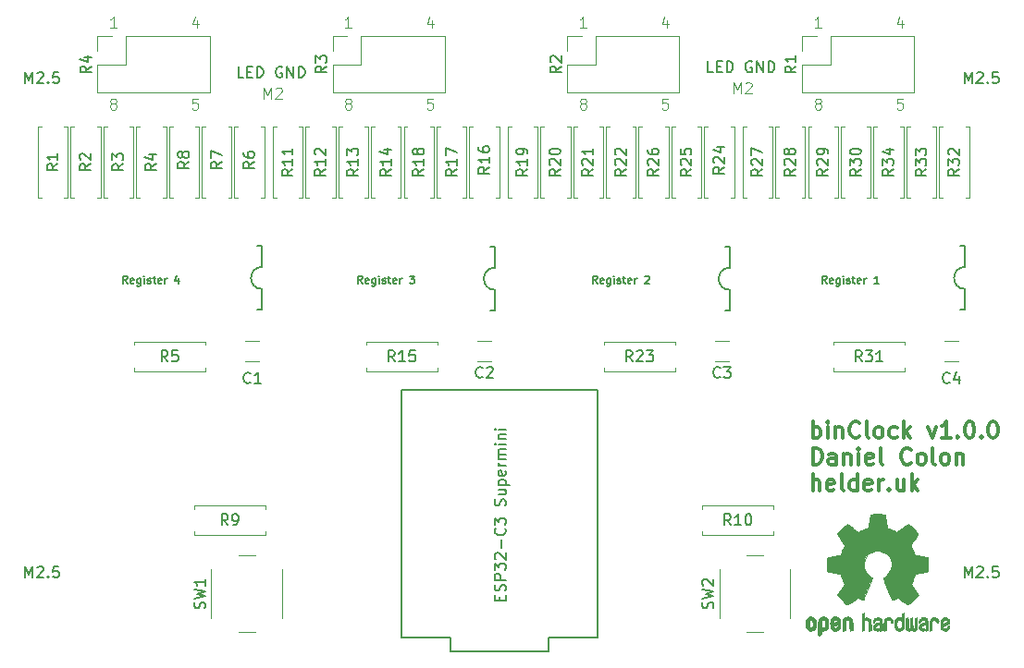
<source format=gbr>
%TF.GenerationSoftware,KiCad,Pcbnew,8.0.0*%
%TF.CreationDate,2024-03-02T12:55:41+00:00*%
%TF.ProjectId,binClock,62696e43-6c6f-4636-9b2e-6b696361645f,rev?*%
%TF.SameCoordinates,Original*%
%TF.FileFunction,Legend,Top*%
%TF.FilePolarity,Positive*%
%FSLAX46Y46*%
G04 Gerber Fmt 4.6, Leading zero omitted, Abs format (unit mm)*
G04 Created by KiCad (PCBNEW 8.0.0) date 2024-03-02 12:55:41*
%MOMM*%
%LPD*%
G01*
G04 APERTURE LIST*
%ADD10C,0.100000*%
%ADD11C,0.300000*%
%ADD12C,0.150000*%
%ADD13C,0.010000*%
%ADD14C,0.120000*%
%ADD15C,0.127000*%
%ADD16C,0.152400*%
G04 APERTURE END LIST*
D10*
X174803884Y-88872419D02*
X174803884Y-87872419D01*
X174803884Y-87872419D02*
X175137217Y-88586704D01*
X175137217Y-88586704D02*
X175470550Y-87872419D01*
X175470550Y-87872419D02*
X175470550Y-88872419D01*
X175899122Y-87967657D02*
X175946741Y-87920038D01*
X175946741Y-87920038D02*
X176041979Y-87872419D01*
X176041979Y-87872419D02*
X176280074Y-87872419D01*
X176280074Y-87872419D02*
X176375312Y-87920038D01*
X176375312Y-87920038D02*
X176422931Y-87967657D01*
X176422931Y-87967657D02*
X176470550Y-88062895D01*
X176470550Y-88062895D02*
X176470550Y-88158133D01*
X176470550Y-88158133D02*
X176422931Y-88300990D01*
X176422931Y-88300990D02*
X175851503Y-88872419D01*
X175851503Y-88872419D02*
X176470550Y-88872419D01*
X131803884Y-89372419D02*
X131803884Y-88372419D01*
X131803884Y-88372419D02*
X132137217Y-89086704D01*
X132137217Y-89086704D02*
X132470550Y-88372419D01*
X132470550Y-88372419D02*
X132470550Y-89372419D01*
X132899122Y-88467657D02*
X132946741Y-88420038D01*
X132946741Y-88420038D02*
X133041979Y-88372419D01*
X133041979Y-88372419D02*
X133280074Y-88372419D01*
X133280074Y-88372419D02*
X133375312Y-88420038D01*
X133375312Y-88420038D02*
X133422931Y-88467657D01*
X133422931Y-88467657D02*
X133470550Y-88562895D01*
X133470550Y-88562895D02*
X133470550Y-88658133D01*
X133470550Y-88658133D02*
X133422931Y-88800990D01*
X133422931Y-88800990D02*
X132851503Y-89372419D01*
X132851503Y-89372419D02*
X133470550Y-89372419D01*
X182827693Y-82872419D02*
X182256265Y-82872419D01*
X182541979Y-82872419D02*
X182541979Y-81872419D01*
X182541979Y-81872419D02*
X182446741Y-82015276D01*
X182446741Y-82015276D02*
X182351503Y-82110514D01*
X182351503Y-82110514D02*
X182256265Y-82158133D01*
X182446741Y-89800990D02*
X182351503Y-89753371D01*
X182351503Y-89753371D02*
X182303884Y-89705752D01*
X182303884Y-89705752D02*
X182256265Y-89610514D01*
X182256265Y-89610514D02*
X182256265Y-89562895D01*
X182256265Y-89562895D02*
X182303884Y-89467657D01*
X182303884Y-89467657D02*
X182351503Y-89420038D01*
X182351503Y-89420038D02*
X182446741Y-89372419D01*
X182446741Y-89372419D02*
X182637217Y-89372419D01*
X182637217Y-89372419D02*
X182732455Y-89420038D01*
X182732455Y-89420038D02*
X182780074Y-89467657D01*
X182780074Y-89467657D02*
X182827693Y-89562895D01*
X182827693Y-89562895D02*
X182827693Y-89610514D01*
X182827693Y-89610514D02*
X182780074Y-89705752D01*
X182780074Y-89705752D02*
X182732455Y-89753371D01*
X182732455Y-89753371D02*
X182637217Y-89800990D01*
X182637217Y-89800990D02*
X182446741Y-89800990D01*
X182446741Y-89800990D02*
X182351503Y-89848609D01*
X182351503Y-89848609D02*
X182303884Y-89896228D01*
X182303884Y-89896228D02*
X182256265Y-89991466D01*
X182256265Y-89991466D02*
X182256265Y-90181942D01*
X182256265Y-90181942D02*
X182303884Y-90277180D01*
X182303884Y-90277180D02*
X182351503Y-90324800D01*
X182351503Y-90324800D02*
X182446741Y-90372419D01*
X182446741Y-90372419D02*
X182637217Y-90372419D01*
X182637217Y-90372419D02*
X182732455Y-90324800D01*
X182732455Y-90324800D02*
X182780074Y-90277180D01*
X182780074Y-90277180D02*
X182827693Y-90181942D01*
X182827693Y-90181942D02*
X182827693Y-89991466D01*
X182827693Y-89991466D02*
X182780074Y-89896228D01*
X182780074Y-89896228D02*
X182732455Y-89848609D01*
X182732455Y-89848609D02*
X182637217Y-89800990D01*
X190280074Y-89372419D02*
X189803884Y-89372419D01*
X189803884Y-89372419D02*
X189756265Y-89848609D01*
X189756265Y-89848609D02*
X189803884Y-89800990D01*
X189803884Y-89800990D02*
X189899122Y-89753371D01*
X189899122Y-89753371D02*
X190137217Y-89753371D01*
X190137217Y-89753371D02*
X190232455Y-89800990D01*
X190232455Y-89800990D02*
X190280074Y-89848609D01*
X190280074Y-89848609D02*
X190327693Y-89943847D01*
X190327693Y-89943847D02*
X190327693Y-90181942D01*
X190327693Y-90181942D02*
X190280074Y-90277180D01*
X190280074Y-90277180D02*
X190232455Y-90324800D01*
X190232455Y-90324800D02*
X190137217Y-90372419D01*
X190137217Y-90372419D02*
X189899122Y-90372419D01*
X189899122Y-90372419D02*
X189803884Y-90324800D01*
X189803884Y-90324800D02*
X189756265Y-90277180D01*
X190232455Y-82205752D02*
X190232455Y-82872419D01*
X189994360Y-81824800D02*
X189756265Y-82539085D01*
X189756265Y-82539085D02*
X190375312Y-82539085D01*
X161327693Y-82872419D02*
X160756265Y-82872419D01*
X161041979Y-82872419D02*
X161041979Y-81872419D01*
X161041979Y-81872419D02*
X160946741Y-82015276D01*
X160946741Y-82015276D02*
X160851503Y-82110514D01*
X160851503Y-82110514D02*
X160756265Y-82158133D01*
X160946741Y-89800990D02*
X160851503Y-89753371D01*
X160851503Y-89753371D02*
X160803884Y-89705752D01*
X160803884Y-89705752D02*
X160756265Y-89610514D01*
X160756265Y-89610514D02*
X160756265Y-89562895D01*
X160756265Y-89562895D02*
X160803884Y-89467657D01*
X160803884Y-89467657D02*
X160851503Y-89420038D01*
X160851503Y-89420038D02*
X160946741Y-89372419D01*
X160946741Y-89372419D02*
X161137217Y-89372419D01*
X161137217Y-89372419D02*
X161232455Y-89420038D01*
X161232455Y-89420038D02*
X161280074Y-89467657D01*
X161280074Y-89467657D02*
X161327693Y-89562895D01*
X161327693Y-89562895D02*
X161327693Y-89610514D01*
X161327693Y-89610514D02*
X161280074Y-89705752D01*
X161280074Y-89705752D02*
X161232455Y-89753371D01*
X161232455Y-89753371D02*
X161137217Y-89800990D01*
X161137217Y-89800990D02*
X160946741Y-89800990D01*
X160946741Y-89800990D02*
X160851503Y-89848609D01*
X160851503Y-89848609D02*
X160803884Y-89896228D01*
X160803884Y-89896228D02*
X160756265Y-89991466D01*
X160756265Y-89991466D02*
X160756265Y-90181942D01*
X160756265Y-90181942D02*
X160803884Y-90277180D01*
X160803884Y-90277180D02*
X160851503Y-90324800D01*
X160851503Y-90324800D02*
X160946741Y-90372419D01*
X160946741Y-90372419D02*
X161137217Y-90372419D01*
X161137217Y-90372419D02*
X161232455Y-90324800D01*
X161232455Y-90324800D02*
X161280074Y-90277180D01*
X161280074Y-90277180D02*
X161327693Y-90181942D01*
X161327693Y-90181942D02*
X161327693Y-89991466D01*
X161327693Y-89991466D02*
X161280074Y-89896228D01*
X161280074Y-89896228D02*
X161232455Y-89848609D01*
X161232455Y-89848609D02*
X161137217Y-89800990D01*
X168780074Y-89372419D02*
X168303884Y-89372419D01*
X168303884Y-89372419D02*
X168256265Y-89848609D01*
X168256265Y-89848609D02*
X168303884Y-89800990D01*
X168303884Y-89800990D02*
X168399122Y-89753371D01*
X168399122Y-89753371D02*
X168637217Y-89753371D01*
X168637217Y-89753371D02*
X168732455Y-89800990D01*
X168732455Y-89800990D02*
X168780074Y-89848609D01*
X168780074Y-89848609D02*
X168827693Y-89943847D01*
X168827693Y-89943847D02*
X168827693Y-90181942D01*
X168827693Y-90181942D02*
X168780074Y-90277180D01*
X168780074Y-90277180D02*
X168732455Y-90324800D01*
X168732455Y-90324800D02*
X168637217Y-90372419D01*
X168637217Y-90372419D02*
X168399122Y-90372419D01*
X168399122Y-90372419D02*
X168303884Y-90324800D01*
X168303884Y-90324800D02*
X168256265Y-90277180D01*
X168732455Y-82205752D02*
X168732455Y-82872419D01*
X168494360Y-81824800D02*
X168256265Y-82539085D01*
X168256265Y-82539085D02*
X168875312Y-82539085D01*
X139827693Y-82872419D02*
X139256265Y-82872419D01*
X139541979Y-82872419D02*
X139541979Y-81872419D01*
X139541979Y-81872419D02*
X139446741Y-82015276D01*
X139446741Y-82015276D02*
X139351503Y-82110514D01*
X139351503Y-82110514D02*
X139256265Y-82158133D01*
X139446741Y-89800990D02*
X139351503Y-89753371D01*
X139351503Y-89753371D02*
X139303884Y-89705752D01*
X139303884Y-89705752D02*
X139256265Y-89610514D01*
X139256265Y-89610514D02*
X139256265Y-89562895D01*
X139256265Y-89562895D02*
X139303884Y-89467657D01*
X139303884Y-89467657D02*
X139351503Y-89420038D01*
X139351503Y-89420038D02*
X139446741Y-89372419D01*
X139446741Y-89372419D02*
X139637217Y-89372419D01*
X139637217Y-89372419D02*
X139732455Y-89420038D01*
X139732455Y-89420038D02*
X139780074Y-89467657D01*
X139780074Y-89467657D02*
X139827693Y-89562895D01*
X139827693Y-89562895D02*
X139827693Y-89610514D01*
X139827693Y-89610514D02*
X139780074Y-89705752D01*
X139780074Y-89705752D02*
X139732455Y-89753371D01*
X139732455Y-89753371D02*
X139637217Y-89800990D01*
X139637217Y-89800990D02*
X139446741Y-89800990D01*
X139446741Y-89800990D02*
X139351503Y-89848609D01*
X139351503Y-89848609D02*
X139303884Y-89896228D01*
X139303884Y-89896228D02*
X139256265Y-89991466D01*
X139256265Y-89991466D02*
X139256265Y-90181942D01*
X139256265Y-90181942D02*
X139303884Y-90277180D01*
X139303884Y-90277180D02*
X139351503Y-90324800D01*
X139351503Y-90324800D02*
X139446741Y-90372419D01*
X139446741Y-90372419D02*
X139637217Y-90372419D01*
X139637217Y-90372419D02*
X139732455Y-90324800D01*
X139732455Y-90324800D02*
X139780074Y-90277180D01*
X139780074Y-90277180D02*
X139827693Y-90181942D01*
X139827693Y-90181942D02*
X139827693Y-89991466D01*
X139827693Y-89991466D02*
X139780074Y-89896228D01*
X139780074Y-89896228D02*
X139732455Y-89848609D01*
X139732455Y-89848609D02*
X139637217Y-89800990D01*
X147280074Y-89372419D02*
X146803884Y-89372419D01*
X146803884Y-89372419D02*
X146756265Y-89848609D01*
X146756265Y-89848609D02*
X146803884Y-89800990D01*
X146803884Y-89800990D02*
X146899122Y-89753371D01*
X146899122Y-89753371D02*
X147137217Y-89753371D01*
X147137217Y-89753371D02*
X147232455Y-89800990D01*
X147232455Y-89800990D02*
X147280074Y-89848609D01*
X147280074Y-89848609D02*
X147327693Y-89943847D01*
X147327693Y-89943847D02*
X147327693Y-90181942D01*
X147327693Y-90181942D02*
X147280074Y-90277180D01*
X147280074Y-90277180D02*
X147232455Y-90324800D01*
X147232455Y-90324800D02*
X147137217Y-90372419D01*
X147137217Y-90372419D02*
X146899122Y-90372419D01*
X146899122Y-90372419D02*
X146803884Y-90324800D01*
X146803884Y-90324800D02*
X146756265Y-90277180D01*
X147232455Y-82205752D02*
X147232455Y-82872419D01*
X146994360Y-81824800D02*
X146756265Y-82539085D01*
X146756265Y-82539085D02*
X147375312Y-82539085D01*
X117946741Y-89800990D02*
X117851503Y-89753371D01*
X117851503Y-89753371D02*
X117803884Y-89705752D01*
X117803884Y-89705752D02*
X117756265Y-89610514D01*
X117756265Y-89610514D02*
X117756265Y-89562895D01*
X117756265Y-89562895D02*
X117803884Y-89467657D01*
X117803884Y-89467657D02*
X117851503Y-89420038D01*
X117851503Y-89420038D02*
X117946741Y-89372419D01*
X117946741Y-89372419D02*
X118137217Y-89372419D01*
X118137217Y-89372419D02*
X118232455Y-89420038D01*
X118232455Y-89420038D02*
X118280074Y-89467657D01*
X118280074Y-89467657D02*
X118327693Y-89562895D01*
X118327693Y-89562895D02*
X118327693Y-89610514D01*
X118327693Y-89610514D02*
X118280074Y-89705752D01*
X118280074Y-89705752D02*
X118232455Y-89753371D01*
X118232455Y-89753371D02*
X118137217Y-89800990D01*
X118137217Y-89800990D02*
X117946741Y-89800990D01*
X117946741Y-89800990D02*
X117851503Y-89848609D01*
X117851503Y-89848609D02*
X117803884Y-89896228D01*
X117803884Y-89896228D02*
X117756265Y-89991466D01*
X117756265Y-89991466D02*
X117756265Y-90181942D01*
X117756265Y-90181942D02*
X117803884Y-90277180D01*
X117803884Y-90277180D02*
X117851503Y-90324800D01*
X117851503Y-90324800D02*
X117946741Y-90372419D01*
X117946741Y-90372419D02*
X118137217Y-90372419D01*
X118137217Y-90372419D02*
X118232455Y-90324800D01*
X118232455Y-90324800D02*
X118280074Y-90277180D01*
X118280074Y-90277180D02*
X118327693Y-90181942D01*
X118327693Y-90181942D02*
X118327693Y-89991466D01*
X118327693Y-89991466D02*
X118280074Y-89896228D01*
X118280074Y-89896228D02*
X118232455Y-89848609D01*
X118232455Y-89848609D02*
X118137217Y-89800990D01*
X125780074Y-89372419D02*
X125303884Y-89372419D01*
X125303884Y-89372419D02*
X125256265Y-89848609D01*
X125256265Y-89848609D02*
X125303884Y-89800990D01*
X125303884Y-89800990D02*
X125399122Y-89753371D01*
X125399122Y-89753371D02*
X125637217Y-89753371D01*
X125637217Y-89753371D02*
X125732455Y-89800990D01*
X125732455Y-89800990D02*
X125780074Y-89848609D01*
X125780074Y-89848609D02*
X125827693Y-89943847D01*
X125827693Y-89943847D02*
X125827693Y-90181942D01*
X125827693Y-90181942D02*
X125780074Y-90277180D01*
X125780074Y-90277180D02*
X125732455Y-90324800D01*
X125732455Y-90324800D02*
X125637217Y-90372419D01*
X125637217Y-90372419D02*
X125399122Y-90372419D01*
X125399122Y-90372419D02*
X125303884Y-90324800D01*
X125303884Y-90324800D02*
X125256265Y-90277180D01*
X125732455Y-82205752D02*
X125732455Y-82872419D01*
X125494360Y-81824800D02*
X125256265Y-82539085D01*
X125256265Y-82539085D02*
X125875312Y-82539085D01*
X118327693Y-82872419D02*
X117756265Y-82872419D01*
X118041979Y-82872419D02*
X118041979Y-81872419D01*
X118041979Y-81872419D02*
X117946741Y-82015276D01*
X117946741Y-82015276D02*
X117851503Y-82110514D01*
X117851503Y-82110514D02*
X117756265Y-82158133D01*
D11*
X182054510Y-120470996D02*
X182054510Y-118970996D01*
X182054510Y-119542425D02*
X182197368Y-119470996D01*
X182197368Y-119470996D02*
X182483082Y-119470996D01*
X182483082Y-119470996D02*
X182625939Y-119542425D01*
X182625939Y-119542425D02*
X182697368Y-119613853D01*
X182697368Y-119613853D02*
X182768796Y-119756710D01*
X182768796Y-119756710D02*
X182768796Y-120185282D01*
X182768796Y-120185282D02*
X182697368Y-120328139D01*
X182697368Y-120328139D02*
X182625939Y-120399568D01*
X182625939Y-120399568D02*
X182483082Y-120470996D01*
X182483082Y-120470996D02*
X182197368Y-120470996D01*
X182197368Y-120470996D02*
X182054510Y-120399568D01*
X183411653Y-120470996D02*
X183411653Y-119470996D01*
X183411653Y-118970996D02*
X183340225Y-119042425D01*
X183340225Y-119042425D02*
X183411653Y-119113853D01*
X183411653Y-119113853D02*
X183483082Y-119042425D01*
X183483082Y-119042425D02*
X183411653Y-118970996D01*
X183411653Y-118970996D02*
X183411653Y-119113853D01*
X184125939Y-119470996D02*
X184125939Y-120470996D01*
X184125939Y-119613853D02*
X184197368Y-119542425D01*
X184197368Y-119542425D02*
X184340225Y-119470996D01*
X184340225Y-119470996D02*
X184554511Y-119470996D01*
X184554511Y-119470996D02*
X184697368Y-119542425D01*
X184697368Y-119542425D02*
X184768797Y-119685282D01*
X184768797Y-119685282D02*
X184768797Y-120470996D01*
X186340225Y-120328139D02*
X186268797Y-120399568D01*
X186268797Y-120399568D02*
X186054511Y-120470996D01*
X186054511Y-120470996D02*
X185911654Y-120470996D01*
X185911654Y-120470996D02*
X185697368Y-120399568D01*
X185697368Y-120399568D02*
X185554511Y-120256710D01*
X185554511Y-120256710D02*
X185483082Y-120113853D01*
X185483082Y-120113853D02*
X185411654Y-119828139D01*
X185411654Y-119828139D02*
X185411654Y-119613853D01*
X185411654Y-119613853D02*
X185483082Y-119328139D01*
X185483082Y-119328139D02*
X185554511Y-119185282D01*
X185554511Y-119185282D02*
X185697368Y-119042425D01*
X185697368Y-119042425D02*
X185911654Y-118970996D01*
X185911654Y-118970996D02*
X186054511Y-118970996D01*
X186054511Y-118970996D02*
X186268797Y-119042425D01*
X186268797Y-119042425D02*
X186340225Y-119113853D01*
X187197368Y-120470996D02*
X187054511Y-120399568D01*
X187054511Y-120399568D02*
X186983082Y-120256710D01*
X186983082Y-120256710D02*
X186983082Y-118970996D01*
X187983082Y-120470996D02*
X187840225Y-120399568D01*
X187840225Y-120399568D02*
X187768796Y-120328139D01*
X187768796Y-120328139D02*
X187697368Y-120185282D01*
X187697368Y-120185282D02*
X187697368Y-119756710D01*
X187697368Y-119756710D02*
X187768796Y-119613853D01*
X187768796Y-119613853D02*
X187840225Y-119542425D01*
X187840225Y-119542425D02*
X187983082Y-119470996D01*
X187983082Y-119470996D02*
X188197368Y-119470996D01*
X188197368Y-119470996D02*
X188340225Y-119542425D01*
X188340225Y-119542425D02*
X188411654Y-119613853D01*
X188411654Y-119613853D02*
X188483082Y-119756710D01*
X188483082Y-119756710D02*
X188483082Y-120185282D01*
X188483082Y-120185282D02*
X188411654Y-120328139D01*
X188411654Y-120328139D02*
X188340225Y-120399568D01*
X188340225Y-120399568D02*
X188197368Y-120470996D01*
X188197368Y-120470996D02*
X187983082Y-120470996D01*
X189768797Y-120399568D02*
X189625939Y-120470996D01*
X189625939Y-120470996D02*
X189340225Y-120470996D01*
X189340225Y-120470996D02*
X189197368Y-120399568D01*
X189197368Y-120399568D02*
X189125939Y-120328139D01*
X189125939Y-120328139D02*
X189054511Y-120185282D01*
X189054511Y-120185282D02*
X189054511Y-119756710D01*
X189054511Y-119756710D02*
X189125939Y-119613853D01*
X189125939Y-119613853D02*
X189197368Y-119542425D01*
X189197368Y-119542425D02*
X189340225Y-119470996D01*
X189340225Y-119470996D02*
X189625939Y-119470996D01*
X189625939Y-119470996D02*
X189768797Y-119542425D01*
X190411653Y-120470996D02*
X190411653Y-118970996D01*
X190554511Y-119899568D02*
X190983082Y-120470996D01*
X190983082Y-119470996D02*
X190411653Y-120042425D01*
X192625939Y-119470996D02*
X192983082Y-120470996D01*
X192983082Y-120470996D02*
X193340225Y-119470996D01*
X194697368Y-120470996D02*
X193840225Y-120470996D01*
X194268796Y-120470996D02*
X194268796Y-118970996D01*
X194268796Y-118970996D02*
X194125939Y-119185282D01*
X194125939Y-119185282D02*
X193983082Y-119328139D01*
X193983082Y-119328139D02*
X193840225Y-119399568D01*
X195340224Y-120328139D02*
X195411653Y-120399568D01*
X195411653Y-120399568D02*
X195340224Y-120470996D01*
X195340224Y-120470996D02*
X195268796Y-120399568D01*
X195268796Y-120399568D02*
X195340224Y-120328139D01*
X195340224Y-120328139D02*
X195340224Y-120470996D01*
X196340225Y-118970996D02*
X196483082Y-118970996D01*
X196483082Y-118970996D02*
X196625939Y-119042425D01*
X196625939Y-119042425D02*
X196697368Y-119113853D01*
X196697368Y-119113853D02*
X196768796Y-119256710D01*
X196768796Y-119256710D02*
X196840225Y-119542425D01*
X196840225Y-119542425D02*
X196840225Y-119899568D01*
X196840225Y-119899568D02*
X196768796Y-120185282D01*
X196768796Y-120185282D02*
X196697368Y-120328139D01*
X196697368Y-120328139D02*
X196625939Y-120399568D01*
X196625939Y-120399568D02*
X196483082Y-120470996D01*
X196483082Y-120470996D02*
X196340225Y-120470996D01*
X196340225Y-120470996D02*
X196197368Y-120399568D01*
X196197368Y-120399568D02*
X196125939Y-120328139D01*
X196125939Y-120328139D02*
X196054510Y-120185282D01*
X196054510Y-120185282D02*
X195983082Y-119899568D01*
X195983082Y-119899568D02*
X195983082Y-119542425D01*
X195983082Y-119542425D02*
X196054510Y-119256710D01*
X196054510Y-119256710D02*
X196125939Y-119113853D01*
X196125939Y-119113853D02*
X196197368Y-119042425D01*
X196197368Y-119042425D02*
X196340225Y-118970996D01*
X197483081Y-120328139D02*
X197554510Y-120399568D01*
X197554510Y-120399568D02*
X197483081Y-120470996D01*
X197483081Y-120470996D02*
X197411653Y-120399568D01*
X197411653Y-120399568D02*
X197483081Y-120328139D01*
X197483081Y-120328139D02*
X197483081Y-120470996D01*
X198483082Y-118970996D02*
X198625939Y-118970996D01*
X198625939Y-118970996D02*
X198768796Y-119042425D01*
X198768796Y-119042425D02*
X198840225Y-119113853D01*
X198840225Y-119113853D02*
X198911653Y-119256710D01*
X198911653Y-119256710D02*
X198983082Y-119542425D01*
X198983082Y-119542425D02*
X198983082Y-119899568D01*
X198983082Y-119899568D02*
X198911653Y-120185282D01*
X198911653Y-120185282D02*
X198840225Y-120328139D01*
X198840225Y-120328139D02*
X198768796Y-120399568D01*
X198768796Y-120399568D02*
X198625939Y-120470996D01*
X198625939Y-120470996D02*
X198483082Y-120470996D01*
X198483082Y-120470996D02*
X198340225Y-120399568D01*
X198340225Y-120399568D02*
X198268796Y-120328139D01*
X198268796Y-120328139D02*
X198197367Y-120185282D01*
X198197367Y-120185282D02*
X198125939Y-119899568D01*
X198125939Y-119899568D02*
X198125939Y-119542425D01*
X198125939Y-119542425D02*
X198197367Y-119256710D01*
X198197367Y-119256710D02*
X198268796Y-119113853D01*
X198268796Y-119113853D02*
X198340225Y-119042425D01*
X198340225Y-119042425D02*
X198483082Y-118970996D01*
X182054510Y-122885912D02*
X182054510Y-121385912D01*
X182054510Y-121385912D02*
X182411653Y-121385912D01*
X182411653Y-121385912D02*
X182625939Y-121457341D01*
X182625939Y-121457341D02*
X182768796Y-121600198D01*
X182768796Y-121600198D02*
X182840225Y-121743055D01*
X182840225Y-121743055D02*
X182911653Y-122028769D01*
X182911653Y-122028769D02*
X182911653Y-122243055D01*
X182911653Y-122243055D02*
X182840225Y-122528769D01*
X182840225Y-122528769D02*
X182768796Y-122671626D01*
X182768796Y-122671626D02*
X182625939Y-122814484D01*
X182625939Y-122814484D02*
X182411653Y-122885912D01*
X182411653Y-122885912D02*
X182054510Y-122885912D01*
X184197368Y-122885912D02*
X184197368Y-122100198D01*
X184197368Y-122100198D02*
X184125939Y-121957341D01*
X184125939Y-121957341D02*
X183983082Y-121885912D01*
X183983082Y-121885912D02*
X183697368Y-121885912D01*
X183697368Y-121885912D02*
X183554510Y-121957341D01*
X184197368Y-122814484D02*
X184054510Y-122885912D01*
X184054510Y-122885912D02*
X183697368Y-122885912D01*
X183697368Y-122885912D02*
X183554510Y-122814484D01*
X183554510Y-122814484D02*
X183483082Y-122671626D01*
X183483082Y-122671626D02*
X183483082Y-122528769D01*
X183483082Y-122528769D02*
X183554510Y-122385912D01*
X183554510Y-122385912D02*
X183697368Y-122314484D01*
X183697368Y-122314484D02*
X184054510Y-122314484D01*
X184054510Y-122314484D02*
X184197368Y-122243055D01*
X184911653Y-121885912D02*
X184911653Y-122885912D01*
X184911653Y-122028769D02*
X184983082Y-121957341D01*
X184983082Y-121957341D02*
X185125939Y-121885912D01*
X185125939Y-121885912D02*
X185340225Y-121885912D01*
X185340225Y-121885912D02*
X185483082Y-121957341D01*
X185483082Y-121957341D02*
X185554511Y-122100198D01*
X185554511Y-122100198D02*
X185554511Y-122885912D01*
X186268796Y-122885912D02*
X186268796Y-121885912D01*
X186268796Y-121385912D02*
X186197368Y-121457341D01*
X186197368Y-121457341D02*
X186268796Y-121528769D01*
X186268796Y-121528769D02*
X186340225Y-121457341D01*
X186340225Y-121457341D02*
X186268796Y-121385912D01*
X186268796Y-121385912D02*
X186268796Y-121528769D01*
X187554511Y-122814484D02*
X187411654Y-122885912D01*
X187411654Y-122885912D02*
X187125940Y-122885912D01*
X187125940Y-122885912D02*
X186983082Y-122814484D01*
X186983082Y-122814484D02*
X186911654Y-122671626D01*
X186911654Y-122671626D02*
X186911654Y-122100198D01*
X186911654Y-122100198D02*
X186983082Y-121957341D01*
X186983082Y-121957341D02*
X187125940Y-121885912D01*
X187125940Y-121885912D02*
X187411654Y-121885912D01*
X187411654Y-121885912D02*
X187554511Y-121957341D01*
X187554511Y-121957341D02*
X187625940Y-122100198D01*
X187625940Y-122100198D02*
X187625940Y-122243055D01*
X187625940Y-122243055D02*
X186911654Y-122385912D01*
X188483082Y-122885912D02*
X188340225Y-122814484D01*
X188340225Y-122814484D02*
X188268796Y-122671626D01*
X188268796Y-122671626D02*
X188268796Y-121385912D01*
X191054510Y-122743055D02*
X190983082Y-122814484D01*
X190983082Y-122814484D02*
X190768796Y-122885912D01*
X190768796Y-122885912D02*
X190625939Y-122885912D01*
X190625939Y-122885912D02*
X190411653Y-122814484D01*
X190411653Y-122814484D02*
X190268796Y-122671626D01*
X190268796Y-122671626D02*
X190197367Y-122528769D01*
X190197367Y-122528769D02*
X190125939Y-122243055D01*
X190125939Y-122243055D02*
X190125939Y-122028769D01*
X190125939Y-122028769D02*
X190197367Y-121743055D01*
X190197367Y-121743055D02*
X190268796Y-121600198D01*
X190268796Y-121600198D02*
X190411653Y-121457341D01*
X190411653Y-121457341D02*
X190625939Y-121385912D01*
X190625939Y-121385912D02*
X190768796Y-121385912D01*
X190768796Y-121385912D02*
X190983082Y-121457341D01*
X190983082Y-121457341D02*
X191054510Y-121528769D01*
X191911653Y-122885912D02*
X191768796Y-122814484D01*
X191768796Y-122814484D02*
X191697367Y-122743055D01*
X191697367Y-122743055D02*
X191625939Y-122600198D01*
X191625939Y-122600198D02*
X191625939Y-122171626D01*
X191625939Y-122171626D02*
X191697367Y-122028769D01*
X191697367Y-122028769D02*
X191768796Y-121957341D01*
X191768796Y-121957341D02*
X191911653Y-121885912D01*
X191911653Y-121885912D02*
X192125939Y-121885912D01*
X192125939Y-121885912D02*
X192268796Y-121957341D01*
X192268796Y-121957341D02*
X192340225Y-122028769D01*
X192340225Y-122028769D02*
X192411653Y-122171626D01*
X192411653Y-122171626D02*
X192411653Y-122600198D01*
X192411653Y-122600198D02*
X192340225Y-122743055D01*
X192340225Y-122743055D02*
X192268796Y-122814484D01*
X192268796Y-122814484D02*
X192125939Y-122885912D01*
X192125939Y-122885912D02*
X191911653Y-122885912D01*
X193268796Y-122885912D02*
X193125939Y-122814484D01*
X193125939Y-122814484D02*
X193054510Y-122671626D01*
X193054510Y-122671626D02*
X193054510Y-121385912D01*
X194054510Y-122885912D02*
X193911653Y-122814484D01*
X193911653Y-122814484D02*
X193840224Y-122743055D01*
X193840224Y-122743055D02*
X193768796Y-122600198D01*
X193768796Y-122600198D02*
X193768796Y-122171626D01*
X193768796Y-122171626D02*
X193840224Y-122028769D01*
X193840224Y-122028769D02*
X193911653Y-121957341D01*
X193911653Y-121957341D02*
X194054510Y-121885912D01*
X194054510Y-121885912D02*
X194268796Y-121885912D01*
X194268796Y-121885912D02*
X194411653Y-121957341D01*
X194411653Y-121957341D02*
X194483082Y-122028769D01*
X194483082Y-122028769D02*
X194554510Y-122171626D01*
X194554510Y-122171626D02*
X194554510Y-122600198D01*
X194554510Y-122600198D02*
X194483082Y-122743055D01*
X194483082Y-122743055D02*
X194411653Y-122814484D01*
X194411653Y-122814484D02*
X194268796Y-122885912D01*
X194268796Y-122885912D02*
X194054510Y-122885912D01*
X195197367Y-121885912D02*
X195197367Y-122885912D01*
X195197367Y-122028769D02*
X195268796Y-121957341D01*
X195268796Y-121957341D02*
X195411653Y-121885912D01*
X195411653Y-121885912D02*
X195625939Y-121885912D01*
X195625939Y-121885912D02*
X195768796Y-121957341D01*
X195768796Y-121957341D02*
X195840225Y-122100198D01*
X195840225Y-122100198D02*
X195840225Y-122885912D01*
X182054510Y-125300828D02*
X182054510Y-123800828D01*
X182697368Y-125300828D02*
X182697368Y-124515114D01*
X182697368Y-124515114D02*
X182625939Y-124372257D01*
X182625939Y-124372257D02*
X182483082Y-124300828D01*
X182483082Y-124300828D02*
X182268796Y-124300828D01*
X182268796Y-124300828D02*
X182125939Y-124372257D01*
X182125939Y-124372257D02*
X182054510Y-124443685D01*
X183983082Y-125229400D02*
X183840225Y-125300828D01*
X183840225Y-125300828D02*
X183554511Y-125300828D01*
X183554511Y-125300828D02*
X183411653Y-125229400D01*
X183411653Y-125229400D02*
X183340225Y-125086542D01*
X183340225Y-125086542D02*
X183340225Y-124515114D01*
X183340225Y-124515114D02*
X183411653Y-124372257D01*
X183411653Y-124372257D02*
X183554511Y-124300828D01*
X183554511Y-124300828D02*
X183840225Y-124300828D01*
X183840225Y-124300828D02*
X183983082Y-124372257D01*
X183983082Y-124372257D02*
X184054511Y-124515114D01*
X184054511Y-124515114D02*
X184054511Y-124657971D01*
X184054511Y-124657971D02*
X183340225Y-124800828D01*
X184911653Y-125300828D02*
X184768796Y-125229400D01*
X184768796Y-125229400D02*
X184697367Y-125086542D01*
X184697367Y-125086542D02*
X184697367Y-123800828D01*
X186125939Y-125300828D02*
X186125939Y-123800828D01*
X186125939Y-125229400D02*
X185983081Y-125300828D01*
X185983081Y-125300828D02*
X185697367Y-125300828D01*
X185697367Y-125300828D02*
X185554510Y-125229400D01*
X185554510Y-125229400D02*
X185483081Y-125157971D01*
X185483081Y-125157971D02*
X185411653Y-125015114D01*
X185411653Y-125015114D02*
X185411653Y-124586542D01*
X185411653Y-124586542D02*
X185483081Y-124443685D01*
X185483081Y-124443685D02*
X185554510Y-124372257D01*
X185554510Y-124372257D02*
X185697367Y-124300828D01*
X185697367Y-124300828D02*
X185983081Y-124300828D01*
X185983081Y-124300828D02*
X186125939Y-124372257D01*
X187411653Y-125229400D02*
X187268796Y-125300828D01*
X187268796Y-125300828D02*
X186983082Y-125300828D01*
X186983082Y-125300828D02*
X186840224Y-125229400D01*
X186840224Y-125229400D02*
X186768796Y-125086542D01*
X186768796Y-125086542D02*
X186768796Y-124515114D01*
X186768796Y-124515114D02*
X186840224Y-124372257D01*
X186840224Y-124372257D02*
X186983082Y-124300828D01*
X186983082Y-124300828D02*
X187268796Y-124300828D01*
X187268796Y-124300828D02*
X187411653Y-124372257D01*
X187411653Y-124372257D02*
X187483082Y-124515114D01*
X187483082Y-124515114D02*
X187483082Y-124657971D01*
X187483082Y-124657971D02*
X186768796Y-124800828D01*
X188125938Y-125300828D02*
X188125938Y-124300828D01*
X188125938Y-124586542D02*
X188197367Y-124443685D01*
X188197367Y-124443685D02*
X188268796Y-124372257D01*
X188268796Y-124372257D02*
X188411653Y-124300828D01*
X188411653Y-124300828D02*
X188554510Y-124300828D01*
X189054509Y-125157971D02*
X189125938Y-125229400D01*
X189125938Y-125229400D02*
X189054509Y-125300828D01*
X189054509Y-125300828D02*
X188983081Y-125229400D01*
X188983081Y-125229400D02*
X189054509Y-125157971D01*
X189054509Y-125157971D02*
X189054509Y-125300828D01*
X190411653Y-124300828D02*
X190411653Y-125300828D01*
X189768795Y-124300828D02*
X189768795Y-125086542D01*
X189768795Y-125086542D02*
X189840224Y-125229400D01*
X189840224Y-125229400D02*
X189983081Y-125300828D01*
X189983081Y-125300828D02*
X190197367Y-125300828D01*
X190197367Y-125300828D02*
X190340224Y-125229400D01*
X190340224Y-125229400D02*
X190411653Y-125157971D01*
X191125938Y-125300828D02*
X191125938Y-123800828D01*
X191268796Y-124729400D02*
X191697367Y-125300828D01*
X191697367Y-124300828D02*
X191125938Y-124872257D01*
D12*
X109976191Y-133254819D02*
X109976191Y-132254819D01*
X109976191Y-132254819D02*
X110309524Y-132969104D01*
X110309524Y-132969104D02*
X110642857Y-132254819D01*
X110642857Y-132254819D02*
X110642857Y-133254819D01*
X111071429Y-132350057D02*
X111119048Y-132302438D01*
X111119048Y-132302438D02*
X111214286Y-132254819D01*
X111214286Y-132254819D02*
X111452381Y-132254819D01*
X111452381Y-132254819D02*
X111547619Y-132302438D01*
X111547619Y-132302438D02*
X111595238Y-132350057D01*
X111595238Y-132350057D02*
X111642857Y-132445295D01*
X111642857Y-132445295D02*
X111642857Y-132540533D01*
X111642857Y-132540533D02*
X111595238Y-132683390D01*
X111595238Y-132683390D02*
X111023810Y-133254819D01*
X111023810Y-133254819D02*
X111642857Y-133254819D01*
X112071429Y-133159580D02*
X112119048Y-133207200D01*
X112119048Y-133207200D02*
X112071429Y-133254819D01*
X112071429Y-133254819D02*
X112023810Y-133207200D01*
X112023810Y-133207200D02*
X112071429Y-133159580D01*
X112071429Y-133159580D02*
X112071429Y-133254819D01*
X113023809Y-132254819D02*
X112547619Y-132254819D01*
X112547619Y-132254819D02*
X112500000Y-132731009D01*
X112500000Y-132731009D02*
X112547619Y-132683390D01*
X112547619Y-132683390D02*
X112642857Y-132635771D01*
X112642857Y-132635771D02*
X112880952Y-132635771D01*
X112880952Y-132635771D02*
X112976190Y-132683390D01*
X112976190Y-132683390D02*
X113023809Y-132731009D01*
X113023809Y-132731009D02*
X113071428Y-132826247D01*
X113071428Y-132826247D02*
X113071428Y-133064342D01*
X113071428Y-133064342D02*
X113023809Y-133159580D01*
X113023809Y-133159580D02*
X112976190Y-133207200D01*
X112976190Y-133207200D02*
X112880952Y-133254819D01*
X112880952Y-133254819D02*
X112642857Y-133254819D01*
X112642857Y-133254819D02*
X112547619Y-133207200D01*
X112547619Y-133207200D02*
X112500000Y-133159580D01*
X195976191Y-133254819D02*
X195976191Y-132254819D01*
X195976191Y-132254819D02*
X196309524Y-132969104D01*
X196309524Y-132969104D02*
X196642857Y-132254819D01*
X196642857Y-132254819D02*
X196642857Y-133254819D01*
X197071429Y-132350057D02*
X197119048Y-132302438D01*
X197119048Y-132302438D02*
X197214286Y-132254819D01*
X197214286Y-132254819D02*
X197452381Y-132254819D01*
X197452381Y-132254819D02*
X197547619Y-132302438D01*
X197547619Y-132302438D02*
X197595238Y-132350057D01*
X197595238Y-132350057D02*
X197642857Y-132445295D01*
X197642857Y-132445295D02*
X197642857Y-132540533D01*
X197642857Y-132540533D02*
X197595238Y-132683390D01*
X197595238Y-132683390D02*
X197023810Y-133254819D01*
X197023810Y-133254819D02*
X197642857Y-133254819D01*
X198071429Y-133159580D02*
X198119048Y-133207200D01*
X198119048Y-133207200D02*
X198071429Y-133254819D01*
X198071429Y-133254819D02*
X198023810Y-133207200D01*
X198023810Y-133207200D02*
X198071429Y-133159580D01*
X198071429Y-133159580D02*
X198071429Y-133254819D01*
X199023809Y-132254819D02*
X198547619Y-132254819D01*
X198547619Y-132254819D02*
X198500000Y-132731009D01*
X198500000Y-132731009D02*
X198547619Y-132683390D01*
X198547619Y-132683390D02*
X198642857Y-132635771D01*
X198642857Y-132635771D02*
X198880952Y-132635771D01*
X198880952Y-132635771D02*
X198976190Y-132683390D01*
X198976190Y-132683390D02*
X199023809Y-132731009D01*
X199023809Y-132731009D02*
X199071428Y-132826247D01*
X199071428Y-132826247D02*
X199071428Y-133064342D01*
X199071428Y-133064342D02*
X199023809Y-133159580D01*
X199023809Y-133159580D02*
X198976190Y-133207200D01*
X198976190Y-133207200D02*
X198880952Y-133254819D01*
X198880952Y-133254819D02*
X198642857Y-133254819D01*
X198642857Y-133254819D02*
X198547619Y-133207200D01*
X198547619Y-133207200D02*
X198500000Y-133159580D01*
X195976191Y-87954819D02*
X195976191Y-86954819D01*
X195976191Y-86954819D02*
X196309524Y-87669104D01*
X196309524Y-87669104D02*
X196642857Y-86954819D01*
X196642857Y-86954819D02*
X196642857Y-87954819D01*
X197071429Y-87050057D02*
X197119048Y-87002438D01*
X197119048Y-87002438D02*
X197214286Y-86954819D01*
X197214286Y-86954819D02*
X197452381Y-86954819D01*
X197452381Y-86954819D02*
X197547619Y-87002438D01*
X197547619Y-87002438D02*
X197595238Y-87050057D01*
X197595238Y-87050057D02*
X197642857Y-87145295D01*
X197642857Y-87145295D02*
X197642857Y-87240533D01*
X197642857Y-87240533D02*
X197595238Y-87383390D01*
X197595238Y-87383390D02*
X197023810Y-87954819D01*
X197023810Y-87954819D02*
X197642857Y-87954819D01*
X198071429Y-87859580D02*
X198119048Y-87907200D01*
X198119048Y-87907200D02*
X198071429Y-87954819D01*
X198071429Y-87954819D02*
X198023810Y-87907200D01*
X198023810Y-87907200D02*
X198071429Y-87859580D01*
X198071429Y-87859580D02*
X198071429Y-87954819D01*
X199023809Y-86954819D02*
X198547619Y-86954819D01*
X198547619Y-86954819D02*
X198500000Y-87431009D01*
X198500000Y-87431009D02*
X198547619Y-87383390D01*
X198547619Y-87383390D02*
X198642857Y-87335771D01*
X198642857Y-87335771D02*
X198880952Y-87335771D01*
X198880952Y-87335771D02*
X198976190Y-87383390D01*
X198976190Y-87383390D02*
X199023809Y-87431009D01*
X199023809Y-87431009D02*
X199071428Y-87526247D01*
X199071428Y-87526247D02*
X199071428Y-87764342D01*
X199071428Y-87764342D02*
X199023809Y-87859580D01*
X199023809Y-87859580D02*
X198976190Y-87907200D01*
X198976190Y-87907200D02*
X198880952Y-87954819D01*
X198880952Y-87954819D02*
X198642857Y-87954819D01*
X198642857Y-87954819D02*
X198547619Y-87907200D01*
X198547619Y-87907200D02*
X198500000Y-87859580D01*
X109976191Y-87954819D02*
X109976191Y-86954819D01*
X109976191Y-86954819D02*
X110309524Y-87669104D01*
X110309524Y-87669104D02*
X110642857Y-86954819D01*
X110642857Y-86954819D02*
X110642857Y-87954819D01*
X111071429Y-87050057D02*
X111119048Y-87002438D01*
X111119048Y-87002438D02*
X111214286Y-86954819D01*
X111214286Y-86954819D02*
X111452381Y-86954819D01*
X111452381Y-86954819D02*
X111547619Y-87002438D01*
X111547619Y-87002438D02*
X111595238Y-87050057D01*
X111595238Y-87050057D02*
X111642857Y-87145295D01*
X111642857Y-87145295D02*
X111642857Y-87240533D01*
X111642857Y-87240533D02*
X111595238Y-87383390D01*
X111595238Y-87383390D02*
X111023810Y-87954819D01*
X111023810Y-87954819D02*
X111642857Y-87954819D01*
X112071429Y-87859580D02*
X112119048Y-87907200D01*
X112119048Y-87907200D02*
X112071429Y-87954819D01*
X112071429Y-87954819D02*
X112023810Y-87907200D01*
X112023810Y-87907200D02*
X112071429Y-87859580D01*
X112071429Y-87859580D02*
X112071429Y-87954819D01*
X113023809Y-86954819D02*
X112547619Y-86954819D01*
X112547619Y-86954819D02*
X112500000Y-87431009D01*
X112500000Y-87431009D02*
X112547619Y-87383390D01*
X112547619Y-87383390D02*
X112642857Y-87335771D01*
X112642857Y-87335771D02*
X112880952Y-87335771D01*
X112880952Y-87335771D02*
X112976190Y-87383390D01*
X112976190Y-87383390D02*
X113023809Y-87431009D01*
X113023809Y-87431009D02*
X113071428Y-87526247D01*
X113071428Y-87526247D02*
X113071428Y-87764342D01*
X113071428Y-87764342D02*
X113023809Y-87859580D01*
X113023809Y-87859580D02*
X112976190Y-87907200D01*
X112976190Y-87907200D02*
X112880952Y-87954819D01*
X112880952Y-87954819D02*
X112642857Y-87954819D01*
X112642857Y-87954819D02*
X112547619Y-87907200D01*
X112547619Y-87907200D02*
X112500000Y-87859580D01*
X129952380Y-87454819D02*
X129476190Y-87454819D01*
X129476190Y-87454819D02*
X129476190Y-86454819D01*
X130285714Y-86931009D02*
X130619047Y-86931009D01*
X130761904Y-87454819D02*
X130285714Y-87454819D01*
X130285714Y-87454819D02*
X130285714Y-86454819D01*
X130285714Y-86454819D02*
X130761904Y-86454819D01*
X131190476Y-87454819D02*
X131190476Y-86454819D01*
X131190476Y-86454819D02*
X131428571Y-86454819D01*
X131428571Y-86454819D02*
X131571428Y-86502438D01*
X131571428Y-86502438D02*
X131666666Y-86597676D01*
X131666666Y-86597676D02*
X131714285Y-86692914D01*
X131714285Y-86692914D02*
X131761904Y-86883390D01*
X131761904Y-86883390D02*
X131761904Y-87026247D01*
X131761904Y-87026247D02*
X131714285Y-87216723D01*
X131714285Y-87216723D02*
X131666666Y-87311961D01*
X131666666Y-87311961D02*
X131571428Y-87407200D01*
X131571428Y-87407200D02*
X131428571Y-87454819D01*
X131428571Y-87454819D02*
X131190476Y-87454819D01*
X133476190Y-86502438D02*
X133380952Y-86454819D01*
X133380952Y-86454819D02*
X133238095Y-86454819D01*
X133238095Y-86454819D02*
X133095238Y-86502438D01*
X133095238Y-86502438D02*
X133000000Y-86597676D01*
X133000000Y-86597676D02*
X132952381Y-86692914D01*
X132952381Y-86692914D02*
X132904762Y-86883390D01*
X132904762Y-86883390D02*
X132904762Y-87026247D01*
X132904762Y-87026247D02*
X132952381Y-87216723D01*
X132952381Y-87216723D02*
X133000000Y-87311961D01*
X133000000Y-87311961D02*
X133095238Y-87407200D01*
X133095238Y-87407200D02*
X133238095Y-87454819D01*
X133238095Y-87454819D02*
X133333333Y-87454819D01*
X133333333Y-87454819D02*
X133476190Y-87407200D01*
X133476190Y-87407200D02*
X133523809Y-87359580D01*
X133523809Y-87359580D02*
X133523809Y-87026247D01*
X133523809Y-87026247D02*
X133333333Y-87026247D01*
X133952381Y-87454819D02*
X133952381Y-86454819D01*
X133952381Y-86454819D02*
X134523809Y-87454819D01*
X134523809Y-87454819D02*
X134523809Y-86454819D01*
X135000000Y-87454819D02*
X135000000Y-86454819D01*
X135000000Y-86454819D02*
X135238095Y-86454819D01*
X135238095Y-86454819D02*
X135380952Y-86502438D01*
X135380952Y-86502438D02*
X135476190Y-86597676D01*
X135476190Y-86597676D02*
X135523809Y-86692914D01*
X135523809Y-86692914D02*
X135571428Y-86883390D01*
X135571428Y-86883390D02*
X135571428Y-87026247D01*
X135571428Y-87026247D02*
X135523809Y-87216723D01*
X135523809Y-87216723D02*
X135476190Y-87311961D01*
X135476190Y-87311961D02*
X135380952Y-87407200D01*
X135380952Y-87407200D02*
X135238095Y-87454819D01*
X135238095Y-87454819D02*
X135000000Y-87454819D01*
X172952380Y-86954819D02*
X172476190Y-86954819D01*
X172476190Y-86954819D02*
X172476190Y-85954819D01*
X173285714Y-86431009D02*
X173619047Y-86431009D01*
X173761904Y-86954819D02*
X173285714Y-86954819D01*
X173285714Y-86954819D02*
X173285714Y-85954819D01*
X173285714Y-85954819D02*
X173761904Y-85954819D01*
X174190476Y-86954819D02*
X174190476Y-85954819D01*
X174190476Y-85954819D02*
X174428571Y-85954819D01*
X174428571Y-85954819D02*
X174571428Y-86002438D01*
X174571428Y-86002438D02*
X174666666Y-86097676D01*
X174666666Y-86097676D02*
X174714285Y-86192914D01*
X174714285Y-86192914D02*
X174761904Y-86383390D01*
X174761904Y-86383390D02*
X174761904Y-86526247D01*
X174761904Y-86526247D02*
X174714285Y-86716723D01*
X174714285Y-86716723D02*
X174666666Y-86811961D01*
X174666666Y-86811961D02*
X174571428Y-86907200D01*
X174571428Y-86907200D02*
X174428571Y-86954819D01*
X174428571Y-86954819D02*
X174190476Y-86954819D01*
X176476190Y-86002438D02*
X176380952Y-85954819D01*
X176380952Y-85954819D02*
X176238095Y-85954819D01*
X176238095Y-85954819D02*
X176095238Y-86002438D01*
X176095238Y-86002438D02*
X176000000Y-86097676D01*
X176000000Y-86097676D02*
X175952381Y-86192914D01*
X175952381Y-86192914D02*
X175904762Y-86383390D01*
X175904762Y-86383390D02*
X175904762Y-86526247D01*
X175904762Y-86526247D02*
X175952381Y-86716723D01*
X175952381Y-86716723D02*
X176000000Y-86811961D01*
X176000000Y-86811961D02*
X176095238Y-86907200D01*
X176095238Y-86907200D02*
X176238095Y-86954819D01*
X176238095Y-86954819D02*
X176333333Y-86954819D01*
X176333333Y-86954819D02*
X176476190Y-86907200D01*
X176476190Y-86907200D02*
X176523809Y-86859580D01*
X176523809Y-86859580D02*
X176523809Y-86526247D01*
X176523809Y-86526247D02*
X176333333Y-86526247D01*
X176952381Y-86954819D02*
X176952381Y-85954819D01*
X176952381Y-85954819D02*
X177523809Y-86954819D01*
X177523809Y-86954819D02*
X177523809Y-85954819D01*
X178000000Y-86954819D02*
X178000000Y-85954819D01*
X178000000Y-85954819D02*
X178238095Y-85954819D01*
X178238095Y-85954819D02*
X178380952Y-86002438D01*
X178380952Y-86002438D02*
X178476190Y-86097676D01*
X178476190Y-86097676D02*
X178523809Y-86192914D01*
X178523809Y-86192914D02*
X178571428Y-86383390D01*
X178571428Y-86383390D02*
X178571428Y-86526247D01*
X178571428Y-86526247D02*
X178523809Y-86716723D01*
X178523809Y-86716723D02*
X178476190Y-86811961D01*
X178476190Y-86811961D02*
X178380952Y-86907200D01*
X178380952Y-86907200D02*
X178238095Y-86954819D01*
X178238095Y-86954819D02*
X178000000Y-86954819D01*
X180524819Y-86406666D02*
X180048628Y-86739999D01*
X180524819Y-86978094D02*
X179524819Y-86978094D01*
X179524819Y-86978094D02*
X179524819Y-86597142D01*
X179524819Y-86597142D02*
X179572438Y-86501904D01*
X179572438Y-86501904D02*
X179620057Y-86454285D01*
X179620057Y-86454285D02*
X179715295Y-86406666D01*
X179715295Y-86406666D02*
X179858152Y-86406666D01*
X179858152Y-86406666D02*
X179953390Y-86454285D01*
X179953390Y-86454285D02*
X180001009Y-86501904D01*
X180001009Y-86501904D02*
X180048628Y-86597142D01*
X180048628Y-86597142D02*
X180048628Y-86978094D01*
X180524819Y-85454285D02*
X180524819Y-86025713D01*
X180524819Y-85739999D02*
X179524819Y-85739999D01*
X179524819Y-85739999D02*
X179667676Y-85835237D01*
X179667676Y-85835237D02*
X179762914Y-85930475D01*
X179762914Y-85930475D02*
X179810533Y-86025713D01*
X159024819Y-86406666D02*
X158548628Y-86739999D01*
X159024819Y-86978094D02*
X158024819Y-86978094D01*
X158024819Y-86978094D02*
X158024819Y-86597142D01*
X158024819Y-86597142D02*
X158072438Y-86501904D01*
X158072438Y-86501904D02*
X158120057Y-86454285D01*
X158120057Y-86454285D02*
X158215295Y-86406666D01*
X158215295Y-86406666D02*
X158358152Y-86406666D01*
X158358152Y-86406666D02*
X158453390Y-86454285D01*
X158453390Y-86454285D02*
X158501009Y-86501904D01*
X158501009Y-86501904D02*
X158548628Y-86597142D01*
X158548628Y-86597142D02*
X158548628Y-86978094D01*
X158120057Y-86025713D02*
X158072438Y-85978094D01*
X158072438Y-85978094D02*
X158024819Y-85882856D01*
X158024819Y-85882856D02*
X158024819Y-85644761D01*
X158024819Y-85644761D02*
X158072438Y-85549523D01*
X158072438Y-85549523D02*
X158120057Y-85501904D01*
X158120057Y-85501904D02*
X158215295Y-85454285D01*
X158215295Y-85454285D02*
X158310533Y-85454285D01*
X158310533Y-85454285D02*
X158453390Y-85501904D01*
X158453390Y-85501904D02*
X159024819Y-86073332D01*
X159024819Y-86073332D02*
X159024819Y-85454285D01*
X137564819Y-86406666D02*
X137088628Y-86739999D01*
X137564819Y-86978094D02*
X136564819Y-86978094D01*
X136564819Y-86978094D02*
X136564819Y-86597142D01*
X136564819Y-86597142D02*
X136612438Y-86501904D01*
X136612438Y-86501904D02*
X136660057Y-86454285D01*
X136660057Y-86454285D02*
X136755295Y-86406666D01*
X136755295Y-86406666D02*
X136898152Y-86406666D01*
X136898152Y-86406666D02*
X136993390Y-86454285D01*
X136993390Y-86454285D02*
X137041009Y-86501904D01*
X137041009Y-86501904D02*
X137088628Y-86597142D01*
X137088628Y-86597142D02*
X137088628Y-86978094D01*
X136564819Y-86073332D02*
X136564819Y-85454285D01*
X136564819Y-85454285D02*
X136945771Y-85787618D01*
X136945771Y-85787618D02*
X136945771Y-85644761D01*
X136945771Y-85644761D02*
X136993390Y-85549523D01*
X136993390Y-85549523D02*
X137041009Y-85501904D01*
X137041009Y-85501904D02*
X137136247Y-85454285D01*
X137136247Y-85454285D02*
X137374342Y-85454285D01*
X137374342Y-85454285D02*
X137469580Y-85501904D01*
X137469580Y-85501904D02*
X137517200Y-85549523D01*
X137517200Y-85549523D02*
X137564819Y-85644761D01*
X137564819Y-85644761D02*
X137564819Y-85930475D01*
X137564819Y-85930475D02*
X137517200Y-86025713D01*
X137517200Y-86025713D02*
X137469580Y-86073332D01*
X116024819Y-86406666D02*
X115548628Y-86739999D01*
X116024819Y-86978094D02*
X115024819Y-86978094D01*
X115024819Y-86978094D02*
X115024819Y-86597142D01*
X115024819Y-86597142D02*
X115072438Y-86501904D01*
X115072438Y-86501904D02*
X115120057Y-86454285D01*
X115120057Y-86454285D02*
X115215295Y-86406666D01*
X115215295Y-86406666D02*
X115358152Y-86406666D01*
X115358152Y-86406666D02*
X115453390Y-86454285D01*
X115453390Y-86454285D02*
X115501009Y-86501904D01*
X115501009Y-86501904D02*
X115548628Y-86597142D01*
X115548628Y-86597142D02*
X115548628Y-86978094D01*
X115358152Y-85549523D02*
X116024819Y-85549523D01*
X114977200Y-85787618D02*
X115691485Y-86025713D01*
X115691485Y-86025713D02*
X115691485Y-85406666D01*
X162333055Y-106316075D02*
X162099692Y-105982699D01*
X161933004Y-106316075D02*
X161933004Y-105615985D01*
X161933004Y-105615985D02*
X162199705Y-105615985D01*
X162199705Y-105615985D02*
X162266380Y-105649323D01*
X162266380Y-105649323D02*
X162299717Y-105682660D01*
X162299717Y-105682660D02*
X162333055Y-105749336D01*
X162333055Y-105749336D02*
X162333055Y-105849348D01*
X162333055Y-105849348D02*
X162299717Y-105916024D01*
X162299717Y-105916024D02*
X162266380Y-105949361D01*
X162266380Y-105949361D02*
X162199705Y-105982699D01*
X162199705Y-105982699D02*
X161933004Y-105982699D01*
X162899795Y-106282738D02*
X162833119Y-106316075D01*
X162833119Y-106316075D02*
X162699769Y-106316075D01*
X162699769Y-106316075D02*
X162633094Y-106282738D01*
X162633094Y-106282738D02*
X162599756Y-106216062D01*
X162599756Y-106216062D02*
X162599756Y-105949361D01*
X162599756Y-105949361D02*
X162633094Y-105882686D01*
X162633094Y-105882686D02*
X162699769Y-105849348D01*
X162699769Y-105849348D02*
X162833119Y-105849348D01*
X162833119Y-105849348D02*
X162899795Y-105882686D01*
X162899795Y-105882686D02*
X162933132Y-105949361D01*
X162933132Y-105949361D02*
X162933132Y-106016037D01*
X162933132Y-106016037D02*
X162599756Y-106082712D01*
X163533209Y-105849348D02*
X163533209Y-106416088D01*
X163533209Y-106416088D02*
X163499872Y-106482763D01*
X163499872Y-106482763D02*
X163466534Y-106516101D01*
X163466534Y-106516101D02*
X163399859Y-106549438D01*
X163399859Y-106549438D02*
X163299846Y-106549438D01*
X163299846Y-106549438D02*
X163233171Y-106516101D01*
X163533209Y-106282738D02*
X163466534Y-106316075D01*
X163466534Y-106316075D02*
X163333183Y-106316075D01*
X163333183Y-106316075D02*
X163266508Y-106282738D01*
X163266508Y-106282738D02*
X163233171Y-106249400D01*
X163233171Y-106249400D02*
X163199833Y-106182725D01*
X163199833Y-106182725D02*
X163199833Y-105982699D01*
X163199833Y-105982699D02*
X163233171Y-105916024D01*
X163233171Y-105916024D02*
X163266508Y-105882686D01*
X163266508Y-105882686D02*
X163333183Y-105849348D01*
X163333183Y-105849348D02*
X163466534Y-105849348D01*
X163466534Y-105849348D02*
X163533209Y-105882686D01*
X163866586Y-106316075D02*
X163866586Y-105849348D01*
X163866586Y-105615985D02*
X163833248Y-105649323D01*
X163833248Y-105649323D02*
X163866586Y-105682660D01*
X163866586Y-105682660D02*
X163899923Y-105649323D01*
X163899923Y-105649323D02*
X163866586Y-105615985D01*
X163866586Y-105615985D02*
X163866586Y-105682660D01*
X164166624Y-106282738D02*
X164233299Y-106316075D01*
X164233299Y-106316075D02*
X164366650Y-106316075D01*
X164366650Y-106316075D02*
X164433325Y-106282738D01*
X164433325Y-106282738D02*
X164466663Y-106216062D01*
X164466663Y-106216062D02*
X164466663Y-106182725D01*
X164466663Y-106182725D02*
X164433325Y-106116049D01*
X164433325Y-106116049D02*
X164366650Y-106082712D01*
X164366650Y-106082712D02*
X164266637Y-106082712D01*
X164266637Y-106082712D02*
X164199962Y-106049374D01*
X164199962Y-106049374D02*
X164166624Y-105982699D01*
X164166624Y-105982699D02*
X164166624Y-105949361D01*
X164166624Y-105949361D02*
X164199962Y-105882686D01*
X164199962Y-105882686D02*
X164266637Y-105849348D01*
X164266637Y-105849348D02*
X164366650Y-105849348D01*
X164366650Y-105849348D02*
X164433325Y-105882686D01*
X164666689Y-105849348D02*
X164933390Y-105849348D01*
X164766702Y-105615985D02*
X164766702Y-106216062D01*
X164766702Y-106216062D02*
X164800039Y-106282738D01*
X164800039Y-106282738D02*
X164866714Y-106316075D01*
X164866714Y-106316075D02*
X164933390Y-106316075D01*
X165433454Y-106282738D02*
X165366778Y-106316075D01*
X165366778Y-106316075D02*
X165233428Y-106316075D01*
X165233428Y-106316075D02*
X165166753Y-106282738D01*
X165166753Y-106282738D02*
X165133415Y-106216062D01*
X165133415Y-106216062D02*
X165133415Y-105949361D01*
X165133415Y-105949361D02*
X165166753Y-105882686D01*
X165166753Y-105882686D02*
X165233428Y-105849348D01*
X165233428Y-105849348D02*
X165366778Y-105849348D01*
X165366778Y-105849348D02*
X165433454Y-105882686D01*
X165433454Y-105882686D02*
X165466791Y-105949361D01*
X165466791Y-105949361D02*
X165466791Y-106016037D01*
X165466791Y-106016037D02*
X165133415Y-106082712D01*
X165766830Y-106316075D02*
X165766830Y-105849348D01*
X165766830Y-105982699D02*
X165800167Y-105916024D01*
X165800167Y-105916024D02*
X165833505Y-105882686D01*
X165833505Y-105882686D02*
X165900180Y-105849348D01*
X165900180Y-105849348D02*
X165966855Y-105849348D01*
X166700283Y-105682660D02*
X166733621Y-105649323D01*
X166733621Y-105649323D02*
X166800296Y-105615985D01*
X166800296Y-105615985D02*
X166966984Y-105615985D01*
X166966984Y-105615985D02*
X167033659Y-105649323D01*
X167033659Y-105649323D02*
X167066997Y-105682660D01*
X167066997Y-105682660D02*
X167100334Y-105749336D01*
X167100334Y-105749336D02*
X167100334Y-105816011D01*
X167100334Y-105816011D02*
X167066997Y-105916024D01*
X167066997Y-105916024D02*
X166666945Y-106316075D01*
X166666945Y-106316075D02*
X167100334Y-106316075D01*
X194583333Y-115359580D02*
X194535714Y-115407200D01*
X194535714Y-115407200D02*
X194392857Y-115454819D01*
X194392857Y-115454819D02*
X194297619Y-115454819D01*
X194297619Y-115454819D02*
X194154762Y-115407200D01*
X194154762Y-115407200D02*
X194059524Y-115311961D01*
X194059524Y-115311961D02*
X194011905Y-115216723D01*
X194011905Y-115216723D02*
X193964286Y-115026247D01*
X193964286Y-115026247D02*
X193964286Y-114883390D01*
X193964286Y-114883390D02*
X194011905Y-114692914D01*
X194011905Y-114692914D02*
X194059524Y-114597676D01*
X194059524Y-114597676D02*
X194154762Y-114502438D01*
X194154762Y-114502438D02*
X194297619Y-114454819D01*
X194297619Y-114454819D02*
X194392857Y-114454819D01*
X194392857Y-114454819D02*
X194535714Y-114502438D01*
X194535714Y-114502438D02*
X194583333Y-114550057D01*
X195440476Y-114788152D02*
X195440476Y-115454819D01*
X195202381Y-114407200D02*
X194964286Y-115121485D01*
X194964286Y-115121485D02*
X195583333Y-115121485D01*
X173583333Y-114859580D02*
X173535714Y-114907200D01*
X173535714Y-114907200D02*
X173392857Y-114954819D01*
X173392857Y-114954819D02*
X173297619Y-114954819D01*
X173297619Y-114954819D02*
X173154762Y-114907200D01*
X173154762Y-114907200D02*
X173059524Y-114811961D01*
X173059524Y-114811961D02*
X173011905Y-114716723D01*
X173011905Y-114716723D02*
X172964286Y-114526247D01*
X172964286Y-114526247D02*
X172964286Y-114383390D01*
X172964286Y-114383390D02*
X173011905Y-114192914D01*
X173011905Y-114192914D02*
X173059524Y-114097676D01*
X173059524Y-114097676D02*
X173154762Y-114002438D01*
X173154762Y-114002438D02*
X173297619Y-113954819D01*
X173297619Y-113954819D02*
X173392857Y-113954819D01*
X173392857Y-113954819D02*
X173535714Y-114002438D01*
X173535714Y-114002438D02*
X173583333Y-114050057D01*
X173916667Y-113954819D02*
X174535714Y-113954819D01*
X174535714Y-113954819D02*
X174202381Y-114335771D01*
X174202381Y-114335771D02*
X174345238Y-114335771D01*
X174345238Y-114335771D02*
X174440476Y-114383390D01*
X174440476Y-114383390D02*
X174488095Y-114431009D01*
X174488095Y-114431009D02*
X174535714Y-114526247D01*
X174535714Y-114526247D02*
X174535714Y-114764342D01*
X174535714Y-114764342D02*
X174488095Y-114859580D01*
X174488095Y-114859580D02*
X174440476Y-114907200D01*
X174440476Y-114907200D02*
X174345238Y-114954819D01*
X174345238Y-114954819D02*
X174059524Y-114954819D01*
X174059524Y-114954819D02*
X173964286Y-114907200D01*
X173964286Y-114907200D02*
X173916667Y-114859580D01*
X151833333Y-114859580D02*
X151785714Y-114907200D01*
X151785714Y-114907200D02*
X151642857Y-114954819D01*
X151642857Y-114954819D02*
X151547619Y-114954819D01*
X151547619Y-114954819D02*
X151404762Y-114907200D01*
X151404762Y-114907200D02*
X151309524Y-114811961D01*
X151309524Y-114811961D02*
X151261905Y-114716723D01*
X151261905Y-114716723D02*
X151214286Y-114526247D01*
X151214286Y-114526247D02*
X151214286Y-114383390D01*
X151214286Y-114383390D02*
X151261905Y-114192914D01*
X151261905Y-114192914D02*
X151309524Y-114097676D01*
X151309524Y-114097676D02*
X151404762Y-114002438D01*
X151404762Y-114002438D02*
X151547619Y-113954819D01*
X151547619Y-113954819D02*
X151642857Y-113954819D01*
X151642857Y-113954819D02*
X151785714Y-114002438D01*
X151785714Y-114002438D02*
X151833333Y-114050057D01*
X152214286Y-114050057D02*
X152261905Y-114002438D01*
X152261905Y-114002438D02*
X152357143Y-113954819D01*
X152357143Y-113954819D02*
X152595238Y-113954819D01*
X152595238Y-113954819D02*
X152690476Y-114002438D01*
X152690476Y-114002438D02*
X152738095Y-114050057D01*
X152738095Y-114050057D02*
X152785714Y-114145295D01*
X152785714Y-114145295D02*
X152785714Y-114240533D01*
X152785714Y-114240533D02*
X152738095Y-114383390D01*
X152738095Y-114383390D02*
X152166667Y-114954819D01*
X152166667Y-114954819D02*
X152785714Y-114954819D01*
X130583333Y-115359580D02*
X130535714Y-115407200D01*
X130535714Y-115407200D02*
X130392857Y-115454819D01*
X130392857Y-115454819D02*
X130297619Y-115454819D01*
X130297619Y-115454819D02*
X130154762Y-115407200D01*
X130154762Y-115407200D02*
X130059524Y-115311961D01*
X130059524Y-115311961D02*
X130011905Y-115216723D01*
X130011905Y-115216723D02*
X129964286Y-115026247D01*
X129964286Y-115026247D02*
X129964286Y-114883390D01*
X129964286Y-114883390D02*
X130011905Y-114692914D01*
X130011905Y-114692914D02*
X130059524Y-114597676D01*
X130059524Y-114597676D02*
X130154762Y-114502438D01*
X130154762Y-114502438D02*
X130297619Y-114454819D01*
X130297619Y-114454819D02*
X130392857Y-114454819D01*
X130392857Y-114454819D02*
X130535714Y-114502438D01*
X130535714Y-114502438D02*
X130583333Y-114550057D01*
X131535714Y-115454819D02*
X130964286Y-115454819D01*
X131250000Y-115454819D02*
X131250000Y-114454819D01*
X131250000Y-114454819D02*
X131154762Y-114597676D01*
X131154762Y-114597676D02*
X131059524Y-114692914D01*
X131059524Y-114692914D02*
X130964286Y-114740533D01*
X189454819Y-95832857D02*
X188978628Y-96166190D01*
X189454819Y-96404285D02*
X188454819Y-96404285D01*
X188454819Y-96404285D02*
X188454819Y-96023333D01*
X188454819Y-96023333D02*
X188502438Y-95928095D01*
X188502438Y-95928095D02*
X188550057Y-95880476D01*
X188550057Y-95880476D02*
X188645295Y-95832857D01*
X188645295Y-95832857D02*
X188788152Y-95832857D01*
X188788152Y-95832857D02*
X188883390Y-95880476D01*
X188883390Y-95880476D02*
X188931009Y-95928095D01*
X188931009Y-95928095D02*
X188978628Y-96023333D01*
X188978628Y-96023333D02*
X188978628Y-96404285D01*
X188454819Y-95499523D02*
X188454819Y-94880476D01*
X188454819Y-94880476D02*
X188835771Y-95213809D01*
X188835771Y-95213809D02*
X188835771Y-95070952D01*
X188835771Y-95070952D02*
X188883390Y-94975714D01*
X188883390Y-94975714D02*
X188931009Y-94928095D01*
X188931009Y-94928095D02*
X189026247Y-94880476D01*
X189026247Y-94880476D02*
X189264342Y-94880476D01*
X189264342Y-94880476D02*
X189359580Y-94928095D01*
X189359580Y-94928095D02*
X189407200Y-94975714D01*
X189407200Y-94975714D02*
X189454819Y-95070952D01*
X189454819Y-95070952D02*
X189454819Y-95356666D01*
X189454819Y-95356666D02*
X189407200Y-95451904D01*
X189407200Y-95451904D02*
X189359580Y-95499523D01*
X188788152Y-94023333D02*
X189454819Y-94023333D01*
X188407200Y-94261428D02*
X189121485Y-94499523D01*
X189121485Y-94499523D02*
X189121485Y-93880476D01*
X192454819Y-95832857D02*
X191978628Y-96166190D01*
X192454819Y-96404285D02*
X191454819Y-96404285D01*
X191454819Y-96404285D02*
X191454819Y-96023333D01*
X191454819Y-96023333D02*
X191502438Y-95928095D01*
X191502438Y-95928095D02*
X191550057Y-95880476D01*
X191550057Y-95880476D02*
X191645295Y-95832857D01*
X191645295Y-95832857D02*
X191788152Y-95832857D01*
X191788152Y-95832857D02*
X191883390Y-95880476D01*
X191883390Y-95880476D02*
X191931009Y-95928095D01*
X191931009Y-95928095D02*
X191978628Y-96023333D01*
X191978628Y-96023333D02*
X191978628Y-96404285D01*
X191454819Y-95499523D02*
X191454819Y-94880476D01*
X191454819Y-94880476D02*
X191835771Y-95213809D01*
X191835771Y-95213809D02*
X191835771Y-95070952D01*
X191835771Y-95070952D02*
X191883390Y-94975714D01*
X191883390Y-94975714D02*
X191931009Y-94928095D01*
X191931009Y-94928095D02*
X192026247Y-94880476D01*
X192026247Y-94880476D02*
X192264342Y-94880476D01*
X192264342Y-94880476D02*
X192359580Y-94928095D01*
X192359580Y-94928095D02*
X192407200Y-94975714D01*
X192407200Y-94975714D02*
X192454819Y-95070952D01*
X192454819Y-95070952D02*
X192454819Y-95356666D01*
X192454819Y-95356666D02*
X192407200Y-95451904D01*
X192407200Y-95451904D02*
X192359580Y-95499523D01*
X191454819Y-94547142D02*
X191454819Y-93928095D01*
X191454819Y-93928095D02*
X191835771Y-94261428D01*
X191835771Y-94261428D02*
X191835771Y-94118571D01*
X191835771Y-94118571D02*
X191883390Y-94023333D01*
X191883390Y-94023333D02*
X191931009Y-93975714D01*
X191931009Y-93975714D02*
X192026247Y-93928095D01*
X192026247Y-93928095D02*
X192264342Y-93928095D01*
X192264342Y-93928095D02*
X192359580Y-93975714D01*
X192359580Y-93975714D02*
X192407200Y-94023333D01*
X192407200Y-94023333D02*
X192454819Y-94118571D01*
X192454819Y-94118571D02*
X192454819Y-94404285D01*
X192454819Y-94404285D02*
X192407200Y-94499523D01*
X192407200Y-94499523D02*
X192359580Y-94547142D01*
X195454819Y-95832857D02*
X194978628Y-96166190D01*
X195454819Y-96404285D02*
X194454819Y-96404285D01*
X194454819Y-96404285D02*
X194454819Y-96023333D01*
X194454819Y-96023333D02*
X194502438Y-95928095D01*
X194502438Y-95928095D02*
X194550057Y-95880476D01*
X194550057Y-95880476D02*
X194645295Y-95832857D01*
X194645295Y-95832857D02*
X194788152Y-95832857D01*
X194788152Y-95832857D02*
X194883390Y-95880476D01*
X194883390Y-95880476D02*
X194931009Y-95928095D01*
X194931009Y-95928095D02*
X194978628Y-96023333D01*
X194978628Y-96023333D02*
X194978628Y-96404285D01*
X194454819Y-95499523D02*
X194454819Y-94880476D01*
X194454819Y-94880476D02*
X194835771Y-95213809D01*
X194835771Y-95213809D02*
X194835771Y-95070952D01*
X194835771Y-95070952D02*
X194883390Y-94975714D01*
X194883390Y-94975714D02*
X194931009Y-94928095D01*
X194931009Y-94928095D02*
X195026247Y-94880476D01*
X195026247Y-94880476D02*
X195264342Y-94880476D01*
X195264342Y-94880476D02*
X195359580Y-94928095D01*
X195359580Y-94928095D02*
X195407200Y-94975714D01*
X195407200Y-94975714D02*
X195454819Y-95070952D01*
X195454819Y-95070952D02*
X195454819Y-95356666D01*
X195454819Y-95356666D02*
X195407200Y-95451904D01*
X195407200Y-95451904D02*
X195359580Y-95499523D01*
X194550057Y-94499523D02*
X194502438Y-94451904D01*
X194502438Y-94451904D02*
X194454819Y-94356666D01*
X194454819Y-94356666D02*
X194454819Y-94118571D01*
X194454819Y-94118571D02*
X194502438Y-94023333D01*
X194502438Y-94023333D02*
X194550057Y-93975714D01*
X194550057Y-93975714D02*
X194645295Y-93928095D01*
X194645295Y-93928095D02*
X194740533Y-93928095D01*
X194740533Y-93928095D02*
X194883390Y-93975714D01*
X194883390Y-93975714D02*
X195454819Y-94547142D01*
X195454819Y-94547142D02*
X195454819Y-93928095D01*
X186547142Y-113454819D02*
X186213809Y-112978628D01*
X185975714Y-113454819D02*
X185975714Y-112454819D01*
X185975714Y-112454819D02*
X186356666Y-112454819D01*
X186356666Y-112454819D02*
X186451904Y-112502438D01*
X186451904Y-112502438D02*
X186499523Y-112550057D01*
X186499523Y-112550057D02*
X186547142Y-112645295D01*
X186547142Y-112645295D02*
X186547142Y-112788152D01*
X186547142Y-112788152D02*
X186499523Y-112883390D01*
X186499523Y-112883390D02*
X186451904Y-112931009D01*
X186451904Y-112931009D02*
X186356666Y-112978628D01*
X186356666Y-112978628D02*
X185975714Y-112978628D01*
X186880476Y-112454819D02*
X187499523Y-112454819D01*
X187499523Y-112454819D02*
X187166190Y-112835771D01*
X187166190Y-112835771D02*
X187309047Y-112835771D01*
X187309047Y-112835771D02*
X187404285Y-112883390D01*
X187404285Y-112883390D02*
X187451904Y-112931009D01*
X187451904Y-112931009D02*
X187499523Y-113026247D01*
X187499523Y-113026247D02*
X187499523Y-113264342D01*
X187499523Y-113264342D02*
X187451904Y-113359580D01*
X187451904Y-113359580D02*
X187404285Y-113407200D01*
X187404285Y-113407200D02*
X187309047Y-113454819D01*
X187309047Y-113454819D02*
X187023333Y-113454819D01*
X187023333Y-113454819D02*
X186928095Y-113407200D01*
X186928095Y-113407200D02*
X186880476Y-113359580D01*
X188451904Y-113454819D02*
X187880476Y-113454819D01*
X188166190Y-113454819D02*
X188166190Y-112454819D01*
X188166190Y-112454819D02*
X188070952Y-112597676D01*
X188070952Y-112597676D02*
X187975714Y-112692914D01*
X187975714Y-112692914D02*
X187880476Y-112740533D01*
X186454819Y-95832857D02*
X185978628Y-96166190D01*
X186454819Y-96404285D02*
X185454819Y-96404285D01*
X185454819Y-96404285D02*
X185454819Y-96023333D01*
X185454819Y-96023333D02*
X185502438Y-95928095D01*
X185502438Y-95928095D02*
X185550057Y-95880476D01*
X185550057Y-95880476D02*
X185645295Y-95832857D01*
X185645295Y-95832857D02*
X185788152Y-95832857D01*
X185788152Y-95832857D02*
X185883390Y-95880476D01*
X185883390Y-95880476D02*
X185931009Y-95928095D01*
X185931009Y-95928095D02*
X185978628Y-96023333D01*
X185978628Y-96023333D02*
X185978628Y-96404285D01*
X185454819Y-95499523D02*
X185454819Y-94880476D01*
X185454819Y-94880476D02*
X185835771Y-95213809D01*
X185835771Y-95213809D02*
X185835771Y-95070952D01*
X185835771Y-95070952D02*
X185883390Y-94975714D01*
X185883390Y-94975714D02*
X185931009Y-94928095D01*
X185931009Y-94928095D02*
X186026247Y-94880476D01*
X186026247Y-94880476D02*
X186264342Y-94880476D01*
X186264342Y-94880476D02*
X186359580Y-94928095D01*
X186359580Y-94928095D02*
X186407200Y-94975714D01*
X186407200Y-94975714D02*
X186454819Y-95070952D01*
X186454819Y-95070952D02*
X186454819Y-95356666D01*
X186454819Y-95356666D02*
X186407200Y-95451904D01*
X186407200Y-95451904D02*
X186359580Y-95499523D01*
X185454819Y-94261428D02*
X185454819Y-94166190D01*
X185454819Y-94166190D02*
X185502438Y-94070952D01*
X185502438Y-94070952D02*
X185550057Y-94023333D01*
X185550057Y-94023333D02*
X185645295Y-93975714D01*
X185645295Y-93975714D02*
X185835771Y-93928095D01*
X185835771Y-93928095D02*
X186073866Y-93928095D01*
X186073866Y-93928095D02*
X186264342Y-93975714D01*
X186264342Y-93975714D02*
X186359580Y-94023333D01*
X186359580Y-94023333D02*
X186407200Y-94070952D01*
X186407200Y-94070952D02*
X186454819Y-94166190D01*
X186454819Y-94166190D02*
X186454819Y-94261428D01*
X186454819Y-94261428D02*
X186407200Y-94356666D01*
X186407200Y-94356666D02*
X186359580Y-94404285D01*
X186359580Y-94404285D02*
X186264342Y-94451904D01*
X186264342Y-94451904D02*
X186073866Y-94499523D01*
X186073866Y-94499523D02*
X185835771Y-94499523D01*
X185835771Y-94499523D02*
X185645295Y-94451904D01*
X185645295Y-94451904D02*
X185550057Y-94404285D01*
X185550057Y-94404285D02*
X185502438Y-94356666D01*
X185502438Y-94356666D02*
X185454819Y-94261428D01*
X183454819Y-95832857D02*
X182978628Y-96166190D01*
X183454819Y-96404285D02*
X182454819Y-96404285D01*
X182454819Y-96404285D02*
X182454819Y-96023333D01*
X182454819Y-96023333D02*
X182502438Y-95928095D01*
X182502438Y-95928095D02*
X182550057Y-95880476D01*
X182550057Y-95880476D02*
X182645295Y-95832857D01*
X182645295Y-95832857D02*
X182788152Y-95832857D01*
X182788152Y-95832857D02*
X182883390Y-95880476D01*
X182883390Y-95880476D02*
X182931009Y-95928095D01*
X182931009Y-95928095D02*
X182978628Y-96023333D01*
X182978628Y-96023333D02*
X182978628Y-96404285D01*
X182550057Y-95451904D02*
X182502438Y-95404285D01*
X182502438Y-95404285D02*
X182454819Y-95309047D01*
X182454819Y-95309047D02*
X182454819Y-95070952D01*
X182454819Y-95070952D02*
X182502438Y-94975714D01*
X182502438Y-94975714D02*
X182550057Y-94928095D01*
X182550057Y-94928095D02*
X182645295Y-94880476D01*
X182645295Y-94880476D02*
X182740533Y-94880476D01*
X182740533Y-94880476D02*
X182883390Y-94928095D01*
X182883390Y-94928095D02*
X183454819Y-95499523D01*
X183454819Y-95499523D02*
X183454819Y-94880476D01*
X183454819Y-94404285D02*
X183454819Y-94213809D01*
X183454819Y-94213809D02*
X183407200Y-94118571D01*
X183407200Y-94118571D02*
X183359580Y-94070952D01*
X183359580Y-94070952D02*
X183216723Y-93975714D01*
X183216723Y-93975714D02*
X183026247Y-93928095D01*
X183026247Y-93928095D02*
X182645295Y-93928095D01*
X182645295Y-93928095D02*
X182550057Y-93975714D01*
X182550057Y-93975714D02*
X182502438Y-94023333D01*
X182502438Y-94023333D02*
X182454819Y-94118571D01*
X182454819Y-94118571D02*
X182454819Y-94309047D01*
X182454819Y-94309047D02*
X182502438Y-94404285D01*
X182502438Y-94404285D02*
X182550057Y-94451904D01*
X182550057Y-94451904D02*
X182645295Y-94499523D01*
X182645295Y-94499523D02*
X182883390Y-94499523D01*
X182883390Y-94499523D02*
X182978628Y-94451904D01*
X182978628Y-94451904D02*
X183026247Y-94404285D01*
X183026247Y-94404285D02*
X183073866Y-94309047D01*
X183073866Y-94309047D02*
X183073866Y-94118571D01*
X183073866Y-94118571D02*
X183026247Y-94023333D01*
X183026247Y-94023333D02*
X182978628Y-93975714D01*
X182978628Y-93975714D02*
X182883390Y-93928095D01*
X180454819Y-95832857D02*
X179978628Y-96166190D01*
X180454819Y-96404285D02*
X179454819Y-96404285D01*
X179454819Y-96404285D02*
X179454819Y-96023333D01*
X179454819Y-96023333D02*
X179502438Y-95928095D01*
X179502438Y-95928095D02*
X179550057Y-95880476D01*
X179550057Y-95880476D02*
X179645295Y-95832857D01*
X179645295Y-95832857D02*
X179788152Y-95832857D01*
X179788152Y-95832857D02*
X179883390Y-95880476D01*
X179883390Y-95880476D02*
X179931009Y-95928095D01*
X179931009Y-95928095D02*
X179978628Y-96023333D01*
X179978628Y-96023333D02*
X179978628Y-96404285D01*
X179550057Y-95451904D02*
X179502438Y-95404285D01*
X179502438Y-95404285D02*
X179454819Y-95309047D01*
X179454819Y-95309047D02*
X179454819Y-95070952D01*
X179454819Y-95070952D02*
X179502438Y-94975714D01*
X179502438Y-94975714D02*
X179550057Y-94928095D01*
X179550057Y-94928095D02*
X179645295Y-94880476D01*
X179645295Y-94880476D02*
X179740533Y-94880476D01*
X179740533Y-94880476D02*
X179883390Y-94928095D01*
X179883390Y-94928095D02*
X180454819Y-95499523D01*
X180454819Y-95499523D02*
X180454819Y-94880476D01*
X179883390Y-94309047D02*
X179835771Y-94404285D01*
X179835771Y-94404285D02*
X179788152Y-94451904D01*
X179788152Y-94451904D02*
X179692914Y-94499523D01*
X179692914Y-94499523D02*
X179645295Y-94499523D01*
X179645295Y-94499523D02*
X179550057Y-94451904D01*
X179550057Y-94451904D02*
X179502438Y-94404285D01*
X179502438Y-94404285D02*
X179454819Y-94309047D01*
X179454819Y-94309047D02*
X179454819Y-94118571D01*
X179454819Y-94118571D02*
X179502438Y-94023333D01*
X179502438Y-94023333D02*
X179550057Y-93975714D01*
X179550057Y-93975714D02*
X179645295Y-93928095D01*
X179645295Y-93928095D02*
X179692914Y-93928095D01*
X179692914Y-93928095D02*
X179788152Y-93975714D01*
X179788152Y-93975714D02*
X179835771Y-94023333D01*
X179835771Y-94023333D02*
X179883390Y-94118571D01*
X179883390Y-94118571D02*
X179883390Y-94309047D01*
X179883390Y-94309047D02*
X179931009Y-94404285D01*
X179931009Y-94404285D02*
X179978628Y-94451904D01*
X179978628Y-94451904D02*
X180073866Y-94499523D01*
X180073866Y-94499523D02*
X180264342Y-94499523D01*
X180264342Y-94499523D02*
X180359580Y-94451904D01*
X180359580Y-94451904D02*
X180407200Y-94404285D01*
X180407200Y-94404285D02*
X180454819Y-94309047D01*
X180454819Y-94309047D02*
X180454819Y-94118571D01*
X180454819Y-94118571D02*
X180407200Y-94023333D01*
X180407200Y-94023333D02*
X180359580Y-93975714D01*
X180359580Y-93975714D02*
X180264342Y-93928095D01*
X180264342Y-93928095D02*
X180073866Y-93928095D01*
X180073866Y-93928095D02*
X179978628Y-93975714D01*
X179978628Y-93975714D02*
X179931009Y-94023333D01*
X179931009Y-94023333D02*
X179883390Y-94118571D01*
X177454819Y-95832857D02*
X176978628Y-96166190D01*
X177454819Y-96404285D02*
X176454819Y-96404285D01*
X176454819Y-96404285D02*
X176454819Y-96023333D01*
X176454819Y-96023333D02*
X176502438Y-95928095D01*
X176502438Y-95928095D02*
X176550057Y-95880476D01*
X176550057Y-95880476D02*
X176645295Y-95832857D01*
X176645295Y-95832857D02*
X176788152Y-95832857D01*
X176788152Y-95832857D02*
X176883390Y-95880476D01*
X176883390Y-95880476D02*
X176931009Y-95928095D01*
X176931009Y-95928095D02*
X176978628Y-96023333D01*
X176978628Y-96023333D02*
X176978628Y-96404285D01*
X176550057Y-95451904D02*
X176502438Y-95404285D01*
X176502438Y-95404285D02*
X176454819Y-95309047D01*
X176454819Y-95309047D02*
X176454819Y-95070952D01*
X176454819Y-95070952D02*
X176502438Y-94975714D01*
X176502438Y-94975714D02*
X176550057Y-94928095D01*
X176550057Y-94928095D02*
X176645295Y-94880476D01*
X176645295Y-94880476D02*
X176740533Y-94880476D01*
X176740533Y-94880476D02*
X176883390Y-94928095D01*
X176883390Y-94928095D02*
X177454819Y-95499523D01*
X177454819Y-95499523D02*
X177454819Y-94880476D01*
X176454819Y-94547142D02*
X176454819Y-93880476D01*
X176454819Y-93880476D02*
X177454819Y-94309047D01*
X167954819Y-95832857D02*
X167478628Y-96166190D01*
X167954819Y-96404285D02*
X166954819Y-96404285D01*
X166954819Y-96404285D02*
X166954819Y-96023333D01*
X166954819Y-96023333D02*
X167002438Y-95928095D01*
X167002438Y-95928095D02*
X167050057Y-95880476D01*
X167050057Y-95880476D02*
X167145295Y-95832857D01*
X167145295Y-95832857D02*
X167288152Y-95832857D01*
X167288152Y-95832857D02*
X167383390Y-95880476D01*
X167383390Y-95880476D02*
X167431009Y-95928095D01*
X167431009Y-95928095D02*
X167478628Y-96023333D01*
X167478628Y-96023333D02*
X167478628Y-96404285D01*
X167050057Y-95451904D02*
X167002438Y-95404285D01*
X167002438Y-95404285D02*
X166954819Y-95309047D01*
X166954819Y-95309047D02*
X166954819Y-95070952D01*
X166954819Y-95070952D02*
X167002438Y-94975714D01*
X167002438Y-94975714D02*
X167050057Y-94928095D01*
X167050057Y-94928095D02*
X167145295Y-94880476D01*
X167145295Y-94880476D02*
X167240533Y-94880476D01*
X167240533Y-94880476D02*
X167383390Y-94928095D01*
X167383390Y-94928095D02*
X167954819Y-95499523D01*
X167954819Y-95499523D02*
X167954819Y-94880476D01*
X166954819Y-94023333D02*
X166954819Y-94213809D01*
X166954819Y-94213809D02*
X167002438Y-94309047D01*
X167002438Y-94309047D02*
X167050057Y-94356666D01*
X167050057Y-94356666D02*
X167192914Y-94451904D01*
X167192914Y-94451904D02*
X167383390Y-94499523D01*
X167383390Y-94499523D02*
X167764342Y-94499523D01*
X167764342Y-94499523D02*
X167859580Y-94451904D01*
X167859580Y-94451904D02*
X167907200Y-94404285D01*
X167907200Y-94404285D02*
X167954819Y-94309047D01*
X167954819Y-94309047D02*
X167954819Y-94118571D01*
X167954819Y-94118571D02*
X167907200Y-94023333D01*
X167907200Y-94023333D02*
X167859580Y-93975714D01*
X167859580Y-93975714D02*
X167764342Y-93928095D01*
X167764342Y-93928095D02*
X167526247Y-93928095D01*
X167526247Y-93928095D02*
X167431009Y-93975714D01*
X167431009Y-93975714D02*
X167383390Y-94023333D01*
X167383390Y-94023333D02*
X167335771Y-94118571D01*
X167335771Y-94118571D02*
X167335771Y-94309047D01*
X167335771Y-94309047D02*
X167383390Y-94404285D01*
X167383390Y-94404285D02*
X167431009Y-94451904D01*
X167431009Y-94451904D02*
X167526247Y-94499523D01*
X170954819Y-95832857D02*
X170478628Y-96166190D01*
X170954819Y-96404285D02*
X169954819Y-96404285D01*
X169954819Y-96404285D02*
X169954819Y-96023333D01*
X169954819Y-96023333D02*
X170002438Y-95928095D01*
X170002438Y-95928095D02*
X170050057Y-95880476D01*
X170050057Y-95880476D02*
X170145295Y-95832857D01*
X170145295Y-95832857D02*
X170288152Y-95832857D01*
X170288152Y-95832857D02*
X170383390Y-95880476D01*
X170383390Y-95880476D02*
X170431009Y-95928095D01*
X170431009Y-95928095D02*
X170478628Y-96023333D01*
X170478628Y-96023333D02*
X170478628Y-96404285D01*
X170050057Y-95451904D02*
X170002438Y-95404285D01*
X170002438Y-95404285D02*
X169954819Y-95309047D01*
X169954819Y-95309047D02*
X169954819Y-95070952D01*
X169954819Y-95070952D02*
X170002438Y-94975714D01*
X170002438Y-94975714D02*
X170050057Y-94928095D01*
X170050057Y-94928095D02*
X170145295Y-94880476D01*
X170145295Y-94880476D02*
X170240533Y-94880476D01*
X170240533Y-94880476D02*
X170383390Y-94928095D01*
X170383390Y-94928095D02*
X170954819Y-95499523D01*
X170954819Y-95499523D02*
X170954819Y-94880476D01*
X169954819Y-93975714D02*
X169954819Y-94451904D01*
X169954819Y-94451904D02*
X170431009Y-94499523D01*
X170431009Y-94499523D02*
X170383390Y-94451904D01*
X170383390Y-94451904D02*
X170335771Y-94356666D01*
X170335771Y-94356666D02*
X170335771Y-94118571D01*
X170335771Y-94118571D02*
X170383390Y-94023333D01*
X170383390Y-94023333D02*
X170431009Y-93975714D01*
X170431009Y-93975714D02*
X170526247Y-93928095D01*
X170526247Y-93928095D02*
X170764342Y-93928095D01*
X170764342Y-93928095D02*
X170859580Y-93975714D01*
X170859580Y-93975714D02*
X170907200Y-94023333D01*
X170907200Y-94023333D02*
X170954819Y-94118571D01*
X170954819Y-94118571D02*
X170954819Y-94356666D01*
X170954819Y-94356666D02*
X170907200Y-94451904D01*
X170907200Y-94451904D02*
X170859580Y-94499523D01*
X173954819Y-95642857D02*
X173478628Y-95976190D01*
X173954819Y-96214285D02*
X172954819Y-96214285D01*
X172954819Y-96214285D02*
X172954819Y-95833333D01*
X172954819Y-95833333D02*
X173002438Y-95738095D01*
X173002438Y-95738095D02*
X173050057Y-95690476D01*
X173050057Y-95690476D02*
X173145295Y-95642857D01*
X173145295Y-95642857D02*
X173288152Y-95642857D01*
X173288152Y-95642857D02*
X173383390Y-95690476D01*
X173383390Y-95690476D02*
X173431009Y-95738095D01*
X173431009Y-95738095D02*
X173478628Y-95833333D01*
X173478628Y-95833333D02*
X173478628Y-96214285D01*
X173050057Y-95261904D02*
X173002438Y-95214285D01*
X173002438Y-95214285D02*
X172954819Y-95119047D01*
X172954819Y-95119047D02*
X172954819Y-94880952D01*
X172954819Y-94880952D02*
X173002438Y-94785714D01*
X173002438Y-94785714D02*
X173050057Y-94738095D01*
X173050057Y-94738095D02*
X173145295Y-94690476D01*
X173145295Y-94690476D02*
X173240533Y-94690476D01*
X173240533Y-94690476D02*
X173383390Y-94738095D01*
X173383390Y-94738095D02*
X173954819Y-95309523D01*
X173954819Y-95309523D02*
X173954819Y-94690476D01*
X173288152Y-93833333D02*
X173954819Y-93833333D01*
X172907200Y-94071428D02*
X173621485Y-94309523D01*
X173621485Y-94309523D02*
X173621485Y-93690476D01*
X165547142Y-113454819D02*
X165213809Y-112978628D01*
X164975714Y-113454819D02*
X164975714Y-112454819D01*
X164975714Y-112454819D02*
X165356666Y-112454819D01*
X165356666Y-112454819D02*
X165451904Y-112502438D01*
X165451904Y-112502438D02*
X165499523Y-112550057D01*
X165499523Y-112550057D02*
X165547142Y-112645295D01*
X165547142Y-112645295D02*
X165547142Y-112788152D01*
X165547142Y-112788152D02*
X165499523Y-112883390D01*
X165499523Y-112883390D02*
X165451904Y-112931009D01*
X165451904Y-112931009D02*
X165356666Y-112978628D01*
X165356666Y-112978628D02*
X164975714Y-112978628D01*
X165928095Y-112550057D02*
X165975714Y-112502438D01*
X165975714Y-112502438D02*
X166070952Y-112454819D01*
X166070952Y-112454819D02*
X166309047Y-112454819D01*
X166309047Y-112454819D02*
X166404285Y-112502438D01*
X166404285Y-112502438D02*
X166451904Y-112550057D01*
X166451904Y-112550057D02*
X166499523Y-112645295D01*
X166499523Y-112645295D02*
X166499523Y-112740533D01*
X166499523Y-112740533D02*
X166451904Y-112883390D01*
X166451904Y-112883390D02*
X165880476Y-113454819D01*
X165880476Y-113454819D02*
X166499523Y-113454819D01*
X166832857Y-112454819D02*
X167451904Y-112454819D01*
X167451904Y-112454819D02*
X167118571Y-112835771D01*
X167118571Y-112835771D02*
X167261428Y-112835771D01*
X167261428Y-112835771D02*
X167356666Y-112883390D01*
X167356666Y-112883390D02*
X167404285Y-112931009D01*
X167404285Y-112931009D02*
X167451904Y-113026247D01*
X167451904Y-113026247D02*
X167451904Y-113264342D01*
X167451904Y-113264342D02*
X167404285Y-113359580D01*
X167404285Y-113359580D02*
X167356666Y-113407200D01*
X167356666Y-113407200D02*
X167261428Y-113454819D01*
X167261428Y-113454819D02*
X166975714Y-113454819D01*
X166975714Y-113454819D02*
X166880476Y-113407200D01*
X166880476Y-113407200D02*
X166832857Y-113359580D01*
X164954819Y-95832857D02*
X164478628Y-96166190D01*
X164954819Y-96404285D02*
X163954819Y-96404285D01*
X163954819Y-96404285D02*
X163954819Y-96023333D01*
X163954819Y-96023333D02*
X164002438Y-95928095D01*
X164002438Y-95928095D02*
X164050057Y-95880476D01*
X164050057Y-95880476D02*
X164145295Y-95832857D01*
X164145295Y-95832857D02*
X164288152Y-95832857D01*
X164288152Y-95832857D02*
X164383390Y-95880476D01*
X164383390Y-95880476D02*
X164431009Y-95928095D01*
X164431009Y-95928095D02*
X164478628Y-96023333D01*
X164478628Y-96023333D02*
X164478628Y-96404285D01*
X164050057Y-95451904D02*
X164002438Y-95404285D01*
X164002438Y-95404285D02*
X163954819Y-95309047D01*
X163954819Y-95309047D02*
X163954819Y-95070952D01*
X163954819Y-95070952D02*
X164002438Y-94975714D01*
X164002438Y-94975714D02*
X164050057Y-94928095D01*
X164050057Y-94928095D02*
X164145295Y-94880476D01*
X164145295Y-94880476D02*
X164240533Y-94880476D01*
X164240533Y-94880476D02*
X164383390Y-94928095D01*
X164383390Y-94928095D02*
X164954819Y-95499523D01*
X164954819Y-95499523D02*
X164954819Y-94880476D01*
X164050057Y-94499523D02*
X164002438Y-94451904D01*
X164002438Y-94451904D02*
X163954819Y-94356666D01*
X163954819Y-94356666D02*
X163954819Y-94118571D01*
X163954819Y-94118571D02*
X164002438Y-94023333D01*
X164002438Y-94023333D02*
X164050057Y-93975714D01*
X164050057Y-93975714D02*
X164145295Y-93928095D01*
X164145295Y-93928095D02*
X164240533Y-93928095D01*
X164240533Y-93928095D02*
X164383390Y-93975714D01*
X164383390Y-93975714D02*
X164954819Y-94547142D01*
X164954819Y-94547142D02*
X164954819Y-93928095D01*
X161954819Y-95832857D02*
X161478628Y-96166190D01*
X161954819Y-96404285D02*
X160954819Y-96404285D01*
X160954819Y-96404285D02*
X160954819Y-96023333D01*
X160954819Y-96023333D02*
X161002438Y-95928095D01*
X161002438Y-95928095D02*
X161050057Y-95880476D01*
X161050057Y-95880476D02*
X161145295Y-95832857D01*
X161145295Y-95832857D02*
X161288152Y-95832857D01*
X161288152Y-95832857D02*
X161383390Y-95880476D01*
X161383390Y-95880476D02*
X161431009Y-95928095D01*
X161431009Y-95928095D02*
X161478628Y-96023333D01*
X161478628Y-96023333D02*
X161478628Y-96404285D01*
X161050057Y-95451904D02*
X161002438Y-95404285D01*
X161002438Y-95404285D02*
X160954819Y-95309047D01*
X160954819Y-95309047D02*
X160954819Y-95070952D01*
X160954819Y-95070952D02*
X161002438Y-94975714D01*
X161002438Y-94975714D02*
X161050057Y-94928095D01*
X161050057Y-94928095D02*
X161145295Y-94880476D01*
X161145295Y-94880476D02*
X161240533Y-94880476D01*
X161240533Y-94880476D02*
X161383390Y-94928095D01*
X161383390Y-94928095D02*
X161954819Y-95499523D01*
X161954819Y-95499523D02*
X161954819Y-94880476D01*
X161954819Y-93928095D02*
X161954819Y-94499523D01*
X161954819Y-94213809D02*
X160954819Y-94213809D01*
X160954819Y-94213809D02*
X161097676Y-94309047D01*
X161097676Y-94309047D02*
X161192914Y-94404285D01*
X161192914Y-94404285D02*
X161240533Y-94499523D01*
X158954819Y-95832857D02*
X158478628Y-96166190D01*
X158954819Y-96404285D02*
X157954819Y-96404285D01*
X157954819Y-96404285D02*
X157954819Y-96023333D01*
X157954819Y-96023333D02*
X158002438Y-95928095D01*
X158002438Y-95928095D02*
X158050057Y-95880476D01*
X158050057Y-95880476D02*
X158145295Y-95832857D01*
X158145295Y-95832857D02*
X158288152Y-95832857D01*
X158288152Y-95832857D02*
X158383390Y-95880476D01*
X158383390Y-95880476D02*
X158431009Y-95928095D01*
X158431009Y-95928095D02*
X158478628Y-96023333D01*
X158478628Y-96023333D02*
X158478628Y-96404285D01*
X158050057Y-95451904D02*
X158002438Y-95404285D01*
X158002438Y-95404285D02*
X157954819Y-95309047D01*
X157954819Y-95309047D02*
X157954819Y-95070952D01*
X157954819Y-95070952D02*
X158002438Y-94975714D01*
X158002438Y-94975714D02*
X158050057Y-94928095D01*
X158050057Y-94928095D02*
X158145295Y-94880476D01*
X158145295Y-94880476D02*
X158240533Y-94880476D01*
X158240533Y-94880476D02*
X158383390Y-94928095D01*
X158383390Y-94928095D02*
X158954819Y-95499523D01*
X158954819Y-95499523D02*
X158954819Y-94880476D01*
X157954819Y-94261428D02*
X157954819Y-94166190D01*
X157954819Y-94166190D02*
X158002438Y-94070952D01*
X158002438Y-94070952D02*
X158050057Y-94023333D01*
X158050057Y-94023333D02*
X158145295Y-93975714D01*
X158145295Y-93975714D02*
X158335771Y-93928095D01*
X158335771Y-93928095D02*
X158573866Y-93928095D01*
X158573866Y-93928095D02*
X158764342Y-93975714D01*
X158764342Y-93975714D02*
X158859580Y-94023333D01*
X158859580Y-94023333D02*
X158907200Y-94070952D01*
X158907200Y-94070952D02*
X158954819Y-94166190D01*
X158954819Y-94166190D02*
X158954819Y-94261428D01*
X158954819Y-94261428D02*
X158907200Y-94356666D01*
X158907200Y-94356666D02*
X158859580Y-94404285D01*
X158859580Y-94404285D02*
X158764342Y-94451904D01*
X158764342Y-94451904D02*
X158573866Y-94499523D01*
X158573866Y-94499523D02*
X158335771Y-94499523D01*
X158335771Y-94499523D02*
X158145295Y-94451904D01*
X158145295Y-94451904D02*
X158050057Y-94404285D01*
X158050057Y-94404285D02*
X158002438Y-94356666D01*
X158002438Y-94356666D02*
X157954819Y-94261428D01*
X155954819Y-95832857D02*
X155478628Y-96166190D01*
X155954819Y-96404285D02*
X154954819Y-96404285D01*
X154954819Y-96404285D02*
X154954819Y-96023333D01*
X154954819Y-96023333D02*
X155002438Y-95928095D01*
X155002438Y-95928095D02*
X155050057Y-95880476D01*
X155050057Y-95880476D02*
X155145295Y-95832857D01*
X155145295Y-95832857D02*
X155288152Y-95832857D01*
X155288152Y-95832857D02*
X155383390Y-95880476D01*
X155383390Y-95880476D02*
X155431009Y-95928095D01*
X155431009Y-95928095D02*
X155478628Y-96023333D01*
X155478628Y-96023333D02*
X155478628Y-96404285D01*
X155954819Y-94880476D02*
X155954819Y-95451904D01*
X155954819Y-95166190D02*
X154954819Y-95166190D01*
X154954819Y-95166190D02*
X155097676Y-95261428D01*
X155097676Y-95261428D02*
X155192914Y-95356666D01*
X155192914Y-95356666D02*
X155240533Y-95451904D01*
X155954819Y-94404285D02*
X155954819Y-94213809D01*
X155954819Y-94213809D02*
X155907200Y-94118571D01*
X155907200Y-94118571D02*
X155859580Y-94070952D01*
X155859580Y-94070952D02*
X155716723Y-93975714D01*
X155716723Y-93975714D02*
X155526247Y-93928095D01*
X155526247Y-93928095D02*
X155145295Y-93928095D01*
X155145295Y-93928095D02*
X155050057Y-93975714D01*
X155050057Y-93975714D02*
X155002438Y-94023333D01*
X155002438Y-94023333D02*
X154954819Y-94118571D01*
X154954819Y-94118571D02*
X154954819Y-94309047D01*
X154954819Y-94309047D02*
X155002438Y-94404285D01*
X155002438Y-94404285D02*
X155050057Y-94451904D01*
X155050057Y-94451904D02*
X155145295Y-94499523D01*
X155145295Y-94499523D02*
X155383390Y-94499523D01*
X155383390Y-94499523D02*
X155478628Y-94451904D01*
X155478628Y-94451904D02*
X155526247Y-94404285D01*
X155526247Y-94404285D02*
X155573866Y-94309047D01*
X155573866Y-94309047D02*
X155573866Y-94118571D01*
X155573866Y-94118571D02*
X155526247Y-94023333D01*
X155526247Y-94023333D02*
X155478628Y-93975714D01*
X155478628Y-93975714D02*
X155383390Y-93928095D01*
X146454819Y-95832857D02*
X145978628Y-96166190D01*
X146454819Y-96404285D02*
X145454819Y-96404285D01*
X145454819Y-96404285D02*
X145454819Y-96023333D01*
X145454819Y-96023333D02*
X145502438Y-95928095D01*
X145502438Y-95928095D02*
X145550057Y-95880476D01*
X145550057Y-95880476D02*
X145645295Y-95832857D01*
X145645295Y-95832857D02*
X145788152Y-95832857D01*
X145788152Y-95832857D02*
X145883390Y-95880476D01*
X145883390Y-95880476D02*
X145931009Y-95928095D01*
X145931009Y-95928095D02*
X145978628Y-96023333D01*
X145978628Y-96023333D02*
X145978628Y-96404285D01*
X146454819Y-94880476D02*
X146454819Y-95451904D01*
X146454819Y-95166190D02*
X145454819Y-95166190D01*
X145454819Y-95166190D02*
X145597676Y-95261428D01*
X145597676Y-95261428D02*
X145692914Y-95356666D01*
X145692914Y-95356666D02*
X145740533Y-95451904D01*
X145883390Y-94309047D02*
X145835771Y-94404285D01*
X145835771Y-94404285D02*
X145788152Y-94451904D01*
X145788152Y-94451904D02*
X145692914Y-94499523D01*
X145692914Y-94499523D02*
X145645295Y-94499523D01*
X145645295Y-94499523D02*
X145550057Y-94451904D01*
X145550057Y-94451904D02*
X145502438Y-94404285D01*
X145502438Y-94404285D02*
X145454819Y-94309047D01*
X145454819Y-94309047D02*
X145454819Y-94118571D01*
X145454819Y-94118571D02*
X145502438Y-94023333D01*
X145502438Y-94023333D02*
X145550057Y-93975714D01*
X145550057Y-93975714D02*
X145645295Y-93928095D01*
X145645295Y-93928095D02*
X145692914Y-93928095D01*
X145692914Y-93928095D02*
X145788152Y-93975714D01*
X145788152Y-93975714D02*
X145835771Y-94023333D01*
X145835771Y-94023333D02*
X145883390Y-94118571D01*
X145883390Y-94118571D02*
X145883390Y-94309047D01*
X145883390Y-94309047D02*
X145931009Y-94404285D01*
X145931009Y-94404285D02*
X145978628Y-94451904D01*
X145978628Y-94451904D02*
X146073866Y-94499523D01*
X146073866Y-94499523D02*
X146264342Y-94499523D01*
X146264342Y-94499523D02*
X146359580Y-94451904D01*
X146359580Y-94451904D02*
X146407200Y-94404285D01*
X146407200Y-94404285D02*
X146454819Y-94309047D01*
X146454819Y-94309047D02*
X146454819Y-94118571D01*
X146454819Y-94118571D02*
X146407200Y-94023333D01*
X146407200Y-94023333D02*
X146359580Y-93975714D01*
X146359580Y-93975714D02*
X146264342Y-93928095D01*
X146264342Y-93928095D02*
X146073866Y-93928095D01*
X146073866Y-93928095D02*
X145978628Y-93975714D01*
X145978628Y-93975714D02*
X145931009Y-94023333D01*
X145931009Y-94023333D02*
X145883390Y-94118571D01*
X149454819Y-95832857D02*
X148978628Y-96166190D01*
X149454819Y-96404285D02*
X148454819Y-96404285D01*
X148454819Y-96404285D02*
X148454819Y-96023333D01*
X148454819Y-96023333D02*
X148502438Y-95928095D01*
X148502438Y-95928095D02*
X148550057Y-95880476D01*
X148550057Y-95880476D02*
X148645295Y-95832857D01*
X148645295Y-95832857D02*
X148788152Y-95832857D01*
X148788152Y-95832857D02*
X148883390Y-95880476D01*
X148883390Y-95880476D02*
X148931009Y-95928095D01*
X148931009Y-95928095D02*
X148978628Y-96023333D01*
X148978628Y-96023333D02*
X148978628Y-96404285D01*
X149454819Y-94880476D02*
X149454819Y-95451904D01*
X149454819Y-95166190D02*
X148454819Y-95166190D01*
X148454819Y-95166190D02*
X148597676Y-95261428D01*
X148597676Y-95261428D02*
X148692914Y-95356666D01*
X148692914Y-95356666D02*
X148740533Y-95451904D01*
X148454819Y-94547142D02*
X148454819Y-93880476D01*
X148454819Y-93880476D02*
X149454819Y-94309047D01*
X152454819Y-95642857D02*
X151978628Y-95976190D01*
X152454819Y-96214285D02*
X151454819Y-96214285D01*
X151454819Y-96214285D02*
X151454819Y-95833333D01*
X151454819Y-95833333D02*
X151502438Y-95738095D01*
X151502438Y-95738095D02*
X151550057Y-95690476D01*
X151550057Y-95690476D02*
X151645295Y-95642857D01*
X151645295Y-95642857D02*
X151788152Y-95642857D01*
X151788152Y-95642857D02*
X151883390Y-95690476D01*
X151883390Y-95690476D02*
X151931009Y-95738095D01*
X151931009Y-95738095D02*
X151978628Y-95833333D01*
X151978628Y-95833333D02*
X151978628Y-96214285D01*
X152454819Y-94690476D02*
X152454819Y-95261904D01*
X152454819Y-94976190D02*
X151454819Y-94976190D01*
X151454819Y-94976190D02*
X151597676Y-95071428D01*
X151597676Y-95071428D02*
X151692914Y-95166666D01*
X151692914Y-95166666D02*
X151740533Y-95261904D01*
X151454819Y-93833333D02*
X151454819Y-94023809D01*
X151454819Y-94023809D02*
X151502438Y-94119047D01*
X151502438Y-94119047D02*
X151550057Y-94166666D01*
X151550057Y-94166666D02*
X151692914Y-94261904D01*
X151692914Y-94261904D02*
X151883390Y-94309523D01*
X151883390Y-94309523D02*
X152264342Y-94309523D01*
X152264342Y-94309523D02*
X152359580Y-94261904D01*
X152359580Y-94261904D02*
X152407200Y-94214285D01*
X152407200Y-94214285D02*
X152454819Y-94119047D01*
X152454819Y-94119047D02*
X152454819Y-93928571D01*
X152454819Y-93928571D02*
X152407200Y-93833333D01*
X152407200Y-93833333D02*
X152359580Y-93785714D01*
X152359580Y-93785714D02*
X152264342Y-93738095D01*
X152264342Y-93738095D02*
X152026247Y-93738095D01*
X152026247Y-93738095D02*
X151931009Y-93785714D01*
X151931009Y-93785714D02*
X151883390Y-93833333D01*
X151883390Y-93833333D02*
X151835771Y-93928571D01*
X151835771Y-93928571D02*
X151835771Y-94119047D01*
X151835771Y-94119047D02*
X151883390Y-94214285D01*
X151883390Y-94214285D02*
X151931009Y-94261904D01*
X151931009Y-94261904D02*
X152026247Y-94309523D01*
X143797142Y-113454819D02*
X143463809Y-112978628D01*
X143225714Y-113454819D02*
X143225714Y-112454819D01*
X143225714Y-112454819D02*
X143606666Y-112454819D01*
X143606666Y-112454819D02*
X143701904Y-112502438D01*
X143701904Y-112502438D02*
X143749523Y-112550057D01*
X143749523Y-112550057D02*
X143797142Y-112645295D01*
X143797142Y-112645295D02*
X143797142Y-112788152D01*
X143797142Y-112788152D02*
X143749523Y-112883390D01*
X143749523Y-112883390D02*
X143701904Y-112931009D01*
X143701904Y-112931009D02*
X143606666Y-112978628D01*
X143606666Y-112978628D02*
X143225714Y-112978628D01*
X144749523Y-113454819D02*
X144178095Y-113454819D01*
X144463809Y-113454819D02*
X144463809Y-112454819D01*
X144463809Y-112454819D02*
X144368571Y-112597676D01*
X144368571Y-112597676D02*
X144273333Y-112692914D01*
X144273333Y-112692914D02*
X144178095Y-112740533D01*
X145654285Y-112454819D02*
X145178095Y-112454819D01*
X145178095Y-112454819D02*
X145130476Y-112931009D01*
X145130476Y-112931009D02*
X145178095Y-112883390D01*
X145178095Y-112883390D02*
X145273333Y-112835771D01*
X145273333Y-112835771D02*
X145511428Y-112835771D01*
X145511428Y-112835771D02*
X145606666Y-112883390D01*
X145606666Y-112883390D02*
X145654285Y-112931009D01*
X145654285Y-112931009D02*
X145701904Y-113026247D01*
X145701904Y-113026247D02*
X145701904Y-113264342D01*
X145701904Y-113264342D02*
X145654285Y-113359580D01*
X145654285Y-113359580D02*
X145606666Y-113407200D01*
X145606666Y-113407200D02*
X145511428Y-113454819D01*
X145511428Y-113454819D02*
X145273333Y-113454819D01*
X145273333Y-113454819D02*
X145178095Y-113407200D01*
X145178095Y-113407200D02*
X145130476Y-113359580D01*
X143454819Y-95832857D02*
X142978628Y-96166190D01*
X143454819Y-96404285D02*
X142454819Y-96404285D01*
X142454819Y-96404285D02*
X142454819Y-96023333D01*
X142454819Y-96023333D02*
X142502438Y-95928095D01*
X142502438Y-95928095D02*
X142550057Y-95880476D01*
X142550057Y-95880476D02*
X142645295Y-95832857D01*
X142645295Y-95832857D02*
X142788152Y-95832857D01*
X142788152Y-95832857D02*
X142883390Y-95880476D01*
X142883390Y-95880476D02*
X142931009Y-95928095D01*
X142931009Y-95928095D02*
X142978628Y-96023333D01*
X142978628Y-96023333D02*
X142978628Y-96404285D01*
X143454819Y-94880476D02*
X143454819Y-95451904D01*
X143454819Y-95166190D02*
X142454819Y-95166190D01*
X142454819Y-95166190D02*
X142597676Y-95261428D01*
X142597676Y-95261428D02*
X142692914Y-95356666D01*
X142692914Y-95356666D02*
X142740533Y-95451904D01*
X142788152Y-94023333D02*
X143454819Y-94023333D01*
X142407200Y-94261428D02*
X143121485Y-94499523D01*
X143121485Y-94499523D02*
X143121485Y-93880476D01*
X140454819Y-95832857D02*
X139978628Y-96166190D01*
X140454819Y-96404285D02*
X139454819Y-96404285D01*
X139454819Y-96404285D02*
X139454819Y-96023333D01*
X139454819Y-96023333D02*
X139502438Y-95928095D01*
X139502438Y-95928095D02*
X139550057Y-95880476D01*
X139550057Y-95880476D02*
X139645295Y-95832857D01*
X139645295Y-95832857D02*
X139788152Y-95832857D01*
X139788152Y-95832857D02*
X139883390Y-95880476D01*
X139883390Y-95880476D02*
X139931009Y-95928095D01*
X139931009Y-95928095D02*
X139978628Y-96023333D01*
X139978628Y-96023333D02*
X139978628Y-96404285D01*
X140454819Y-94880476D02*
X140454819Y-95451904D01*
X140454819Y-95166190D02*
X139454819Y-95166190D01*
X139454819Y-95166190D02*
X139597676Y-95261428D01*
X139597676Y-95261428D02*
X139692914Y-95356666D01*
X139692914Y-95356666D02*
X139740533Y-95451904D01*
X139454819Y-94547142D02*
X139454819Y-93928095D01*
X139454819Y-93928095D02*
X139835771Y-94261428D01*
X139835771Y-94261428D02*
X139835771Y-94118571D01*
X139835771Y-94118571D02*
X139883390Y-94023333D01*
X139883390Y-94023333D02*
X139931009Y-93975714D01*
X139931009Y-93975714D02*
X140026247Y-93928095D01*
X140026247Y-93928095D02*
X140264342Y-93928095D01*
X140264342Y-93928095D02*
X140359580Y-93975714D01*
X140359580Y-93975714D02*
X140407200Y-94023333D01*
X140407200Y-94023333D02*
X140454819Y-94118571D01*
X140454819Y-94118571D02*
X140454819Y-94404285D01*
X140454819Y-94404285D02*
X140407200Y-94499523D01*
X140407200Y-94499523D02*
X140359580Y-94547142D01*
X137454819Y-95832857D02*
X136978628Y-96166190D01*
X137454819Y-96404285D02*
X136454819Y-96404285D01*
X136454819Y-96404285D02*
X136454819Y-96023333D01*
X136454819Y-96023333D02*
X136502438Y-95928095D01*
X136502438Y-95928095D02*
X136550057Y-95880476D01*
X136550057Y-95880476D02*
X136645295Y-95832857D01*
X136645295Y-95832857D02*
X136788152Y-95832857D01*
X136788152Y-95832857D02*
X136883390Y-95880476D01*
X136883390Y-95880476D02*
X136931009Y-95928095D01*
X136931009Y-95928095D02*
X136978628Y-96023333D01*
X136978628Y-96023333D02*
X136978628Y-96404285D01*
X137454819Y-94880476D02*
X137454819Y-95451904D01*
X137454819Y-95166190D02*
X136454819Y-95166190D01*
X136454819Y-95166190D02*
X136597676Y-95261428D01*
X136597676Y-95261428D02*
X136692914Y-95356666D01*
X136692914Y-95356666D02*
X136740533Y-95451904D01*
X136550057Y-94499523D02*
X136502438Y-94451904D01*
X136502438Y-94451904D02*
X136454819Y-94356666D01*
X136454819Y-94356666D02*
X136454819Y-94118571D01*
X136454819Y-94118571D02*
X136502438Y-94023333D01*
X136502438Y-94023333D02*
X136550057Y-93975714D01*
X136550057Y-93975714D02*
X136645295Y-93928095D01*
X136645295Y-93928095D02*
X136740533Y-93928095D01*
X136740533Y-93928095D02*
X136883390Y-93975714D01*
X136883390Y-93975714D02*
X137454819Y-94547142D01*
X137454819Y-94547142D02*
X137454819Y-93928095D01*
X134454819Y-95832857D02*
X133978628Y-96166190D01*
X134454819Y-96404285D02*
X133454819Y-96404285D01*
X133454819Y-96404285D02*
X133454819Y-96023333D01*
X133454819Y-96023333D02*
X133502438Y-95928095D01*
X133502438Y-95928095D02*
X133550057Y-95880476D01*
X133550057Y-95880476D02*
X133645295Y-95832857D01*
X133645295Y-95832857D02*
X133788152Y-95832857D01*
X133788152Y-95832857D02*
X133883390Y-95880476D01*
X133883390Y-95880476D02*
X133931009Y-95928095D01*
X133931009Y-95928095D02*
X133978628Y-96023333D01*
X133978628Y-96023333D02*
X133978628Y-96404285D01*
X134454819Y-94880476D02*
X134454819Y-95451904D01*
X134454819Y-95166190D02*
X133454819Y-95166190D01*
X133454819Y-95166190D02*
X133597676Y-95261428D01*
X133597676Y-95261428D02*
X133692914Y-95356666D01*
X133692914Y-95356666D02*
X133740533Y-95451904D01*
X134454819Y-93928095D02*
X134454819Y-94499523D01*
X134454819Y-94213809D02*
X133454819Y-94213809D01*
X133454819Y-94213809D02*
X133597676Y-94309047D01*
X133597676Y-94309047D02*
X133692914Y-94404285D01*
X133692914Y-94404285D02*
X133740533Y-94499523D01*
X174547142Y-128454819D02*
X174213809Y-127978628D01*
X173975714Y-128454819D02*
X173975714Y-127454819D01*
X173975714Y-127454819D02*
X174356666Y-127454819D01*
X174356666Y-127454819D02*
X174451904Y-127502438D01*
X174451904Y-127502438D02*
X174499523Y-127550057D01*
X174499523Y-127550057D02*
X174547142Y-127645295D01*
X174547142Y-127645295D02*
X174547142Y-127788152D01*
X174547142Y-127788152D02*
X174499523Y-127883390D01*
X174499523Y-127883390D02*
X174451904Y-127931009D01*
X174451904Y-127931009D02*
X174356666Y-127978628D01*
X174356666Y-127978628D02*
X173975714Y-127978628D01*
X175499523Y-128454819D02*
X174928095Y-128454819D01*
X175213809Y-128454819D02*
X175213809Y-127454819D01*
X175213809Y-127454819D02*
X175118571Y-127597676D01*
X175118571Y-127597676D02*
X175023333Y-127692914D01*
X175023333Y-127692914D02*
X174928095Y-127740533D01*
X176118571Y-127454819D02*
X176213809Y-127454819D01*
X176213809Y-127454819D02*
X176309047Y-127502438D01*
X176309047Y-127502438D02*
X176356666Y-127550057D01*
X176356666Y-127550057D02*
X176404285Y-127645295D01*
X176404285Y-127645295D02*
X176451904Y-127835771D01*
X176451904Y-127835771D02*
X176451904Y-128073866D01*
X176451904Y-128073866D02*
X176404285Y-128264342D01*
X176404285Y-128264342D02*
X176356666Y-128359580D01*
X176356666Y-128359580D02*
X176309047Y-128407200D01*
X176309047Y-128407200D02*
X176213809Y-128454819D01*
X176213809Y-128454819D02*
X176118571Y-128454819D01*
X176118571Y-128454819D02*
X176023333Y-128407200D01*
X176023333Y-128407200D02*
X175975714Y-128359580D01*
X175975714Y-128359580D02*
X175928095Y-128264342D01*
X175928095Y-128264342D02*
X175880476Y-128073866D01*
X175880476Y-128073866D02*
X175880476Y-127835771D01*
X175880476Y-127835771D02*
X175928095Y-127645295D01*
X175928095Y-127645295D02*
X175975714Y-127550057D01*
X175975714Y-127550057D02*
X176023333Y-127502438D01*
X176023333Y-127502438D02*
X176118571Y-127454819D01*
X128523333Y-128454819D02*
X128190000Y-127978628D01*
X127951905Y-128454819D02*
X127951905Y-127454819D01*
X127951905Y-127454819D02*
X128332857Y-127454819D01*
X128332857Y-127454819D02*
X128428095Y-127502438D01*
X128428095Y-127502438D02*
X128475714Y-127550057D01*
X128475714Y-127550057D02*
X128523333Y-127645295D01*
X128523333Y-127645295D02*
X128523333Y-127788152D01*
X128523333Y-127788152D02*
X128475714Y-127883390D01*
X128475714Y-127883390D02*
X128428095Y-127931009D01*
X128428095Y-127931009D02*
X128332857Y-127978628D01*
X128332857Y-127978628D02*
X127951905Y-127978628D01*
X128999524Y-128454819D02*
X129190000Y-128454819D01*
X129190000Y-128454819D02*
X129285238Y-128407200D01*
X129285238Y-128407200D02*
X129332857Y-128359580D01*
X129332857Y-128359580D02*
X129428095Y-128216723D01*
X129428095Y-128216723D02*
X129475714Y-128026247D01*
X129475714Y-128026247D02*
X129475714Y-127645295D01*
X129475714Y-127645295D02*
X129428095Y-127550057D01*
X129428095Y-127550057D02*
X129380476Y-127502438D01*
X129380476Y-127502438D02*
X129285238Y-127454819D01*
X129285238Y-127454819D02*
X129094762Y-127454819D01*
X129094762Y-127454819D02*
X128999524Y-127502438D01*
X128999524Y-127502438D02*
X128951905Y-127550057D01*
X128951905Y-127550057D02*
X128904286Y-127645295D01*
X128904286Y-127645295D02*
X128904286Y-127883390D01*
X128904286Y-127883390D02*
X128951905Y-127978628D01*
X128951905Y-127978628D02*
X128999524Y-128026247D01*
X128999524Y-128026247D02*
X129094762Y-128073866D01*
X129094762Y-128073866D02*
X129285238Y-128073866D01*
X129285238Y-128073866D02*
X129380476Y-128026247D01*
X129380476Y-128026247D02*
X129428095Y-127978628D01*
X129428095Y-127978628D02*
X129475714Y-127883390D01*
X124954819Y-95166666D02*
X124478628Y-95499999D01*
X124954819Y-95738094D02*
X123954819Y-95738094D01*
X123954819Y-95738094D02*
X123954819Y-95357142D01*
X123954819Y-95357142D02*
X124002438Y-95261904D01*
X124002438Y-95261904D02*
X124050057Y-95214285D01*
X124050057Y-95214285D02*
X124145295Y-95166666D01*
X124145295Y-95166666D02*
X124288152Y-95166666D01*
X124288152Y-95166666D02*
X124383390Y-95214285D01*
X124383390Y-95214285D02*
X124431009Y-95261904D01*
X124431009Y-95261904D02*
X124478628Y-95357142D01*
X124478628Y-95357142D02*
X124478628Y-95738094D01*
X124383390Y-94595237D02*
X124335771Y-94690475D01*
X124335771Y-94690475D02*
X124288152Y-94738094D01*
X124288152Y-94738094D02*
X124192914Y-94785713D01*
X124192914Y-94785713D02*
X124145295Y-94785713D01*
X124145295Y-94785713D02*
X124050057Y-94738094D01*
X124050057Y-94738094D02*
X124002438Y-94690475D01*
X124002438Y-94690475D02*
X123954819Y-94595237D01*
X123954819Y-94595237D02*
X123954819Y-94404761D01*
X123954819Y-94404761D02*
X124002438Y-94309523D01*
X124002438Y-94309523D02*
X124050057Y-94261904D01*
X124050057Y-94261904D02*
X124145295Y-94214285D01*
X124145295Y-94214285D02*
X124192914Y-94214285D01*
X124192914Y-94214285D02*
X124288152Y-94261904D01*
X124288152Y-94261904D02*
X124335771Y-94309523D01*
X124335771Y-94309523D02*
X124383390Y-94404761D01*
X124383390Y-94404761D02*
X124383390Y-94595237D01*
X124383390Y-94595237D02*
X124431009Y-94690475D01*
X124431009Y-94690475D02*
X124478628Y-94738094D01*
X124478628Y-94738094D02*
X124573866Y-94785713D01*
X124573866Y-94785713D02*
X124764342Y-94785713D01*
X124764342Y-94785713D02*
X124859580Y-94738094D01*
X124859580Y-94738094D02*
X124907200Y-94690475D01*
X124907200Y-94690475D02*
X124954819Y-94595237D01*
X124954819Y-94595237D02*
X124954819Y-94404761D01*
X124954819Y-94404761D02*
X124907200Y-94309523D01*
X124907200Y-94309523D02*
X124859580Y-94261904D01*
X124859580Y-94261904D02*
X124764342Y-94214285D01*
X124764342Y-94214285D02*
X124573866Y-94214285D01*
X124573866Y-94214285D02*
X124478628Y-94261904D01*
X124478628Y-94261904D02*
X124431009Y-94309523D01*
X124431009Y-94309523D02*
X124383390Y-94404761D01*
X127954819Y-95166666D02*
X127478628Y-95499999D01*
X127954819Y-95738094D02*
X126954819Y-95738094D01*
X126954819Y-95738094D02*
X126954819Y-95357142D01*
X126954819Y-95357142D02*
X127002438Y-95261904D01*
X127002438Y-95261904D02*
X127050057Y-95214285D01*
X127050057Y-95214285D02*
X127145295Y-95166666D01*
X127145295Y-95166666D02*
X127288152Y-95166666D01*
X127288152Y-95166666D02*
X127383390Y-95214285D01*
X127383390Y-95214285D02*
X127431009Y-95261904D01*
X127431009Y-95261904D02*
X127478628Y-95357142D01*
X127478628Y-95357142D02*
X127478628Y-95738094D01*
X126954819Y-94833332D02*
X126954819Y-94166666D01*
X126954819Y-94166666D02*
X127954819Y-94595237D01*
X130954819Y-95166666D02*
X130478628Y-95499999D01*
X130954819Y-95738094D02*
X129954819Y-95738094D01*
X129954819Y-95738094D02*
X129954819Y-95357142D01*
X129954819Y-95357142D02*
X130002438Y-95261904D01*
X130002438Y-95261904D02*
X130050057Y-95214285D01*
X130050057Y-95214285D02*
X130145295Y-95166666D01*
X130145295Y-95166666D02*
X130288152Y-95166666D01*
X130288152Y-95166666D02*
X130383390Y-95214285D01*
X130383390Y-95214285D02*
X130431009Y-95261904D01*
X130431009Y-95261904D02*
X130478628Y-95357142D01*
X130478628Y-95357142D02*
X130478628Y-95738094D01*
X129954819Y-94309523D02*
X129954819Y-94499999D01*
X129954819Y-94499999D02*
X130002438Y-94595237D01*
X130002438Y-94595237D02*
X130050057Y-94642856D01*
X130050057Y-94642856D02*
X130192914Y-94738094D01*
X130192914Y-94738094D02*
X130383390Y-94785713D01*
X130383390Y-94785713D02*
X130764342Y-94785713D01*
X130764342Y-94785713D02*
X130859580Y-94738094D01*
X130859580Y-94738094D02*
X130907200Y-94690475D01*
X130907200Y-94690475D02*
X130954819Y-94595237D01*
X130954819Y-94595237D02*
X130954819Y-94404761D01*
X130954819Y-94404761D02*
X130907200Y-94309523D01*
X130907200Y-94309523D02*
X130859580Y-94261904D01*
X130859580Y-94261904D02*
X130764342Y-94214285D01*
X130764342Y-94214285D02*
X130526247Y-94214285D01*
X130526247Y-94214285D02*
X130431009Y-94261904D01*
X130431009Y-94261904D02*
X130383390Y-94309523D01*
X130383390Y-94309523D02*
X130335771Y-94404761D01*
X130335771Y-94404761D02*
X130335771Y-94595237D01*
X130335771Y-94595237D02*
X130383390Y-94690475D01*
X130383390Y-94690475D02*
X130431009Y-94738094D01*
X130431009Y-94738094D02*
X130526247Y-94785713D01*
X123023333Y-113454819D02*
X122690000Y-112978628D01*
X122451905Y-113454819D02*
X122451905Y-112454819D01*
X122451905Y-112454819D02*
X122832857Y-112454819D01*
X122832857Y-112454819D02*
X122928095Y-112502438D01*
X122928095Y-112502438D02*
X122975714Y-112550057D01*
X122975714Y-112550057D02*
X123023333Y-112645295D01*
X123023333Y-112645295D02*
X123023333Y-112788152D01*
X123023333Y-112788152D02*
X122975714Y-112883390D01*
X122975714Y-112883390D02*
X122928095Y-112931009D01*
X122928095Y-112931009D02*
X122832857Y-112978628D01*
X122832857Y-112978628D02*
X122451905Y-112978628D01*
X123928095Y-112454819D02*
X123451905Y-112454819D01*
X123451905Y-112454819D02*
X123404286Y-112931009D01*
X123404286Y-112931009D02*
X123451905Y-112883390D01*
X123451905Y-112883390D02*
X123547143Y-112835771D01*
X123547143Y-112835771D02*
X123785238Y-112835771D01*
X123785238Y-112835771D02*
X123880476Y-112883390D01*
X123880476Y-112883390D02*
X123928095Y-112931009D01*
X123928095Y-112931009D02*
X123975714Y-113026247D01*
X123975714Y-113026247D02*
X123975714Y-113264342D01*
X123975714Y-113264342D02*
X123928095Y-113359580D01*
X123928095Y-113359580D02*
X123880476Y-113407200D01*
X123880476Y-113407200D02*
X123785238Y-113454819D01*
X123785238Y-113454819D02*
X123547143Y-113454819D01*
X123547143Y-113454819D02*
X123451905Y-113407200D01*
X123451905Y-113407200D02*
X123404286Y-113359580D01*
X121954819Y-95356666D02*
X121478628Y-95689999D01*
X121954819Y-95928094D02*
X120954819Y-95928094D01*
X120954819Y-95928094D02*
X120954819Y-95547142D01*
X120954819Y-95547142D02*
X121002438Y-95451904D01*
X121002438Y-95451904D02*
X121050057Y-95404285D01*
X121050057Y-95404285D02*
X121145295Y-95356666D01*
X121145295Y-95356666D02*
X121288152Y-95356666D01*
X121288152Y-95356666D02*
X121383390Y-95404285D01*
X121383390Y-95404285D02*
X121431009Y-95451904D01*
X121431009Y-95451904D02*
X121478628Y-95547142D01*
X121478628Y-95547142D02*
X121478628Y-95928094D01*
X121288152Y-94499523D02*
X121954819Y-94499523D01*
X120907200Y-94737618D02*
X121621485Y-94975713D01*
X121621485Y-94975713D02*
X121621485Y-94356666D01*
X118954819Y-95356666D02*
X118478628Y-95689999D01*
X118954819Y-95928094D02*
X117954819Y-95928094D01*
X117954819Y-95928094D02*
X117954819Y-95547142D01*
X117954819Y-95547142D02*
X118002438Y-95451904D01*
X118002438Y-95451904D02*
X118050057Y-95404285D01*
X118050057Y-95404285D02*
X118145295Y-95356666D01*
X118145295Y-95356666D02*
X118288152Y-95356666D01*
X118288152Y-95356666D02*
X118383390Y-95404285D01*
X118383390Y-95404285D02*
X118431009Y-95451904D01*
X118431009Y-95451904D02*
X118478628Y-95547142D01*
X118478628Y-95547142D02*
X118478628Y-95928094D01*
X117954819Y-95023332D02*
X117954819Y-94404285D01*
X117954819Y-94404285D02*
X118335771Y-94737618D01*
X118335771Y-94737618D02*
X118335771Y-94594761D01*
X118335771Y-94594761D02*
X118383390Y-94499523D01*
X118383390Y-94499523D02*
X118431009Y-94451904D01*
X118431009Y-94451904D02*
X118526247Y-94404285D01*
X118526247Y-94404285D02*
X118764342Y-94404285D01*
X118764342Y-94404285D02*
X118859580Y-94451904D01*
X118859580Y-94451904D02*
X118907200Y-94499523D01*
X118907200Y-94499523D02*
X118954819Y-94594761D01*
X118954819Y-94594761D02*
X118954819Y-94880475D01*
X118954819Y-94880475D02*
X118907200Y-94975713D01*
X118907200Y-94975713D02*
X118859580Y-95023332D01*
X115954819Y-95356666D02*
X115478628Y-95689999D01*
X115954819Y-95928094D02*
X114954819Y-95928094D01*
X114954819Y-95928094D02*
X114954819Y-95547142D01*
X114954819Y-95547142D02*
X115002438Y-95451904D01*
X115002438Y-95451904D02*
X115050057Y-95404285D01*
X115050057Y-95404285D02*
X115145295Y-95356666D01*
X115145295Y-95356666D02*
X115288152Y-95356666D01*
X115288152Y-95356666D02*
X115383390Y-95404285D01*
X115383390Y-95404285D02*
X115431009Y-95451904D01*
X115431009Y-95451904D02*
X115478628Y-95547142D01*
X115478628Y-95547142D02*
X115478628Y-95928094D01*
X115050057Y-94975713D02*
X115002438Y-94928094D01*
X115002438Y-94928094D02*
X114954819Y-94832856D01*
X114954819Y-94832856D02*
X114954819Y-94594761D01*
X114954819Y-94594761D02*
X115002438Y-94499523D01*
X115002438Y-94499523D02*
X115050057Y-94451904D01*
X115050057Y-94451904D02*
X115145295Y-94404285D01*
X115145295Y-94404285D02*
X115240533Y-94404285D01*
X115240533Y-94404285D02*
X115383390Y-94451904D01*
X115383390Y-94451904D02*
X115954819Y-95023332D01*
X115954819Y-95023332D02*
X115954819Y-94404285D01*
X112954819Y-95356666D02*
X112478628Y-95689999D01*
X112954819Y-95928094D02*
X111954819Y-95928094D01*
X111954819Y-95928094D02*
X111954819Y-95547142D01*
X111954819Y-95547142D02*
X112002438Y-95451904D01*
X112002438Y-95451904D02*
X112050057Y-95404285D01*
X112050057Y-95404285D02*
X112145295Y-95356666D01*
X112145295Y-95356666D02*
X112288152Y-95356666D01*
X112288152Y-95356666D02*
X112383390Y-95404285D01*
X112383390Y-95404285D02*
X112431009Y-95451904D01*
X112431009Y-95451904D02*
X112478628Y-95547142D01*
X112478628Y-95547142D02*
X112478628Y-95928094D01*
X112954819Y-94404285D02*
X112954819Y-94975713D01*
X112954819Y-94689999D02*
X111954819Y-94689999D01*
X111954819Y-94689999D02*
X112097676Y-94785237D01*
X112097676Y-94785237D02*
X112192914Y-94880475D01*
X112192914Y-94880475D02*
X112240533Y-94975713D01*
X119333055Y-106316075D02*
X119099692Y-105982699D01*
X118933004Y-106316075D02*
X118933004Y-105615985D01*
X118933004Y-105615985D02*
X119199705Y-105615985D01*
X119199705Y-105615985D02*
X119266380Y-105649323D01*
X119266380Y-105649323D02*
X119299717Y-105682660D01*
X119299717Y-105682660D02*
X119333055Y-105749336D01*
X119333055Y-105749336D02*
X119333055Y-105849348D01*
X119333055Y-105849348D02*
X119299717Y-105916024D01*
X119299717Y-105916024D02*
X119266380Y-105949361D01*
X119266380Y-105949361D02*
X119199705Y-105982699D01*
X119199705Y-105982699D02*
X118933004Y-105982699D01*
X119899795Y-106282738D02*
X119833119Y-106316075D01*
X119833119Y-106316075D02*
X119699769Y-106316075D01*
X119699769Y-106316075D02*
X119633094Y-106282738D01*
X119633094Y-106282738D02*
X119599756Y-106216062D01*
X119599756Y-106216062D02*
X119599756Y-105949361D01*
X119599756Y-105949361D02*
X119633094Y-105882686D01*
X119633094Y-105882686D02*
X119699769Y-105849348D01*
X119699769Y-105849348D02*
X119833119Y-105849348D01*
X119833119Y-105849348D02*
X119899795Y-105882686D01*
X119899795Y-105882686D02*
X119933132Y-105949361D01*
X119933132Y-105949361D02*
X119933132Y-106016037D01*
X119933132Y-106016037D02*
X119599756Y-106082712D01*
X120533209Y-105849348D02*
X120533209Y-106416088D01*
X120533209Y-106416088D02*
X120499872Y-106482763D01*
X120499872Y-106482763D02*
X120466534Y-106516101D01*
X120466534Y-106516101D02*
X120399859Y-106549438D01*
X120399859Y-106549438D02*
X120299846Y-106549438D01*
X120299846Y-106549438D02*
X120233171Y-106516101D01*
X120533209Y-106282738D02*
X120466534Y-106316075D01*
X120466534Y-106316075D02*
X120333183Y-106316075D01*
X120333183Y-106316075D02*
X120266508Y-106282738D01*
X120266508Y-106282738D02*
X120233171Y-106249400D01*
X120233171Y-106249400D02*
X120199833Y-106182725D01*
X120199833Y-106182725D02*
X120199833Y-105982699D01*
X120199833Y-105982699D02*
X120233171Y-105916024D01*
X120233171Y-105916024D02*
X120266508Y-105882686D01*
X120266508Y-105882686D02*
X120333183Y-105849348D01*
X120333183Y-105849348D02*
X120466534Y-105849348D01*
X120466534Y-105849348D02*
X120533209Y-105882686D01*
X120866586Y-106316075D02*
X120866586Y-105849348D01*
X120866586Y-105615985D02*
X120833248Y-105649323D01*
X120833248Y-105649323D02*
X120866586Y-105682660D01*
X120866586Y-105682660D02*
X120899923Y-105649323D01*
X120899923Y-105649323D02*
X120866586Y-105615985D01*
X120866586Y-105615985D02*
X120866586Y-105682660D01*
X121166624Y-106282738D02*
X121233299Y-106316075D01*
X121233299Y-106316075D02*
X121366650Y-106316075D01*
X121366650Y-106316075D02*
X121433325Y-106282738D01*
X121433325Y-106282738D02*
X121466663Y-106216062D01*
X121466663Y-106216062D02*
X121466663Y-106182725D01*
X121466663Y-106182725D02*
X121433325Y-106116049D01*
X121433325Y-106116049D02*
X121366650Y-106082712D01*
X121366650Y-106082712D02*
X121266637Y-106082712D01*
X121266637Y-106082712D02*
X121199962Y-106049374D01*
X121199962Y-106049374D02*
X121166624Y-105982699D01*
X121166624Y-105982699D02*
X121166624Y-105949361D01*
X121166624Y-105949361D02*
X121199962Y-105882686D01*
X121199962Y-105882686D02*
X121266637Y-105849348D01*
X121266637Y-105849348D02*
X121366650Y-105849348D01*
X121366650Y-105849348D02*
X121433325Y-105882686D01*
X121666689Y-105849348D02*
X121933390Y-105849348D01*
X121766702Y-105615985D02*
X121766702Y-106216062D01*
X121766702Y-106216062D02*
X121800039Y-106282738D01*
X121800039Y-106282738D02*
X121866714Y-106316075D01*
X121866714Y-106316075D02*
X121933390Y-106316075D01*
X122433454Y-106282738D02*
X122366778Y-106316075D01*
X122366778Y-106316075D02*
X122233428Y-106316075D01*
X122233428Y-106316075D02*
X122166753Y-106282738D01*
X122166753Y-106282738D02*
X122133415Y-106216062D01*
X122133415Y-106216062D02*
X122133415Y-105949361D01*
X122133415Y-105949361D02*
X122166753Y-105882686D01*
X122166753Y-105882686D02*
X122233428Y-105849348D01*
X122233428Y-105849348D02*
X122366778Y-105849348D01*
X122366778Y-105849348D02*
X122433454Y-105882686D01*
X122433454Y-105882686D02*
X122466791Y-105949361D01*
X122466791Y-105949361D02*
X122466791Y-106016037D01*
X122466791Y-106016037D02*
X122133415Y-106082712D01*
X122766830Y-106316075D02*
X122766830Y-105849348D01*
X122766830Y-105982699D02*
X122800167Y-105916024D01*
X122800167Y-105916024D02*
X122833505Y-105882686D01*
X122833505Y-105882686D02*
X122900180Y-105849348D01*
X122900180Y-105849348D02*
X122966855Y-105849348D01*
X124033659Y-105849348D02*
X124033659Y-106316075D01*
X123866971Y-105582648D02*
X123700283Y-106082712D01*
X123700283Y-106082712D02*
X124133672Y-106082712D01*
X153431009Y-135333332D02*
X153431009Y-134999999D01*
X153954819Y-134857142D02*
X153954819Y-135333332D01*
X153954819Y-135333332D02*
X152954819Y-135333332D01*
X152954819Y-135333332D02*
X152954819Y-134857142D01*
X153907200Y-134476189D02*
X153954819Y-134333332D01*
X153954819Y-134333332D02*
X153954819Y-134095237D01*
X153954819Y-134095237D02*
X153907200Y-133999999D01*
X153907200Y-133999999D02*
X153859580Y-133952380D01*
X153859580Y-133952380D02*
X153764342Y-133904761D01*
X153764342Y-133904761D02*
X153669104Y-133904761D01*
X153669104Y-133904761D02*
X153573866Y-133952380D01*
X153573866Y-133952380D02*
X153526247Y-133999999D01*
X153526247Y-133999999D02*
X153478628Y-134095237D01*
X153478628Y-134095237D02*
X153431009Y-134285713D01*
X153431009Y-134285713D02*
X153383390Y-134380951D01*
X153383390Y-134380951D02*
X153335771Y-134428570D01*
X153335771Y-134428570D02*
X153240533Y-134476189D01*
X153240533Y-134476189D02*
X153145295Y-134476189D01*
X153145295Y-134476189D02*
X153050057Y-134428570D01*
X153050057Y-134428570D02*
X153002438Y-134380951D01*
X153002438Y-134380951D02*
X152954819Y-134285713D01*
X152954819Y-134285713D02*
X152954819Y-134047618D01*
X152954819Y-134047618D02*
X153002438Y-133904761D01*
X153954819Y-133476189D02*
X152954819Y-133476189D01*
X152954819Y-133476189D02*
X152954819Y-133095237D01*
X152954819Y-133095237D02*
X153002438Y-132999999D01*
X153002438Y-132999999D02*
X153050057Y-132952380D01*
X153050057Y-132952380D02*
X153145295Y-132904761D01*
X153145295Y-132904761D02*
X153288152Y-132904761D01*
X153288152Y-132904761D02*
X153383390Y-132952380D01*
X153383390Y-132952380D02*
X153431009Y-132999999D01*
X153431009Y-132999999D02*
X153478628Y-133095237D01*
X153478628Y-133095237D02*
X153478628Y-133476189D01*
X152954819Y-132571427D02*
X152954819Y-131952380D01*
X152954819Y-131952380D02*
X153335771Y-132285713D01*
X153335771Y-132285713D02*
X153335771Y-132142856D01*
X153335771Y-132142856D02*
X153383390Y-132047618D01*
X153383390Y-132047618D02*
X153431009Y-131999999D01*
X153431009Y-131999999D02*
X153526247Y-131952380D01*
X153526247Y-131952380D02*
X153764342Y-131952380D01*
X153764342Y-131952380D02*
X153859580Y-131999999D01*
X153859580Y-131999999D02*
X153907200Y-132047618D01*
X153907200Y-132047618D02*
X153954819Y-132142856D01*
X153954819Y-132142856D02*
X153954819Y-132428570D01*
X153954819Y-132428570D02*
X153907200Y-132523808D01*
X153907200Y-132523808D02*
X153859580Y-132571427D01*
X153050057Y-131571427D02*
X153002438Y-131523808D01*
X153002438Y-131523808D02*
X152954819Y-131428570D01*
X152954819Y-131428570D02*
X152954819Y-131190475D01*
X152954819Y-131190475D02*
X153002438Y-131095237D01*
X153002438Y-131095237D02*
X153050057Y-131047618D01*
X153050057Y-131047618D02*
X153145295Y-130999999D01*
X153145295Y-130999999D02*
X153240533Y-130999999D01*
X153240533Y-130999999D02*
X153383390Y-131047618D01*
X153383390Y-131047618D02*
X153954819Y-131619046D01*
X153954819Y-131619046D02*
X153954819Y-130999999D01*
X153573866Y-130571427D02*
X153573866Y-129809523D01*
X153859580Y-128761904D02*
X153907200Y-128809523D01*
X153907200Y-128809523D02*
X153954819Y-128952380D01*
X153954819Y-128952380D02*
X153954819Y-129047618D01*
X153954819Y-129047618D02*
X153907200Y-129190475D01*
X153907200Y-129190475D02*
X153811961Y-129285713D01*
X153811961Y-129285713D02*
X153716723Y-129333332D01*
X153716723Y-129333332D02*
X153526247Y-129380951D01*
X153526247Y-129380951D02*
X153383390Y-129380951D01*
X153383390Y-129380951D02*
X153192914Y-129333332D01*
X153192914Y-129333332D02*
X153097676Y-129285713D01*
X153097676Y-129285713D02*
X153002438Y-129190475D01*
X153002438Y-129190475D02*
X152954819Y-129047618D01*
X152954819Y-129047618D02*
X152954819Y-128952380D01*
X152954819Y-128952380D02*
X153002438Y-128809523D01*
X153002438Y-128809523D02*
X153050057Y-128761904D01*
X152954819Y-128428570D02*
X152954819Y-127809523D01*
X152954819Y-127809523D02*
X153335771Y-128142856D01*
X153335771Y-128142856D02*
X153335771Y-127999999D01*
X153335771Y-127999999D02*
X153383390Y-127904761D01*
X153383390Y-127904761D02*
X153431009Y-127857142D01*
X153431009Y-127857142D02*
X153526247Y-127809523D01*
X153526247Y-127809523D02*
X153764342Y-127809523D01*
X153764342Y-127809523D02*
X153859580Y-127857142D01*
X153859580Y-127857142D02*
X153907200Y-127904761D01*
X153907200Y-127904761D02*
X153954819Y-127999999D01*
X153954819Y-127999999D02*
X153954819Y-128285713D01*
X153954819Y-128285713D02*
X153907200Y-128380951D01*
X153907200Y-128380951D02*
X153859580Y-128428570D01*
X153907200Y-126666665D02*
X153954819Y-126523808D01*
X153954819Y-126523808D02*
X153954819Y-126285713D01*
X153954819Y-126285713D02*
X153907200Y-126190475D01*
X153907200Y-126190475D02*
X153859580Y-126142856D01*
X153859580Y-126142856D02*
X153764342Y-126095237D01*
X153764342Y-126095237D02*
X153669104Y-126095237D01*
X153669104Y-126095237D02*
X153573866Y-126142856D01*
X153573866Y-126142856D02*
X153526247Y-126190475D01*
X153526247Y-126190475D02*
X153478628Y-126285713D01*
X153478628Y-126285713D02*
X153431009Y-126476189D01*
X153431009Y-126476189D02*
X153383390Y-126571427D01*
X153383390Y-126571427D02*
X153335771Y-126619046D01*
X153335771Y-126619046D02*
X153240533Y-126666665D01*
X153240533Y-126666665D02*
X153145295Y-126666665D01*
X153145295Y-126666665D02*
X153050057Y-126619046D01*
X153050057Y-126619046D02*
X153002438Y-126571427D01*
X153002438Y-126571427D02*
X152954819Y-126476189D01*
X152954819Y-126476189D02*
X152954819Y-126238094D01*
X152954819Y-126238094D02*
X153002438Y-126095237D01*
X153288152Y-125238094D02*
X153954819Y-125238094D01*
X153288152Y-125666665D02*
X153811961Y-125666665D01*
X153811961Y-125666665D02*
X153907200Y-125619046D01*
X153907200Y-125619046D02*
X153954819Y-125523808D01*
X153954819Y-125523808D02*
X153954819Y-125380951D01*
X153954819Y-125380951D02*
X153907200Y-125285713D01*
X153907200Y-125285713D02*
X153859580Y-125238094D01*
X153288152Y-124761903D02*
X154288152Y-124761903D01*
X153335771Y-124761903D02*
X153288152Y-124666665D01*
X153288152Y-124666665D02*
X153288152Y-124476189D01*
X153288152Y-124476189D02*
X153335771Y-124380951D01*
X153335771Y-124380951D02*
X153383390Y-124333332D01*
X153383390Y-124333332D02*
X153478628Y-124285713D01*
X153478628Y-124285713D02*
X153764342Y-124285713D01*
X153764342Y-124285713D02*
X153859580Y-124333332D01*
X153859580Y-124333332D02*
X153907200Y-124380951D01*
X153907200Y-124380951D02*
X153954819Y-124476189D01*
X153954819Y-124476189D02*
X153954819Y-124666665D01*
X153954819Y-124666665D02*
X153907200Y-124761903D01*
X153907200Y-123476189D02*
X153954819Y-123571427D01*
X153954819Y-123571427D02*
X153954819Y-123761903D01*
X153954819Y-123761903D02*
X153907200Y-123857141D01*
X153907200Y-123857141D02*
X153811961Y-123904760D01*
X153811961Y-123904760D02*
X153431009Y-123904760D01*
X153431009Y-123904760D02*
X153335771Y-123857141D01*
X153335771Y-123857141D02*
X153288152Y-123761903D01*
X153288152Y-123761903D02*
X153288152Y-123571427D01*
X153288152Y-123571427D02*
X153335771Y-123476189D01*
X153335771Y-123476189D02*
X153431009Y-123428570D01*
X153431009Y-123428570D02*
X153526247Y-123428570D01*
X153526247Y-123428570D02*
X153621485Y-123904760D01*
X153954819Y-122999998D02*
X153288152Y-122999998D01*
X153478628Y-122999998D02*
X153383390Y-122952379D01*
X153383390Y-122952379D02*
X153335771Y-122904760D01*
X153335771Y-122904760D02*
X153288152Y-122809522D01*
X153288152Y-122809522D02*
X153288152Y-122714284D01*
X153954819Y-122380950D02*
X153288152Y-122380950D01*
X153383390Y-122380950D02*
X153335771Y-122333331D01*
X153335771Y-122333331D02*
X153288152Y-122238093D01*
X153288152Y-122238093D02*
X153288152Y-122095236D01*
X153288152Y-122095236D02*
X153335771Y-121999998D01*
X153335771Y-121999998D02*
X153431009Y-121952379D01*
X153431009Y-121952379D02*
X153954819Y-121952379D01*
X153431009Y-121952379D02*
X153335771Y-121904760D01*
X153335771Y-121904760D02*
X153288152Y-121809522D01*
X153288152Y-121809522D02*
X153288152Y-121666665D01*
X153288152Y-121666665D02*
X153335771Y-121571426D01*
X153335771Y-121571426D02*
X153431009Y-121523807D01*
X153431009Y-121523807D02*
X153954819Y-121523807D01*
X153954819Y-121047617D02*
X153288152Y-121047617D01*
X152954819Y-121047617D02*
X153002438Y-121095236D01*
X153002438Y-121095236D02*
X153050057Y-121047617D01*
X153050057Y-121047617D02*
X153002438Y-120999998D01*
X153002438Y-120999998D02*
X152954819Y-121047617D01*
X152954819Y-121047617D02*
X153050057Y-121047617D01*
X153288152Y-120571427D02*
X153954819Y-120571427D01*
X153383390Y-120571427D02*
X153335771Y-120523808D01*
X153335771Y-120523808D02*
X153288152Y-120428570D01*
X153288152Y-120428570D02*
X153288152Y-120285713D01*
X153288152Y-120285713D02*
X153335771Y-120190475D01*
X153335771Y-120190475D02*
X153431009Y-120142856D01*
X153431009Y-120142856D02*
X153954819Y-120142856D01*
X153954819Y-119666665D02*
X153288152Y-119666665D01*
X152954819Y-119666665D02*
X153002438Y-119714284D01*
X153002438Y-119714284D02*
X153050057Y-119666665D01*
X153050057Y-119666665D02*
X153002438Y-119619046D01*
X153002438Y-119619046D02*
X152954819Y-119666665D01*
X152954819Y-119666665D02*
X153050057Y-119666665D01*
X183333055Y-106316075D02*
X183099692Y-105982699D01*
X182933004Y-106316075D02*
X182933004Y-105615985D01*
X182933004Y-105615985D02*
X183199705Y-105615985D01*
X183199705Y-105615985D02*
X183266380Y-105649323D01*
X183266380Y-105649323D02*
X183299717Y-105682660D01*
X183299717Y-105682660D02*
X183333055Y-105749336D01*
X183333055Y-105749336D02*
X183333055Y-105849348D01*
X183333055Y-105849348D02*
X183299717Y-105916024D01*
X183299717Y-105916024D02*
X183266380Y-105949361D01*
X183266380Y-105949361D02*
X183199705Y-105982699D01*
X183199705Y-105982699D02*
X182933004Y-105982699D01*
X183899795Y-106282738D02*
X183833119Y-106316075D01*
X183833119Y-106316075D02*
X183699769Y-106316075D01*
X183699769Y-106316075D02*
X183633094Y-106282738D01*
X183633094Y-106282738D02*
X183599756Y-106216062D01*
X183599756Y-106216062D02*
X183599756Y-105949361D01*
X183599756Y-105949361D02*
X183633094Y-105882686D01*
X183633094Y-105882686D02*
X183699769Y-105849348D01*
X183699769Y-105849348D02*
X183833119Y-105849348D01*
X183833119Y-105849348D02*
X183899795Y-105882686D01*
X183899795Y-105882686D02*
X183933132Y-105949361D01*
X183933132Y-105949361D02*
X183933132Y-106016037D01*
X183933132Y-106016037D02*
X183599756Y-106082712D01*
X184533209Y-105849348D02*
X184533209Y-106416088D01*
X184533209Y-106416088D02*
X184499872Y-106482763D01*
X184499872Y-106482763D02*
X184466534Y-106516101D01*
X184466534Y-106516101D02*
X184399859Y-106549438D01*
X184399859Y-106549438D02*
X184299846Y-106549438D01*
X184299846Y-106549438D02*
X184233171Y-106516101D01*
X184533209Y-106282738D02*
X184466534Y-106316075D01*
X184466534Y-106316075D02*
X184333183Y-106316075D01*
X184333183Y-106316075D02*
X184266508Y-106282738D01*
X184266508Y-106282738D02*
X184233171Y-106249400D01*
X184233171Y-106249400D02*
X184199833Y-106182725D01*
X184199833Y-106182725D02*
X184199833Y-105982699D01*
X184199833Y-105982699D02*
X184233171Y-105916024D01*
X184233171Y-105916024D02*
X184266508Y-105882686D01*
X184266508Y-105882686D02*
X184333183Y-105849348D01*
X184333183Y-105849348D02*
X184466534Y-105849348D01*
X184466534Y-105849348D02*
X184533209Y-105882686D01*
X184866586Y-106316075D02*
X184866586Y-105849348D01*
X184866586Y-105615985D02*
X184833248Y-105649323D01*
X184833248Y-105649323D02*
X184866586Y-105682660D01*
X184866586Y-105682660D02*
X184899923Y-105649323D01*
X184899923Y-105649323D02*
X184866586Y-105615985D01*
X184866586Y-105615985D02*
X184866586Y-105682660D01*
X185166624Y-106282738D02*
X185233299Y-106316075D01*
X185233299Y-106316075D02*
X185366650Y-106316075D01*
X185366650Y-106316075D02*
X185433325Y-106282738D01*
X185433325Y-106282738D02*
X185466663Y-106216062D01*
X185466663Y-106216062D02*
X185466663Y-106182725D01*
X185466663Y-106182725D02*
X185433325Y-106116049D01*
X185433325Y-106116049D02*
X185366650Y-106082712D01*
X185366650Y-106082712D02*
X185266637Y-106082712D01*
X185266637Y-106082712D02*
X185199962Y-106049374D01*
X185199962Y-106049374D02*
X185166624Y-105982699D01*
X185166624Y-105982699D02*
X185166624Y-105949361D01*
X185166624Y-105949361D02*
X185199962Y-105882686D01*
X185199962Y-105882686D02*
X185266637Y-105849348D01*
X185266637Y-105849348D02*
X185366650Y-105849348D01*
X185366650Y-105849348D02*
X185433325Y-105882686D01*
X185666689Y-105849348D02*
X185933390Y-105849348D01*
X185766702Y-105615985D02*
X185766702Y-106216062D01*
X185766702Y-106216062D02*
X185800039Y-106282738D01*
X185800039Y-106282738D02*
X185866714Y-106316075D01*
X185866714Y-106316075D02*
X185933390Y-106316075D01*
X186433454Y-106282738D02*
X186366778Y-106316075D01*
X186366778Y-106316075D02*
X186233428Y-106316075D01*
X186233428Y-106316075D02*
X186166753Y-106282738D01*
X186166753Y-106282738D02*
X186133415Y-106216062D01*
X186133415Y-106216062D02*
X186133415Y-105949361D01*
X186133415Y-105949361D02*
X186166753Y-105882686D01*
X186166753Y-105882686D02*
X186233428Y-105849348D01*
X186233428Y-105849348D02*
X186366778Y-105849348D01*
X186366778Y-105849348D02*
X186433454Y-105882686D01*
X186433454Y-105882686D02*
X186466791Y-105949361D01*
X186466791Y-105949361D02*
X186466791Y-106016037D01*
X186466791Y-106016037D02*
X186133415Y-106082712D01*
X186766830Y-106316075D02*
X186766830Y-105849348D01*
X186766830Y-105982699D02*
X186800167Y-105916024D01*
X186800167Y-105916024D02*
X186833505Y-105882686D01*
X186833505Y-105882686D02*
X186900180Y-105849348D01*
X186900180Y-105849348D02*
X186966855Y-105849348D01*
X188100334Y-106316075D02*
X187700283Y-106316075D01*
X187900309Y-106316075D02*
X187900309Y-105615985D01*
X187900309Y-105615985D02*
X187833633Y-105715998D01*
X187833633Y-105715998D02*
X187766958Y-105782673D01*
X187766958Y-105782673D02*
X187700283Y-105816011D01*
X172907200Y-136083332D02*
X172954819Y-135940475D01*
X172954819Y-135940475D02*
X172954819Y-135702380D01*
X172954819Y-135702380D02*
X172907200Y-135607142D01*
X172907200Y-135607142D02*
X172859580Y-135559523D01*
X172859580Y-135559523D02*
X172764342Y-135511904D01*
X172764342Y-135511904D02*
X172669104Y-135511904D01*
X172669104Y-135511904D02*
X172573866Y-135559523D01*
X172573866Y-135559523D02*
X172526247Y-135607142D01*
X172526247Y-135607142D02*
X172478628Y-135702380D01*
X172478628Y-135702380D02*
X172431009Y-135892856D01*
X172431009Y-135892856D02*
X172383390Y-135988094D01*
X172383390Y-135988094D02*
X172335771Y-136035713D01*
X172335771Y-136035713D02*
X172240533Y-136083332D01*
X172240533Y-136083332D02*
X172145295Y-136083332D01*
X172145295Y-136083332D02*
X172050057Y-136035713D01*
X172050057Y-136035713D02*
X172002438Y-135988094D01*
X172002438Y-135988094D02*
X171954819Y-135892856D01*
X171954819Y-135892856D02*
X171954819Y-135654761D01*
X171954819Y-135654761D02*
X172002438Y-135511904D01*
X171954819Y-135178570D02*
X172954819Y-134940475D01*
X172954819Y-134940475D02*
X172240533Y-134749999D01*
X172240533Y-134749999D02*
X172954819Y-134559523D01*
X172954819Y-134559523D02*
X171954819Y-134321428D01*
X172050057Y-133988094D02*
X172002438Y-133940475D01*
X172002438Y-133940475D02*
X171954819Y-133845237D01*
X171954819Y-133845237D02*
X171954819Y-133607142D01*
X171954819Y-133607142D02*
X172002438Y-133511904D01*
X172002438Y-133511904D02*
X172050057Y-133464285D01*
X172050057Y-133464285D02*
X172145295Y-133416666D01*
X172145295Y-133416666D02*
X172240533Y-133416666D01*
X172240533Y-133416666D02*
X172383390Y-133464285D01*
X172383390Y-133464285D02*
X172954819Y-134035713D01*
X172954819Y-134035713D02*
X172954819Y-133416666D01*
X140833055Y-106316075D02*
X140599692Y-105982699D01*
X140433004Y-106316075D02*
X140433004Y-105615985D01*
X140433004Y-105615985D02*
X140699705Y-105615985D01*
X140699705Y-105615985D02*
X140766380Y-105649323D01*
X140766380Y-105649323D02*
X140799717Y-105682660D01*
X140799717Y-105682660D02*
X140833055Y-105749336D01*
X140833055Y-105749336D02*
X140833055Y-105849348D01*
X140833055Y-105849348D02*
X140799717Y-105916024D01*
X140799717Y-105916024D02*
X140766380Y-105949361D01*
X140766380Y-105949361D02*
X140699705Y-105982699D01*
X140699705Y-105982699D02*
X140433004Y-105982699D01*
X141399795Y-106282738D02*
X141333119Y-106316075D01*
X141333119Y-106316075D02*
X141199769Y-106316075D01*
X141199769Y-106316075D02*
X141133094Y-106282738D01*
X141133094Y-106282738D02*
X141099756Y-106216062D01*
X141099756Y-106216062D02*
X141099756Y-105949361D01*
X141099756Y-105949361D02*
X141133094Y-105882686D01*
X141133094Y-105882686D02*
X141199769Y-105849348D01*
X141199769Y-105849348D02*
X141333119Y-105849348D01*
X141333119Y-105849348D02*
X141399795Y-105882686D01*
X141399795Y-105882686D02*
X141433132Y-105949361D01*
X141433132Y-105949361D02*
X141433132Y-106016037D01*
X141433132Y-106016037D02*
X141099756Y-106082712D01*
X142033209Y-105849348D02*
X142033209Y-106416088D01*
X142033209Y-106416088D02*
X141999872Y-106482763D01*
X141999872Y-106482763D02*
X141966534Y-106516101D01*
X141966534Y-106516101D02*
X141899859Y-106549438D01*
X141899859Y-106549438D02*
X141799846Y-106549438D01*
X141799846Y-106549438D02*
X141733171Y-106516101D01*
X142033209Y-106282738D02*
X141966534Y-106316075D01*
X141966534Y-106316075D02*
X141833183Y-106316075D01*
X141833183Y-106316075D02*
X141766508Y-106282738D01*
X141766508Y-106282738D02*
X141733171Y-106249400D01*
X141733171Y-106249400D02*
X141699833Y-106182725D01*
X141699833Y-106182725D02*
X141699833Y-105982699D01*
X141699833Y-105982699D02*
X141733171Y-105916024D01*
X141733171Y-105916024D02*
X141766508Y-105882686D01*
X141766508Y-105882686D02*
X141833183Y-105849348D01*
X141833183Y-105849348D02*
X141966534Y-105849348D01*
X141966534Y-105849348D02*
X142033209Y-105882686D01*
X142366586Y-106316075D02*
X142366586Y-105849348D01*
X142366586Y-105615985D02*
X142333248Y-105649323D01*
X142333248Y-105649323D02*
X142366586Y-105682660D01*
X142366586Y-105682660D02*
X142399923Y-105649323D01*
X142399923Y-105649323D02*
X142366586Y-105615985D01*
X142366586Y-105615985D02*
X142366586Y-105682660D01*
X142666624Y-106282738D02*
X142733299Y-106316075D01*
X142733299Y-106316075D02*
X142866650Y-106316075D01*
X142866650Y-106316075D02*
X142933325Y-106282738D01*
X142933325Y-106282738D02*
X142966663Y-106216062D01*
X142966663Y-106216062D02*
X142966663Y-106182725D01*
X142966663Y-106182725D02*
X142933325Y-106116049D01*
X142933325Y-106116049D02*
X142866650Y-106082712D01*
X142866650Y-106082712D02*
X142766637Y-106082712D01*
X142766637Y-106082712D02*
X142699962Y-106049374D01*
X142699962Y-106049374D02*
X142666624Y-105982699D01*
X142666624Y-105982699D02*
X142666624Y-105949361D01*
X142666624Y-105949361D02*
X142699962Y-105882686D01*
X142699962Y-105882686D02*
X142766637Y-105849348D01*
X142766637Y-105849348D02*
X142866650Y-105849348D01*
X142866650Y-105849348D02*
X142933325Y-105882686D01*
X143166689Y-105849348D02*
X143433390Y-105849348D01*
X143266702Y-105615985D02*
X143266702Y-106216062D01*
X143266702Y-106216062D02*
X143300039Y-106282738D01*
X143300039Y-106282738D02*
X143366714Y-106316075D01*
X143366714Y-106316075D02*
X143433390Y-106316075D01*
X143933454Y-106282738D02*
X143866778Y-106316075D01*
X143866778Y-106316075D02*
X143733428Y-106316075D01*
X143733428Y-106316075D02*
X143666753Y-106282738D01*
X143666753Y-106282738D02*
X143633415Y-106216062D01*
X143633415Y-106216062D02*
X143633415Y-105949361D01*
X143633415Y-105949361D02*
X143666753Y-105882686D01*
X143666753Y-105882686D02*
X143733428Y-105849348D01*
X143733428Y-105849348D02*
X143866778Y-105849348D01*
X143866778Y-105849348D02*
X143933454Y-105882686D01*
X143933454Y-105882686D02*
X143966791Y-105949361D01*
X143966791Y-105949361D02*
X143966791Y-106016037D01*
X143966791Y-106016037D02*
X143633415Y-106082712D01*
X144266830Y-106316075D02*
X144266830Y-105849348D01*
X144266830Y-105982699D02*
X144300167Y-105916024D01*
X144300167Y-105916024D02*
X144333505Y-105882686D01*
X144333505Y-105882686D02*
X144400180Y-105849348D01*
X144400180Y-105849348D02*
X144466855Y-105849348D01*
X145166945Y-105615985D02*
X145600334Y-105615985D01*
X145600334Y-105615985D02*
X145366971Y-105882686D01*
X145366971Y-105882686D02*
X145466984Y-105882686D01*
X145466984Y-105882686D02*
X145533659Y-105916024D01*
X145533659Y-105916024D02*
X145566997Y-105949361D01*
X145566997Y-105949361D02*
X145600334Y-106016037D01*
X145600334Y-106016037D02*
X145600334Y-106182725D01*
X145600334Y-106182725D02*
X145566997Y-106249400D01*
X145566997Y-106249400D02*
X145533659Y-106282738D01*
X145533659Y-106282738D02*
X145466984Y-106316075D01*
X145466984Y-106316075D02*
X145266958Y-106316075D01*
X145266958Y-106316075D02*
X145200283Y-106282738D01*
X145200283Y-106282738D02*
X145166945Y-106249400D01*
X126407200Y-136083332D02*
X126454819Y-135940475D01*
X126454819Y-135940475D02*
X126454819Y-135702380D01*
X126454819Y-135702380D02*
X126407200Y-135607142D01*
X126407200Y-135607142D02*
X126359580Y-135559523D01*
X126359580Y-135559523D02*
X126264342Y-135511904D01*
X126264342Y-135511904D02*
X126169104Y-135511904D01*
X126169104Y-135511904D02*
X126073866Y-135559523D01*
X126073866Y-135559523D02*
X126026247Y-135607142D01*
X126026247Y-135607142D02*
X125978628Y-135702380D01*
X125978628Y-135702380D02*
X125931009Y-135892856D01*
X125931009Y-135892856D02*
X125883390Y-135988094D01*
X125883390Y-135988094D02*
X125835771Y-136035713D01*
X125835771Y-136035713D02*
X125740533Y-136083332D01*
X125740533Y-136083332D02*
X125645295Y-136083332D01*
X125645295Y-136083332D02*
X125550057Y-136035713D01*
X125550057Y-136035713D02*
X125502438Y-135988094D01*
X125502438Y-135988094D02*
X125454819Y-135892856D01*
X125454819Y-135892856D02*
X125454819Y-135654761D01*
X125454819Y-135654761D02*
X125502438Y-135511904D01*
X125454819Y-135178570D02*
X126454819Y-134940475D01*
X126454819Y-134940475D02*
X125740533Y-134749999D01*
X125740533Y-134749999D02*
X126454819Y-134559523D01*
X126454819Y-134559523D02*
X125454819Y-134321428D01*
X126454819Y-133416666D02*
X126454819Y-133988094D01*
X126454819Y-133702380D02*
X125454819Y-133702380D01*
X125454819Y-133702380D02*
X125597676Y-133797618D01*
X125597676Y-133797618D02*
X125692914Y-133892856D01*
X125692914Y-133892856D02*
X125740533Y-133988094D01*
D13*
%TO.C,REF\u002A\u002A*%
X193335690Y-136940018D02*
X193370585Y-136955269D01*
X193453877Y-137021235D01*
X193525103Y-137116618D01*
X193569153Y-137218406D01*
X193576322Y-137268587D01*
X193552285Y-137338647D01*
X193499561Y-137375717D01*
X193443031Y-137398164D01*
X193417146Y-137402300D01*
X193404542Y-137372283D01*
X193379654Y-137306961D01*
X193368735Y-137277445D01*
X193307508Y-137175348D01*
X193218861Y-137124423D01*
X193105193Y-137125989D01*
X193096774Y-137127994D01*
X193036088Y-137156767D01*
X192991474Y-137212859D01*
X192961002Y-137303163D01*
X192942744Y-137434571D01*
X192934771Y-137613974D01*
X192934023Y-137709433D01*
X192933652Y-137859913D01*
X192931223Y-137962495D01*
X192924760Y-138027672D01*
X192912288Y-138065938D01*
X192891833Y-138087785D01*
X192861419Y-138103707D01*
X192859661Y-138104509D01*
X192801091Y-138129272D01*
X192772075Y-138138391D01*
X192767616Y-138110822D01*
X192763799Y-138034620D01*
X192760899Y-137919541D01*
X192759191Y-137775341D01*
X192758851Y-137669814D01*
X192760588Y-137465613D01*
X192767382Y-137310697D01*
X192781607Y-137196024D01*
X192805638Y-137112551D01*
X192841848Y-137051236D01*
X192892612Y-137003034D01*
X192942739Y-136969393D01*
X193063275Y-136924619D01*
X193203557Y-136914521D01*
X193335690Y-136940018D01*
G36*
X193335690Y-136940018D02*
G01*
X193370585Y-136955269D01*
X193453877Y-137021235D01*
X193525103Y-137116618D01*
X193569153Y-137218406D01*
X193576322Y-137268587D01*
X193552285Y-137338647D01*
X193499561Y-137375717D01*
X193443031Y-137398164D01*
X193417146Y-137402300D01*
X193404542Y-137372283D01*
X193379654Y-137306961D01*
X193368735Y-137277445D01*
X193307508Y-137175348D01*
X193218861Y-137124423D01*
X193105193Y-137125989D01*
X193096774Y-137127994D01*
X193036088Y-137156767D01*
X192991474Y-137212859D01*
X192961002Y-137303163D01*
X192942744Y-137434571D01*
X192934771Y-137613974D01*
X192934023Y-137709433D01*
X192933652Y-137859913D01*
X192931223Y-137962495D01*
X192924760Y-138027672D01*
X192912288Y-138065938D01*
X192891833Y-138087785D01*
X192861419Y-138103707D01*
X192859661Y-138104509D01*
X192801091Y-138129272D01*
X192772075Y-138138391D01*
X192767616Y-138110822D01*
X192763799Y-138034620D01*
X192760899Y-137919541D01*
X192759191Y-137775341D01*
X192758851Y-137669814D01*
X192760588Y-137465613D01*
X192767382Y-137310697D01*
X192781607Y-137196024D01*
X192805638Y-137112551D01*
X192841848Y-137051236D01*
X192892612Y-137003034D01*
X192942739Y-136969393D01*
X193063275Y-136924619D01*
X193203557Y-136914521D01*
X193335690Y-136940018D01*
G37*
X185417429Y-136877719D02*
X185511123Y-136931914D01*
X185576264Y-136985707D01*
X185623907Y-137042066D01*
X185656728Y-137110987D01*
X185677406Y-137202468D01*
X185688620Y-137326506D01*
X185693049Y-137493098D01*
X185693563Y-137612851D01*
X185693563Y-138053659D01*
X185569483Y-138109283D01*
X185445402Y-138164907D01*
X185430805Y-137682095D01*
X185424773Y-137501779D01*
X185418445Y-137370901D01*
X185410606Y-137280511D01*
X185400037Y-137221664D01*
X185385523Y-137185413D01*
X185365848Y-137162810D01*
X185359535Y-137157917D01*
X185263888Y-137119706D01*
X185167207Y-137134827D01*
X185109655Y-137174943D01*
X185086245Y-137203370D01*
X185070039Y-137240672D01*
X185059741Y-137297223D01*
X185054049Y-137383394D01*
X185051664Y-137509558D01*
X185051264Y-137641042D01*
X185051186Y-137805999D01*
X185048361Y-137922761D01*
X185038907Y-138001510D01*
X185018940Y-138052431D01*
X184984576Y-138085706D01*
X184931932Y-138111520D01*
X184861617Y-138138344D01*
X184784820Y-138167542D01*
X184793962Y-137649346D01*
X184797643Y-137462539D01*
X184801950Y-137324490D01*
X184808123Y-137225568D01*
X184817402Y-137156145D01*
X184831027Y-137106590D01*
X184850239Y-137067273D01*
X184873402Y-137032584D01*
X184985152Y-136921770D01*
X185121513Y-136857689D01*
X185269825Y-136842339D01*
X185417429Y-136877719D01*
G36*
X185417429Y-136877719D02*
G01*
X185511123Y-136931914D01*
X185576264Y-136985707D01*
X185623907Y-137042066D01*
X185656728Y-137110987D01*
X185677406Y-137202468D01*
X185688620Y-137326506D01*
X185693049Y-137493098D01*
X185693563Y-137612851D01*
X185693563Y-138053659D01*
X185569483Y-138109283D01*
X185445402Y-138164907D01*
X185430805Y-137682095D01*
X185424773Y-137501779D01*
X185418445Y-137370901D01*
X185410606Y-137280511D01*
X185400037Y-137221664D01*
X185385523Y-137185413D01*
X185365848Y-137162810D01*
X185359535Y-137157917D01*
X185263888Y-137119706D01*
X185167207Y-137134827D01*
X185109655Y-137174943D01*
X185086245Y-137203370D01*
X185070039Y-137240672D01*
X185059741Y-137297223D01*
X185054049Y-137383394D01*
X185051664Y-137509558D01*
X185051264Y-137641042D01*
X185051186Y-137805999D01*
X185048361Y-137922761D01*
X185038907Y-138001510D01*
X185018940Y-138052431D01*
X184984576Y-138085706D01*
X184931932Y-138111520D01*
X184861617Y-138138344D01*
X184784820Y-138167542D01*
X184793962Y-137649346D01*
X184797643Y-137462539D01*
X184801950Y-137324490D01*
X184808123Y-137225568D01*
X184817402Y-137156145D01*
X184831027Y-137106590D01*
X184850239Y-137067273D01*
X184873402Y-137032584D01*
X184985152Y-136921770D01*
X185121513Y-136857689D01*
X185269825Y-136842339D01*
X185417429Y-136877719D01*
G37*
X189065943Y-136921920D02*
X189198565Y-136970859D01*
X189306010Y-137057419D01*
X189348032Y-137118352D01*
X189393843Y-137230161D01*
X189392891Y-137311006D01*
X189344808Y-137365378D01*
X189327017Y-137374624D01*
X189250204Y-137403450D01*
X189210976Y-137396065D01*
X189197689Y-137347658D01*
X189197012Y-137320920D01*
X189172686Y-137222548D01*
X189109281Y-137153734D01*
X189021154Y-137120498D01*
X188922663Y-137128861D01*
X188842602Y-137172296D01*
X188815561Y-137197072D01*
X188796394Y-137227129D01*
X188783446Y-137272565D01*
X188775064Y-137343476D01*
X188769593Y-137449960D01*
X188765378Y-137602112D01*
X188764287Y-137650287D01*
X188760307Y-137815095D01*
X188755781Y-137931088D01*
X188748995Y-138007833D01*
X188738231Y-138054893D01*
X188721773Y-138081835D01*
X188697906Y-138098223D01*
X188682626Y-138105463D01*
X188617733Y-138130220D01*
X188579534Y-138138391D01*
X188566912Y-138111103D01*
X188559208Y-138028603D01*
X188556380Y-137889941D01*
X188558386Y-137694162D01*
X188559011Y-137663965D01*
X188563421Y-137485349D01*
X188568635Y-137354923D01*
X188576055Y-137262492D01*
X188587082Y-137197858D01*
X188603117Y-137150825D01*
X188625561Y-137111196D01*
X188637302Y-137094215D01*
X188704619Y-137019080D01*
X188779910Y-136960638D01*
X188789128Y-136955536D01*
X188924133Y-136915260D01*
X189065943Y-136921920D01*
G36*
X189065943Y-136921920D02*
G01*
X189198565Y-136970859D01*
X189306010Y-137057419D01*
X189348032Y-137118352D01*
X189393843Y-137230161D01*
X189392891Y-137311006D01*
X189344808Y-137365378D01*
X189327017Y-137374624D01*
X189250204Y-137403450D01*
X189210976Y-137396065D01*
X189197689Y-137347658D01*
X189197012Y-137320920D01*
X189172686Y-137222548D01*
X189109281Y-137153734D01*
X189021154Y-137120498D01*
X188922663Y-137128861D01*
X188842602Y-137172296D01*
X188815561Y-137197072D01*
X188796394Y-137227129D01*
X188783446Y-137272565D01*
X188775064Y-137343476D01*
X188769593Y-137449960D01*
X188765378Y-137602112D01*
X188764287Y-137650287D01*
X188760307Y-137815095D01*
X188755781Y-137931088D01*
X188748995Y-138007833D01*
X188738231Y-138054893D01*
X188721773Y-138081835D01*
X188697906Y-138098223D01*
X188682626Y-138105463D01*
X188617733Y-138130220D01*
X188579534Y-138138391D01*
X188566912Y-138111103D01*
X188559208Y-138028603D01*
X188556380Y-137889941D01*
X188558386Y-137694162D01*
X188559011Y-137663965D01*
X188563421Y-137485349D01*
X188568635Y-137354923D01*
X188576055Y-137262492D01*
X188587082Y-137197858D01*
X188603117Y-137150825D01*
X188625561Y-137111196D01*
X188637302Y-137094215D01*
X188704619Y-137019080D01*
X188779910Y-136960638D01*
X188789128Y-136955536D01*
X188924133Y-136915260D01*
X189065943Y-136921920D01*
G37*
X191580124Y-136939840D02*
X191584579Y-137016653D01*
X191588071Y-137133391D01*
X191590315Y-137280821D01*
X191591035Y-137435455D01*
X191591035Y-137958727D01*
X191498645Y-138051117D01*
X191434978Y-138108047D01*
X191379089Y-138131107D01*
X191302702Y-138129647D01*
X191272380Y-138125934D01*
X191177610Y-138115126D01*
X191099222Y-138108933D01*
X191080115Y-138108361D01*
X191015699Y-138112102D01*
X190923571Y-138121494D01*
X190887850Y-138125934D01*
X190800114Y-138132801D01*
X190741153Y-138117885D01*
X190682690Y-138071835D01*
X190661585Y-138051117D01*
X190569195Y-137958727D01*
X190569195Y-136979947D01*
X190643558Y-136946066D01*
X190707590Y-136920970D01*
X190745052Y-136912184D01*
X190754657Y-136939950D01*
X190763635Y-137017530D01*
X190771386Y-137136348D01*
X190777314Y-137287828D01*
X190780173Y-137415805D01*
X190788161Y-137919425D01*
X190857848Y-137929278D01*
X190921229Y-137922389D01*
X190952286Y-137900083D01*
X190960967Y-137858379D01*
X190968378Y-137769544D01*
X190973931Y-137644834D01*
X190977036Y-137495507D01*
X190977484Y-137418661D01*
X190977931Y-136976287D01*
X191069874Y-136944235D01*
X191134949Y-136922443D01*
X191170347Y-136912281D01*
X191171368Y-136912184D01*
X191174920Y-136939809D01*
X191178823Y-137016411D01*
X191182751Y-137132579D01*
X191186376Y-137278904D01*
X191188908Y-137415805D01*
X191196897Y-137919425D01*
X191372069Y-137919425D01*
X191380107Y-137459965D01*
X191388146Y-137000505D01*
X191473543Y-136956344D01*
X191536593Y-136926019D01*
X191573910Y-136912258D01*
X191574987Y-136912184D01*
X191580124Y-136939840D01*
G36*
X191580124Y-136939840D02*
G01*
X191584579Y-137016653D01*
X191588071Y-137133391D01*
X191590315Y-137280821D01*
X191591035Y-137435455D01*
X191591035Y-137958727D01*
X191498645Y-138051117D01*
X191434978Y-138108047D01*
X191379089Y-138131107D01*
X191302702Y-138129647D01*
X191272380Y-138125934D01*
X191177610Y-138115126D01*
X191099222Y-138108933D01*
X191080115Y-138108361D01*
X191015699Y-138112102D01*
X190923571Y-138121494D01*
X190887850Y-138125934D01*
X190800114Y-138132801D01*
X190741153Y-138117885D01*
X190682690Y-138071835D01*
X190661585Y-138051117D01*
X190569195Y-137958727D01*
X190569195Y-136979947D01*
X190643558Y-136946066D01*
X190707590Y-136920970D01*
X190745052Y-136912184D01*
X190754657Y-136939950D01*
X190763635Y-137017530D01*
X190771386Y-137136348D01*
X190777314Y-137287828D01*
X190780173Y-137415805D01*
X190788161Y-137919425D01*
X190857848Y-137929278D01*
X190921229Y-137922389D01*
X190952286Y-137900083D01*
X190960967Y-137858379D01*
X190968378Y-137769544D01*
X190973931Y-137644834D01*
X190977036Y-137495507D01*
X190977484Y-137418661D01*
X190977931Y-136976287D01*
X191069874Y-136944235D01*
X191134949Y-136922443D01*
X191170347Y-136912281D01*
X191171368Y-136912184D01*
X191174920Y-136939809D01*
X191178823Y-137016411D01*
X191182751Y-137132579D01*
X191186376Y-137278904D01*
X191188908Y-137415805D01*
X191196897Y-137919425D01*
X191372069Y-137919425D01*
X191380107Y-137459965D01*
X191388146Y-137000505D01*
X191473543Y-136956344D01*
X191536593Y-136926019D01*
X191573910Y-136912258D01*
X191574987Y-136912184D01*
X191580124Y-136939840D01*
G37*
X186744598Y-136723857D02*
X186753154Y-136843188D01*
X186762981Y-136913506D01*
X186776599Y-136944179D01*
X186796527Y-136944571D01*
X186802989Y-136940910D01*
X186888940Y-136914398D01*
X187000745Y-136915946D01*
X187114414Y-136943199D01*
X187185510Y-136978455D01*
X187258405Y-137034778D01*
X187311693Y-137098519D01*
X187348275Y-137179510D01*
X187371050Y-137287586D01*
X187382919Y-137432580D01*
X187386782Y-137624326D01*
X187386851Y-137661109D01*
X187386897Y-138074288D01*
X187294954Y-138106339D01*
X187229652Y-138128144D01*
X187193824Y-138138297D01*
X187192770Y-138138391D01*
X187189242Y-138110860D01*
X187186239Y-138034923D01*
X187183990Y-137920565D01*
X187182724Y-137777769D01*
X187182529Y-137690951D01*
X187182123Y-137519773D01*
X187180032Y-137397088D01*
X187174947Y-137313000D01*
X187165560Y-137257614D01*
X187150561Y-137221032D01*
X187128642Y-137193359D01*
X187114957Y-137180032D01*
X187020949Y-137126328D01*
X186918364Y-137122307D01*
X186825290Y-137167725D01*
X186808078Y-137184123D01*
X186782832Y-137214957D01*
X186765320Y-137251531D01*
X186754142Y-137304415D01*
X186747896Y-137384177D01*
X186745182Y-137501385D01*
X186744598Y-137662991D01*
X186744598Y-138074288D01*
X186652655Y-138106339D01*
X186587353Y-138128144D01*
X186551525Y-138138297D01*
X186550471Y-138138391D01*
X186547775Y-138110448D01*
X186545345Y-138031630D01*
X186543278Y-137909453D01*
X186541671Y-137751432D01*
X186540623Y-137565083D01*
X186540231Y-137357920D01*
X186540230Y-137348706D01*
X186540230Y-136559020D01*
X186635115Y-136518997D01*
X186730000Y-136478973D01*
X186744598Y-136723857D01*
G36*
X186744598Y-136723857D02*
G01*
X186753154Y-136843188D01*
X186762981Y-136913506D01*
X186776599Y-136944179D01*
X186796527Y-136944571D01*
X186802989Y-136940910D01*
X186888940Y-136914398D01*
X187000745Y-136915946D01*
X187114414Y-136943199D01*
X187185510Y-136978455D01*
X187258405Y-137034778D01*
X187311693Y-137098519D01*
X187348275Y-137179510D01*
X187371050Y-137287586D01*
X187382919Y-137432580D01*
X187386782Y-137624326D01*
X187386851Y-137661109D01*
X187386897Y-138074288D01*
X187294954Y-138106339D01*
X187229652Y-138128144D01*
X187193824Y-138138297D01*
X187192770Y-138138391D01*
X187189242Y-138110860D01*
X187186239Y-138034923D01*
X187183990Y-137920565D01*
X187182724Y-137777769D01*
X187182529Y-137690951D01*
X187182123Y-137519773D01*
X187180032Y-137397088D01*
X187174947Y-137313000D01*
X187165560Y-137257614D01*
X187150561Y-137221032D01*
X187128642Y-137193359D01*
X187114957Y-137180032D01*
X187020949Y-137126328D01*
X186918364Y-137122307D01*
X186825290Y-137167725D01*
X186808078Y-137184123D01*
X186782832Y-137214957D01*
X186765320Y-137251531D01*
X186754142Y-137304415D01*
X186747896Y-137384177D01*
X186745182Y-137501385D01*
X186744598Y-137662991D01*
X186744598Y-138074288D01*
X186652655Y-138106339D01*
X186587353Y-138128144D01*
X186551525Y-138138297D01*
X186550471Y-138138391D01*
X186547775Y-138110448D01*
X186545345Y-138031630D01*
X186543278Y-137909453D01*
X186541671Y-137751432D01*
X186540623Y-137565083D01*
X186540231Y-137357920D01*
X186540230Y-137348706D01*
X186540230Y-136559020D01*
X186635115Y-136518997D01*
X186730000Y-136478973D01*
X186744598Y-136723857D01*
G37*
X182048221Y-136866015D02*
X182185061Y-136937968D01*
X182286051Y-137053766D01*
X182321925Y-137128213D01*
X182349839Y-137239992D01*
X182364129Y-137381227D01*
X182365484Y-137535371D01*
X182354595Y-137685879D01*
X182332153Y-137816205D01*
X182298850Y-137909803D01*
X182288615Y-137925922D01*
X182167382Y-138046249D01*
X182023387Y-138118317D01*
X181867139Y-138139408D01*
X181709148Y-138106802D01*
X181665180Y-138087253D01*
X181579556Y-138027012D01*
X181504408Y-137947135D01*
X181497306Y-137937004D01*
X181468439Y-137888181D01*
X181449357Y-137835990D01*
X181438084Y-137767285D01*
X181432645Y-137668918D01*
X181431062Y-137527744D01*
X181431035Y-137496092D01*
X181431107Y-137486019D01*
X181722989Y-137486019D01*
X181724687Y-137619256D01*
X181731372Y-137707674D01*
X181745425Y-137764785D01*
X181769229Y-137804102D01*
X181781379Y-137817241D01*
X181851236Y-137867172D01*
X181919059Y-137864895D01*
X181987635Y-137821584D01*
X182028535Y-137775346D01*
X182052758Y-137707857D01*
X182066361Y-137601433D01*
X182067294Y-137589020D01*
X182069616Y-137396147D01*
X182045350Y-137252900D01*
X181994824Y-137160160D01*
X181918368Y-137118807D01*
X181891076Y-137116552D01*
X181819411Y-137127893D01*
X181770390Y-137167184D01*
X181740418Y-137242326D01*
X181725899Y-137361222D01*
X181722989Y-137486019D01*
X181431107Y-137486019D01*
X181432122Y-137345659D01*
X181436688Y-137240549D01*
X181446688Y-137167714D01*
X181464079Y-137114108D01*
X181490816Y-137066681D01*
X181496724Y-137057864D01*
X181596032Y-136939007D01*
X181704242Y-136870008D01*
X181835981Y-136842619D01*
X181880717Y-136841281D01*
X182048221Y-136866015D01*
G36*
X182048221Y-136866015D02*
G01*
X182185061Y-136937968D01*
X182286051Y-137053766D01*
X182321925Y-137128213D01*
X182349839Y-137239992D01*
X182364129Y-137381227D01*
X182365484Y-137535371D01*
X182354595Y-137685879D01*
X182332153Y-137816205D01*
X182298850Y-137909803D01*
X182288615Y-137925922D01*
X182167382Y-138046249D01*
X182023387Y-138118317D01*
X181867139Y-138139408D01*
X181709148Y-138106802D01*
X181665180Y-138087253D01*
X181579556Y-138027012D01*
X181504408Y-137947135D01*
X181497306Y-137937004D01*
X181468439Y-137888181D01*
X181449357Y-137835990D01*
X181438084Y-137767285D01*
X181432645Y-137668918D01*
X181431062Y-137527744D01*
X181431035Y-137496092D01*
X181431107Y-137486019D01*
X181722989Y-137486019D01*
X181724687Y-137619256D01*
X181731372Y-137707674D01*
X181745425Y-137764785D01*
X181769229Y-137804102D01*
X181781379Y-137817241D01*
X181851236Y-137867172D01*
X181919059Y-137864895D01*
X181987635Y-137821584D01*
X182028535Y-137775346D01*
X182052758Y-137707857D01*
X182066361Y-137601433D01*
X182067294Y-137589020D01*
X182069616Y-137396147D01*
X182045350Y-137252900D01*
X181994824Y-137160160D01*
X181918368Y-137118807D01*
X181891076Y-137116552D01*
X181819411Y-137127893D01*
X181770390Y-137167184D01*
X181740418Y-137242326D01*
X181725899Y-137361222D01*
X181722989Y-137486019D01*
X181431107Y-137486019D01*
X181432122Y-137345659D01*
X181436688Y-137240549D01*
X181446688Y-137167714D01*
X181464079Y-137114108D01*
X181490816Y-137066681D01*
X181496724Y-137057864D01*
X181596032Y-136939007D01*
X181704242Y-136870008D01*
X181835981Y-136842619D01*
X181880717Y-136841281D01*
X182048221Y-136866015D01*
G37*
X194343439Y-136956540D02*
X194458950Y-137032034D01*
X194514664Y-137099617D01*
X194558804Y-137222255D01*
X194562309Y-137319298D01*
X194554368Y-137449056D01*
X194255115Y-137580039D01*
X194109611Y-137646958D01*
X194014537Y-137700790D01*
X193965101Y-137747416D01*
X193956511Y-137792720D01*
X193983972Y-137842582D01*
X194014253Y-137875632D01*
X194102363Y-137928633D01*
X194198196Y-137932347D01*
X194286212Y-137891041D01*
X194350869Y-137808983D01*
X194362433Y-137780008D01*
X194417825Y-137689509D01*
X194481553Y-137650940D01*
X194568966Y-137617946D01*
X194568966Y-137743034D01*
X194561238Y-137828156D01*
X194530966Y-137899938D01*
X194467518Y-137982356D01*
X194458088Y-137993066D01*
X194387513Y-138066391D01*
X194326847Y-138105742D01*
X194250950Y-138123845D01*
X194188030Y-138129774D01*
X194075487Y-138131251D01*
X193995370Y-138112535D01*
X193945390Y-138084747D01*
X193866838Y-138023641D01*
X193812463Y-137957554D01*
X193778052Y-137874441D01*
X193759388Y-137762254D01*
X193752256Y-137608946D01*
X193751687Y-137531136D01*
X193753622Y-137437853D01*
X193929899Y-137437853D01*
X193931944Y-137487896D01*
X193937039Y-137496092D01*
X193970666Y-137484958D01*
X194043030Y-137455493D01*
X194139747Y-137413601D01*
X194159973Y-137404597D01*
X194282203Y-137342442D01*
X194349547Y-137287815D01*
X194364348Y-137236649D01*
X194328947Y-137184876D01*
X194299711Y-137162000D01*
X194194216Y-137116250D01*
X194095476Y-137123808D01*
X194012812Y-137179651D01*
X193955548Y-137278753D01*
X193937188Y-137357414D01*
X193929899Y-137437853D01*
X193753622Y-137437853D01*
X193755459Y-137349351D01*
X193769359Y-137214853D01*
X193796894Y-137116916D01*
X193841572Y-137044811D01*
X193906901Y-136987813D01*
X193935383Y-136969393D01*
X194064763Y-136921422D01*
X194206412Y-136918403D01*
X194343439Y-136956540D01*
G36*
X194343439Y-136956540D02*
G01*
X194458950Y-137032034D01*
X194514664Y-137099617D01*
X194558804Y-137222255D01*
X194562309Y-137319298D01*
X194554368Y-137449056D01*
X194255115Y-137580039D01*
X194109611Y-137646958D01*
X194014537Y-137700790D01*
X193965101Y-137747416D01*
X193956511Y-137792720D01*
X193983972Y-137842582D01*
X194014253Y-137875632D01*
X194102363Y-137928633D01*
X194198196Y-137932347D01*
X194286212Y-137891041D01*
X194350869Y-137808983D01*
X194362433Y-137780008D01*
X194417825Y-137689509D01*
X194481553Y-137650940D01*
X194568966Y-137617946D01*
X194568966Y-137743034D01*
X194561238Y-137828156D01*
X194530966Y-137899938D01*
X194467518Y-137982356D01*
X194458088Y-137993066D01*
X194387513Y-138066391D01*
X194326847Y-138105742D01*
X194250950Y-138123845D01*
X194188030Y-138129774D01*
X194075487Y-138131251D01*
X193995370Y-138112535D01*
X193945390Y-138084747D01*
X193866838Y-138023641D01*
X193812463Y-137957554D01*
X193778052Y-137874441D01*
X193759388Y-137762254D01*
X193752256Y-137608946D01*
X193751687Y-137531136D01*
X193753622Y-137437853D01*
X193929899Y-137437853D01*
X193931944Y-137487896D01*
X193937039Y-137496092D01*
X193970666Y-137484958D01*
X194043030Y-137455493D01*
X194139747Y-137413601D01*
X194159973Y-137404597D01*
X194282203Y-137342442D01*
X194349547Y-137287815D01*
X194364348Y-137236649D01*
X194328947Y-137184876D01*
X194299711Y-137162000D01*
X194194216Y-137116250D01*
X194095476Y-137123808D01*
X194012812Y-137179651D01*
X193955548Y-137278753D01*
X193937188Y-137357414D01*
X193929899Y-137437853D01*
X193753622Y-137437853D01*
X193755459Y-137349351D01*
X193769359Y-137214853D01*
X193796894Y-137116916D01*
X193841572Y-137044811D01*
X193906901Y-136987813D01*
X193935383Y-136969393D01*
X194064763Y-136921422D01*
X194206412Y-136918403D01*
X194343439Y-136956540D01*
G37*
X190393914Y-137154455D02*
X190393543Y-137372661D01*
X190392108Y-137540519D01*
X190389002Y-137666070D01*
X190383622Y-137757355D01*
X190375362Y-137822415D01*
X190363616Y-137869291D01*
X190347781Y-137906024D01*
X190335790Y-137926991D01*
X190236490Y-138040694D01*
X190110588Y-138111965D01*
X189971291Y-138137538D01*
X189831805Y-138114150D01*
X189748743Y-138072119D01*
X189661545Y-137999411D01*
X189602117Y-137910612D01*
X189566261Y-137794320D01*
X189549781Y-137639135D01*
X189547447Y-137525287D01*
X189547761Y-137517106D01*
X189751724Y-137517106D01*
X189752970Y-137647657D01*
X189758678Y-137734080D01*
X189771804Y-137790618D01*
X189795306Y-137831514D01*
X189823386Y-137862362D01*
X189917688Y-137921905D01*
X190018940Y-137926992D01*
X190114636Y-137877279D01*
X190122084Y-137870543D01*
X190153874Y-137835502D01*
X190173808Y-137793811D01*
X190184600Y-137731762D01*
X190188965Y-137635644D01*
X190189655Y-137529379D01*
X190188159Y-137395880D01*
X190181964Y-137306822D01*
X190168514Y-137248293D01*
X190145251Y-137206382D01*
X190126175Y-137184123D01*
X190037563Y-137127985D01*
X189935508Y-137121235D01*
X189838095Y-137164114D01*
X189819296Y-137180032D01*
X189787293Y-137215382D01*
X189767318Y-137257502D01*
X189756593Y-137320251D01*
X189752339Y-137417487D01*
X189751724Y-137517106D01*
X189547761Y-137517106D01*
X189554504Y-137341947D01*
X189578472Y-137204195D01*
X189623548Y-137100632D01*
X189693928Y-137019856D01*
X189748743Y-136978455D01*
X189848376Y-136933728D01*
X189963855Y-136912967D01*
X190071199Y-136918525D01*
X190131264Y-136940943D01*
X190154835Y-136947323D01*
X190170477Y-136923535D01*
X190181395Y-136859788D01*
X190189655Y-136762687D01*
X190198699Y-136654541D01*
X190211261Y-136589475D01*
X190234119Y-136552268D01*
X190274051Y-136527699D01*
X190299138Y-136516819D01*
X190394023Y-136477072D01*
X190393914Y-137154455D01*
G36*
X190393914Y-137154455D02*
G01*
X190393543Y-137372661D01*
X190392108Y-137540519D01*
X190389002Y-137666070D01*
X190383622Y-137757355D01*
X190375362Y-137822415D01*
X190363616Y-137869291D01*
X190347781Y-137906024D01*
X190335790Y-137926991D01*
X190236490Y-138040694D01*
X190110588Y-138111965D01*
X189971291Y-138137538D01*
X189831805Y-138114150D01*
X189748743Y-138072119D01*
X189661545Y-137999411D01*
X189602117Y-137910612D01*
X189566261Y-137794320D01*
X189549781Y-137639135D01*
X189547447Y-137525287D01*
X189547761Y-137517106D01*
X189751724Y-137517106D01*
X189752970Y-137647657D01*
X189758678Y-137734080D01*
X189771804Y-137790618D01*
X189795306Y-137831514D01*
X189823386Y-137862362D01*
X189917688Y-137921905D01*
X190018940Y-137926992D01*
X190114636Y-137877279D01*
X190122084Y-137870543D01*
X190153874Y-137835502D01*
X190173808Y-137793811D01*
X190184600Y-137731762D01*
X190188965Y-137635644D01*
X190189655Y-137529379D01*
X190188159Y-137395880D01*
X190181964Y-137306822D01*
X190168514Y-137248293D01*
X190145251Y-137206382D01*
X190126175Y-137184123D01*
X190037563Y-137127985D01*
X189935508Y-137121235D01*
X189838095Y-137164114D01*
X189819296Y-137180032D01*
X189787293Y-137215382D01*
X189767318Y-137257502D01*
X189756593Y-137320251D01*
X189752339Y-137417487D01*
X189751724Y-137517106D01*
X189547761Y-137517106D01*
X189554504Y-137341947D01*
X189578472Y-137204195D01*
X189623548Y-137100632D01*
X189693928Y-137019856D01*
X189748743Y-136978455D01*
X189848376Y-136933728D01*
X189963855Y-136912967D01*
X190071199Y-136918525D01*
X190131264Y-136940943D01*
X190154835Y-136947323D01*
X190170477Y-136923535D01*
X190181395Y-136859788D01*
X190189655Y-136762687D01*
X190198699Y-136654541D01*
X190211261Y-136589475D01*
X190234119Y-136552268D01*
X190274051Y-136527699D01*
X190299138Y-136516819D01*
X190394023Y-136477072D01*
X190393914Y-137154455D01*
G37*
X184315552Y-136884676D02*
X184430658Y-136962111D01*
X184519611Y-137073949D01*
X184572749Y-137216265D01*
X184583497Y-137321015D01*
X184582276Y-137364726D01*
X184572056Y-137398194D01*
X184543961Y-137428179D01*
X184489116Y-137461440D01*
X184398645Y-137504738D01*
X184263672Y-137564833D01*
X184262989Y-137565134D01*
X184138751Y-137622037D01*
X184036873Y-137672565D01*
X183967767Y-137711280D01*
X183941846Y-137732740D01*
X183941839Y-137732913D01*
X183964685Y-137779644D01*
X184018109Y-137831154D01*
X184079442Y-137868261D01*
X184110515Y-137875632D01*
X184195289Y-137850138D01*
X184268293Y-137786291D01*
X184303913Y-137716094D01*
X184338180Y-137664343D01*
X184405303Y-137605409D01*
X184484208Y-137554496D01*
X184553821Y-137526809D01*
X184568377Y-137525287D01*
X184584763Y-137550321D01*
X184585750Y-137614311D01*
X184573708Y-137700593D01*
X184551007Y-137792501D01*
X184520014Y-137873369D01*
X184518448Y-137876509D01*
X184425181Y-138006734D01*
X184304304Y-138095311D01*
X184167027Y-138138786D01*
X184024560Y-138133706D01*
X183888112Y-138076616D01*
X183882045Y-138072602D01*
X183774710Y-137975326D01*
X183704132Y-137848409D01*
X183665074Y-137681526D01*
X183659832Y-137634639D01*
X183650548Y-137413329D01*
X183661678Y-137310124D01*
X183941839Y-137310124D01*
X183945479Y-137374503D01*
X183965389Y-137393291D01*
X184015026Y-137379235D01*
X184093267Y-137346009D01*
X184180726Y-137304359D01*
X184182899Y-137303256D01*
X184257030Y-137264265D01*
X184286781Y-137238244D01*
X184279445Y-137210965D01*
X184248553Y-137175121D01*
X184169960Y-137123251D01*
X184085323Y-137119439D01*
X184009403Y-137157189D01*
X183956965Y-137230001D01*
X183941839Y-137310124D01*
X183661678Y-137310124D01*
X183669644Y-137236261D01*
X183718634Y-137095829D01*
X183786836Y-136997447D01*
X183909935Y-136898030D01*
X184045528Y-136848711D01*
X184183955Y-136845568D01*
X184315552Y-136884676D01*
G36*
X184315552Y-136884676D02*
G01*
X184430658Y-136962111D01*
X184519611Y-137073949D01*
X184572749Y-137216265D01*
X184583497Y-137321015D01*
X184582276Y-137364726D01*
X184572056Y-137398194D01*
X184543961Y-137428179D01*
X184489116Y-137461440D01*
X184398645Y-137504738D01*
X184263672Y-137564833D01*
X184262989Y-137565134D01*
X184138751Y-137622037D01*
X184036873Y-137672565D01*
X183967767Y-137711280D01*
X183941846Y-137732740D01*
X183941839Y-137732913D01*
X183964685Y-137779644D01*
X184018109Y-137831154D01*
X184079442Y-137868261D01*
X184110515Y-137875632D01*
X184195289Y-137850138D01*
X184268293Y-137786291D01*
X184303913Y-137716094D01*
X184338180Y-137664343D01*
X184405303Y-137605409D01*
X184484208Y-137554496D01*
X184553821Y-137526809D01*
X184568377Y-137525287D01*
X184584763Y-137550321D01*
X184585750Y-137614311D01*
X184573708Y-137700593D01*
X184551007Y-137792501D01*
X184520014Y-137873369D01*
X184518448Y-137876509D01*
X184425181Y-138006734D01*
X184304304Y-138095311D01*
X184167027Y-138138786D01*
X184024560Y-138133706D01*
X183888112Y-138076616D01*
X183882045Y-138072602D01*
X183774710Y-137975326D01*
X183704132Y-137848409D01*
X183665074Y-137681526D01*
X183659832Y-137634639D01*
X183650548Y-137413329D01*
X183661678Y-137310124D01*
X183941839Y-137310124D01*
X183945479Y-137374503D01*
X183965389Y-137393291D01*
X184015026Y-137379235D01*
X184093267Y-137346009D01*
X184180726Y-137304359D01*
X184182899Y-137303256D01*
X184257030Y-137264265D01*
X184286781Y-137238244D01*
X184279445Y-137210965D01*
X184248553Y-137175121D01*
X184169960Y-137123251D01*
X184085323Y-137119439D01*
X184009403Y-137157189D01*
X183956965Y-137230001D01*
X183941839Y-137310124D01*
X183661678Y-137310124D01*
X183669644Y-137236261D01*
X183718634Y-137095829D01*
X183786836Y-136997447D01*
X183909935Y-136898030D01*
X184045528Y-136848711D01*
X184183955Y-136845568D01*
X184315552Y-136884676D01*
G37*
X188079944Y-136924360D02*
X188194343Y-136966842D01*
X188195652Y-136967658D01*
X188266403Y-137019730D01*
X188318636Y-137080584D01*
X188355371Y-137159887D01*
X188379634Y-137267309D01*
X188394445Y-137412517D01*
X188402829Y-137605179D01*
X188403564Y-137632628D01*
X188414120Y-138046521D01*
X188325291Y-138092456D01*
X188261018Y-138123498D01*
X188222210Y-138138206D01*
X188220415Y-138138391D01*
X188213700Y-138111250D01*
X188208365Y-138038041D01*
X188205083Y-137931081D01*
X188204368Y-137844469D01*
X188204351Y-137704162D01*
X188197937Y-137616051D01*
X188175580Y-137574025D01*
X188127732Y-137571975D01*
X188044849Y-137603790D01*
X187919713Y-137662272D01*
X187827697Y-137710845D01*
X187780371Y-137752986D01*
X187766458Y-137798916D01*
X187766437Y-137801189D01*
X187789395Y-137880311D01*
X187857370Y-137923055D01*
X187961398Y-137929246D01*
X188036330Y-137928172D01*
X188075839Y-137949753D01*
X188100478Y-138001591D01*
X188114659Y-138067632D01*
X188094223Y-138105104D01*
X188086528Y-138110467D01*
X188014083Y-138132006D01*
X187912633Y-138135055D01*
X187808157Y-138120778D01*
X187734125Y-138094688D01*
X187631772Y-138007785D01*
X187573591Y-137886816D01*
X187562069Y-137792308D01*
X187570862Y-137707062D01*
X187602680Y-137637476D01*
X187665684Y-137575672D01*
X187768031Y-137513772D01*
X187917882Y-137443897D01*
X187927012Y-137439948D01*
X188061997Y-137377588D01*
X188145294Y-137326446D01*
X188180997Y-137280488D01*
X188173203Y-137233683D01*
X188126007Y-137179998D01*
X188111894Y-137167644D01*
X188017359Y-137119741D01*
X187919406Y-137121758D01*
X187834097Y-137168724D01*
X187777496Y-137255669D01*
X187772237Y-137272734D01*
X187721023Y-137355504D01*
X187656037Y-137395372D01*
X187562069Y-137434882D01*
X187562069Y-137332658D01*
X187590653Y-137184072D01*
X187675495Y-137047784D01*
X187719645Y-137002191D01*
X187820005Y-136943674D01*
X187947635Y-136917184D01*
X188079944Y-136924360D01*
G36*
X188079944Y-136924360D02*
G01*
X188194343Y-136966842D01*
X188195652Y-136967658D01*
X188266403Y-137019730D01*
X188318636Y-137080584D01*
X188355371Y-137159887D01*
X188379634Y-137267309D01*
X188394445Y-137412517D01*
X188402829Y-137605179D01*
X188403564Y-137632628D01*
X188414120Y-138046521D01*
X188325291Y-138092456D01*
X188261018Y-138123498D01*
X188222210Y-138138206D01*
X188220415Y-138138391D01*
X188213700Y-138111250D01*
X188208365Y-138038041D01*
X188205083Y-137931081D01*
X188204368Y-137844469D01*
X188204351Y-137704162D01*
X188197937Y-137616051D01*
X188175580Y-137574025D01*
X188127732Y-137571975D01*
X188044849Y-137603790D01*
X187919713Y-137662272D01*
X187827697Y-137710845D01*
X187780371Y-137752986D01*
X187766458Y-137798916D01*
X187766437Y-137801189D01*
X187789395Y-137880311D01*
X187857370Y-137923055D01*
X187961398Y-137929246D01*
X188036330Y-137928172D01*
X188075839Y-137949753D01*
X188100478Y-138001591D01*
X188114659Y-138067632D01*
X188094223Y-138105104D01*
X188086528Y-138110467D01*
X188014083Y-138132006D01*
X187912633Y-138135055D01*
X187808157Y-138120778D01*
X187734125Y-138094688D01*
X187631772Y-138007785D01*
X187573591Y-137886816D01*
X187562069Y-137792308D01*
X187570862Y-137707062D01*
X187602680Y-137637476D01*
X187665684Y-137575672D01*
X187768031Y-137513772D01*
X187917882Y-137443897D01*
X187927012Y-137439948D01*
X188061997Y-137377588D01*
X188145294Y-137326446D01*
X188180997Y-137280488D01*
X188173203Y-137233683D01*
X188126007Y-137179998D01*
X188111894Y-137167644D01*
X188017359Y-137119741D01*
X187919406Y-137121758D01*
X187834097Y-137168724D01*
X187777496Y-137255669D01*
X187772237Y-137272734D01*
X187721023Y-137355504D01*
X187656037Y-137395372D01*
X187562069Y-137434882D01*
X187562069Y-137332658D01*
X187590653Y-137184072D01*
X187675495Y-137047784D01*
X187719645Y-137002191D01*
X187820005Y-136943674D01*
X187947635Y-136917184D01*
X188079944Y-136924360D01*
G37*
X183171900Y-136861903D02*
X183283450Y-136917522D01*
X183381908Y-137019931D01*
X183409023Y-137057864D01*
X183438562Y-137107500D01*
X183457728Y-137161412D01*
X183468693Y-137233364D01*
X183473629Y-137337122D01*
X183474713Y-137474101D01*
X183469818Y-137661815D01*
X183452804Y-137802758D01*
X183420177Y-137907908D01*
X183368442Y-137988243D01*
X183294104Y-138054741D01*
X183288642Y-138058678D01*
X183215380Y-138098953D01*
X183127160Y-138118880D01*
X183014962Y-138123793D01*
X182832567Y-138123793D01*
X182832491Y-138300857D01*
X182830793Y-138399470D01*
X182820450Y-138457314D01*
X182793422Y-138492006D01*
X182741668Y-138521164D01*
X182729239Y-138527121D01*
X182671077Y-138555039D01*
X182626044Y-138572672D01*
X182592559Y-138574194D01*
X182569038Y-138553781D01*
X182553900Y-138505607D01*
X182545563Y-138423846D01*
X182542444Y-138302672D01*
X182542960Y-138136260D01*
X182545529Y-137918785D01*
X182546332Y-137853736D01*
X182549222Y-137629502D01*
X182551812Y-137482821D01*
X182832414Y-137482821D01*
X182833991Y-137607326D01*
X182841000Y-137688787D01*
X182856858Y-137742515D01*
X182884981Y-137783823D01*
X182904075Y-137803971D01*
X182982135Y-137862921D01*
X183051247Y-137867720D01*
X183122560Y-137819038D01*
X183124368Y-137817241D01*
X183153383Y-137779618D01*
X183171033Y-137728484D01*
X183179936Y-137649738D01*
X183182709Y-137529276D01*
X183182759Y-137502588D01*
X183176058Y-137336583D01*
X183154248Y-137221505D01*
X183114765Y-137151254D01*
X183055044Y-137119729D01*
X183020528Y-137116552D01*
X182938611Y-137131460D01*
X182882421Y-137180548D01*
X182848598Y-137270362D01*
X182833780Y-137407445D01*
X182832414Y-137482821D01*
X182551812Y-137482821D01*
X182552287Y-137455952D01*
X182556247Y-137325382D01*
X182561826Y-137230087D01*
X182569746Y-137162364D01*
X182580731Y-137114507D01*
X182595501Y-137078813D01*
X182614782Y-137047578D01*
X182623049Y-137035824D01*
X182732712Y-136924797D01*
X182871365Y-136861847D01*
X183031754Y-136844297D01*
X183171900Y-136861903D01*
G36*
X183171900Y-136861903D02*
G01*
X183283450Y-136917522D01*
X183381908Y-137019931D01*
X183409023Y-137057864D01*
X183438562Y-137107500D01*
X183457728Y-137161412D01*
X183468693Y-137233364D01*
X183473629Y-137337122D01*
X183474713Y-137474101D01*
X183469818Y-137661815D01*
X183452804Y-137802758D01*
X183420177Y-137907908D01*
X183368442Y-137988243D01*
X183294104Y-138054741D01*
X183288642Y-138058678D01*
X183215380Y-138098953D01*
X183127160Y-138118880D01*
X183014962Y-138123793D01*
X182832567Y-138123793D01*
X182832491Y-138300857D01*
X182830793Y-138399470D01*
X182820450Y-138457314D01*
X182793422Y-138492006D01*
X182741668Y-138521164D01*
X182729239Y-138527121D01*
X182671077Y-138555039D01*
X182626044Y-138572672D01*
X182592559Y-138574194D01*
X182569038Y-138553781D01*
X182553900Y-138505607D01*
X182545563Y-138423846D01*
X182542444Y-138302672D01*
X182542960Y-138136260D01*
X182545529Y-137918785D01*
X182546332Y-137853736D01*
X182549222Y-137629502D01*
X182551812Y-137482821D01*
X182832414Y-137482821D01*
X182833991Y-137607326D01*
X182841000Y-137688787D01*
X182856858Y-137742515D01*
X182884981Y-137783823D01*
X182904075Y-137803971D01*
X182982135Y-137862921D01*
X183051247Y-137867720D01*
X183122560Y-137819038D01*
X183124368Y-137817241D01*
X183153383Y-137779618D01*
X183171033Y-137728484D01*
X183179936Y-137649738D01*
X183182709Y-137529276D01*
X183182759Y-137502588D01*
X183176058Y-137336583D01*
X183154248Y-137221505D01*
X183114765Y-137151254D01*
X183055044Y-137119729D01*
X183020528Y-137116552D01*
X182938611Y-137131460D01*
X182882421Y-137180548D01*
X182848598Y-137270362D01*
X182833780Y-137407445D01*
X182832414Y-137482821D01*
X182551812Y-137482821D01*
X182552287Y-137455952D01*
X182556247Y-137325382D01*
X182561826Y-137230087D01*
X182569746Y-137162364D01*
X182580731Y-137114507D01*
X182595501Y-137078813D01*
X182614782Y-137047578D01*
X182623049Y-137035824D01*
X182732712Y-136924797D01*
X182871365Y-136861847D01*
X183031754Y-136844297D01*
X183171900Y-136861903D01*
G37*
X192314406Y-136935156D02*
X192398469Y-136973393D01*
X192464450Y-137019726D01*
X192512794Y-137071532D01*
X192546172Y-137138363D01*
X192567253Y-137229769D01*
X192578707Y-137355301D01*
X192583203Y-137524508D01*
X192583678Y-137635933D01*
X192583678Y-138070627D01*
X192509316Y-138104509D01*
X192450746Y-138129272D01*
X192421730Y-138138391D01*
X192416179Y-138111257D01*
X192411775Y-138038094D01*
X192409078Y-137931263D01*
X192408506Y-137846437D01*
X192406046Y-137723887D01*
X192399412Y-137626668D01*
X192389726Y-137567134D01*
X192382032Y-137554483D01*
X192330311Y-137567402D01*
X192249117Y-137600539D01*
X192155102Y-137645461D01*
X192064917Y-137693735D01*
X191995215Y-137736928D01*
X191962648Y-137766608D01*
X191962519Y-137766929D01*
X191965320Y-137821857D01*
X191990439Y-137874292D01*
X192034541Y-137916881D01*
X192098909Y-137931126D01*
X192153921Y-137929466D01*
X192231835Y-137928245D01*
X192272732Y-137946498D01*
X192297295Y-137994726D01*
X192300392Y-138003820D01*
X192311040Y-138072598D01*
X192282565Y-138114360D01*
X192208344Y-138134263D01*
X192128168Y-138137944D01*
X191983890Y-138110658D01*
X191909203Y-138071690D01*
X191816963Y-137980148D01*
X191768043Y-137867782D01*
X191763654Y-137749051D01*
X191805001Y-137638411D01*
X191867197Y-137569080D01*
X191929294Y-137530265D01*
X192026895Y-137481125D01*
X192140632Y-137431292D01*
X192159590Y-137423677D01*
X192284521Y-137368545D01*
X192356539Y-137319954D01*
X192379700Y-137271647D01*
X192358064Y-137217370D01*
X192320920Y-137174943D01*
X192233127Y-137122702D01*
X192136530Y-137118784D01*
X192047944Y-137159041D01*
X191984186Y-137239326D01*
X191975817Y-137260040D01*
X191927096Y-137336225D01*
X191855965Y-137392785D01*
X191766207Y-137439201D01*
X191766207Y-137307584D01*
X191771490Y-137227168D01*
X191794142Y-137163786D01*
X191844367Y-137096163D01*
X191892582Y-137044076D01*
X191967554Y-136970322D01*
X192025806Y-136930702D01*
X192088372Y-136914810D01*
X192159193Y-136912184D01*
X192314406Y-136935156D01*
G36*
X192314406Y-136935156D02*
G01*
X192398469Y-136973393D01*
X192464450Y-137019726D01*
X192512794Y-137071532D01*
X192546172Y-137138363D01*
X192567253Y-137229769D01*
X192578707Y-137355301D01*
X192583203Y-137524508D01*
X192583678Y-137635933D01*
X192583678Y-138070627D01*
X192509316Y-138104509D01*
X192450746Y-138129272D01*
X192421730Y-138138391D01*
X192416179Y-138111257D01*
X192411775Y-138038094D01*
X192409078Y-137931263D01*
X192408506Y-137846437D01*
X192406046Y-137723887D01*
X192399412Y-137626668D01*
X192389726Y-137567134D01*
X192382032Y-137554483D01*
X192330311Y-137567402D01*
X192249117Y-137600539D01*
X192155102Y-137645461D01*
X192064917Y-137693735D01*
X191995215Y-137736928D01*
X191962648Y-137766608D01*
X191962519Y-137766929D01*
X191965320Y-137821857D01*
X191990439Y-137874292D01*
X192034541Y-137916881D01*
X192098909Y-137931126D01*
X192153921Y-137929466D01*
X192231835Y-137928245D01*
X192272732Y-137946498D01*
X192297295Y-137994726D01*
X192300392Y-138003820D01*
X192311040Y-138072598D01*
X192282565Y-138114360D01*
X192208344Y-138134263D01*
X192128168Y-138137944D01*
X191983890Y-138110658D01*
X191909203Y-138071690D01*
X191816963Y-137980148D01*
X191768043Y-137867782D01*
X191763654Y-137749051D01*
X191805001Y-137638411D01*
X191867197Y-137569080D01*
X191929294Y-137530265D01*
X192026895Y-137481125D01*
X192140632Y-137431292D01*
X192159590Y-137423677D01*
X192284521Y-137368545D01*
X192356539Y-137319954D01*
X192379700Y-137271647D01*
X192358064Y-137217370D01*
X192320920Y-137174943D01*
X192233127Y-137122702D01*
X192136530Y-137118784D01*
X192047944Y-137159041D01*
X191984186Y-137239326D01*
X191975817Y-137260040D01*
X191927096Y-137336225D01*
X191855965Y-137392785D01*
X191766207Y-137439201D01*
X191766207Y-137307584D01*
X191771490Y-137227168D01*
X191794142Y-137163786D01*
X191844367Y-137096163D01*
X191892582Y-137044076D01*
X191967554Y-136970322D01*
X192025806Y-136930702D01*
X192088372Y-136914810D01*
X192159193Y-136912184D01*
X192314406Y-136935156D01*
G37*
X188209014Y-127452998D02*
X188367006Y-127453863D01*
X188481347Y-127456205D01*
X188559407Y-127460762D01*
X188608554Y-127468270D01*
X188636159Y-127479466D01*
X188649592Y-127495088D01*
X188656221Y-127515873D01*
X188656865Y-127518563D01*
X188666935Y-127567113D01*
X188685575Y-127662905D01*
X188710845Y-127795743D01*
X188740807Y-127955431D01*
X188773522Y-128131774D01*
X188774664Y-128137967D01*
X188807433Y-128310782D01*
X188838093Y-128463469D01*
X188864664Y-128586871D01*
X188885167Y-128671831D01*
X188897626Y-128709190D01*
X188898220Y-128709852D01*
X188934919Y-128728095D01*
X189010586Y-128758497D01*
X189108878Y-128794493D01*
X189109425Y-128794685D01*
X189233233Y-128841222D01*
X189379196Y-128900504D01*
X189516781Y-128960109D01*
X189523293Y-128963056D01*
X189747390Y-129064765D01*
X190243619Y-128725897D01*
X190395846Y-128622592D01*
X190533741Y-128530237D01*
X190649315Y-128454084D01*
X190734579Y-128399385D01*
X190781544Y-128371393D01*
X190786004Y-128369317D01*
X190820134Y-128378560D01*
X190883881Y-128423156D01*
X190979731Y-128505209D01*
X191110169Y-128626821D01*
X191243328Y-128756205D01*
X191371694Y-128883702D01*
X191486581Y-129000046D01*
X191581073Y-129098052D01*
X191648253Y-129170536D01*
X191681206Y-129210313D01*
X191682432Y-129212361D01*
X191686074Y-129239656D01*
X191672350Y-129284234D01*
X191637869Y-129352112D01*
X191579239Y-129449311D01*
X191493070Y-129581851D01*
X191378200Y-129752476D01*
X191276254Y-129902655D01*
X191185123Y-130037350D01*
X191110073Y-130148740D01*
X191056369Y-130229005D01*
X191029280Y-130270325D01*
X191027574Y-130273130D01*
X191030882Y-130312721D01*
X191055953Y-130389669D01*
X191097798Y-130489432D01*
X191112712Y-130521291D01*
X191177786Y-130663226D01*
X191247212Y-130824273D01*
X191303609Y-130963621D01*
X191344247Y-131067044D01*
X191376526Y-131145642D01*
X191395178Y-131186720D01*
X191397497Y-131189885D01*
X191431803Y-131195128D01*
X191512669Y-131209494D01*
X191629343Y-131230937D01*
X191771075Y-131257413D01*
X191927110Y-131286877D01*
X192086698Y-131317283D01*
X192239085Y-131346588D01*
X192373521Y-131372745D01*
X192479252Y-131393710D01*
X192545526Y-131407439D01*
X192561782Y-131411320D01*
X192578573Y-131420900D01*
X192591249Y-131442536D01*
X192600378Y-131483531D01*
X192606531Y-131551189D01*
X192610280Y-131652812D01*
X192612192Y-131795703D01*
X192612840Y-131987165D01*
X192612874Y-132065645D01*
X192612874Y-132703906D01*
X192459598Y-132734160D01*
X192374322Y-132750564D01*
X192247070Y-132774509D01*
X192093315Y-132803107D01*
X191928534Y-132833467D01*
X191882989Y-132841806D01*
X191730932Y-132871370D01*
X191598468Y-132900442D01*
X191496714Y-132926329D01*
X191436788Y-132946337D01*
X191426805Y-132952301D01*
X191402293Y-132994534D01*
X191367148Y-133076370D01*
X191328173Y-133181683D01*
X191320442Y-133204368D01*
X191269360Y-133345018D01*
X191205954Y-133503714D01*
X191143904Y-133646225D01*
X191143598Y-133646886D01*
X191040267Y-133870440D01*
X191719961Y-134870232D01*
X191283621Y-135307300D01*
X191151649Y-135437381D01*
X191031279Y-135552048D01*
X190929273Y-135645181D01*
X190852391Y-135710658D01*
X190807393Y-135742357D01*
X190800938Y-135744368D01*
X190763040Y-135728529D01*
X190685708Y-135684496D01*
X190577389Y-135617490D01*
X190446532Y-135532734D01*
X190305052Y-135437816D01*
X190161461Y-135340998D01*
X190033435Y-135256751D01*
X189929105Y-135190258D01*
X189856600Y-135146702D01*
X189824158Y-135131264D01*
X189784576Y-135144328D01*
X189709519Y-135178750D01*
X189614468Y-135227380D01*
X189604392Y-135232785D01*
X189476391Y-135296980D01*
X189388618Y-135328463D01*
X189334028Y-135328798D01*
X189305575Y-135299548D01*
X189305410Y-135299138D01*
X189291188Y-135264498D01*
X189257269Y-135182269D01*
X189206284Y-135058814D01*
X189140862Y-134900498D01*
X189063634Y-134713686D01*
X188977229Y-134504742D01*
X188893551Y-134302446D01*
X188801588Y-134079200D01*
X188717150Y-133872392D01*
X188642769Y-133688362D01*
X188580974Y-133533451D01*
X188534297Y-133413996D01*
X188505268Y-133336339D01*
X188496322Y-133307356D01*
X188518756Y-133274110D01*
X188577439Y-133221123D01*
X188655689Y-133162704D01*
X188878534Y-132977952D01*
X189052718Y-132766182D01*
X189176154Y-132531856D01*
X189246754Y-132279434D01*
X189262431Y-132013377D01*
X189251036Y-131890575D01*
X189188950Y-131635793D01*
X189082023Y-131410801D01*
X188936889Y-131217817D01*
X188760178Y-131059061D01*
X188558522Y-130936750D01*
X188338554Y-130853105D01*
X188106906Y-130810344D01*
X187870209Y-130810687D01*
X187635095Y-130856352D01*
X187408196Y-130949559D01*
X187196144Y-131092527D01*
X187107636Y-131173383D01*
X186937889Y-131381007D01*
X186819699Y-131607895D01*
X186752278Y-131847433D01*
X186734840Y-132093007D01*
X186766598Y-132338003D01*
X186846765Y-132575808D01*
X186974555Y-132799807D01*
X187149180Y-133003387D01*
X187344312Y-133162704D01*
X187425591Y-133223602D01*
X187483009Y-133276015D01*
X187503678Y-133307406D01*
X187492856Y-133341639D01*
X187462077Y-133423419D01*
X187413874Y-133546407D01*
X187350778Y-133704263D01*
X187275322Y-133890649D01*
X187190038Y-134099226D01*
X187106219Y-134302496D01*
X187013745Y-134525933D01*
X186928089Y-134732984D01*
X186851882Y-134917286D01*
X186787753Y-135072475D01*
X186738332Y-135192188D01*
X186706248Y-135270061D01*
X186694359Y-135299138D01*
X186666274Y-135328677D01*
X186611949Y-135328591D01*
X186524395Y-135297326D01*
X186396619Y-135233329D01*
X186395608Y-135232785D01*
X186299402Y-135183121D01*
X186221631Y-135146945D01*
X186177777Y-135131408D01*
X186175842Y-135131264D01*
X186142829Y-135147024D01*
X186069946Y-135190850D01*
X185965322Y-135257557D01*
X185837090Y-135341964D01*
X185694948Y-135437816D01*
X185550233Y-135534867D01*
X185419804Y-135619270D01*
X185312110Y-135685801D01*
X185235598Y-135729238D01*
X185199062Y-135744368D01*
X185165418Y-135724482D01*
X185097776Y-135668903D01*
X185002893Y-135583754D01*
X184887530Y-135475153D01*
X184758445Y-135349221D01*
X184716229Y-135307149D01*
X184279739Y-134869931D01*
X184611977Y-134382340D01*
X184712946Y-134232605D01*
X184801562Y-134098220D01*
X184872854Y-133986969D01*
X184921850Y-133906639D01*
X184943578Y-133865014D01*
X184944215Y-133862053D01*
X184932760Y-133822818D01*
X184901949Y-133743895D01*
X184857116Y-133638509D01*
X184825647Y-133567954D01*
X184766808Y-133432876D01*
X184711396Y-133296409D01*
X184668436Y-133181103D01*
X184656766Y-133145977D01*
X184623611Y-133052174D01*
X184591201Y-132979694D01*
X184573399Y-132952301D01*
X184534114Y-132935536D01*
X184448374Y-132911770D01*
X184327303Y-132883697D01*
X184182027Y-132854009D01*
X184117012Y-132841806D01*
X183951913Y-132811468D01*
X183793552Y-132782093D01*
X183657404Y-132756569D01*
X183558943Y-132737785D01*
X183540402Y-132734160D01*
X183387127Y-132703906D01*
X183387127Y-132065645D01*
X183387471Y-131855770D01*
X183388884Y-131696980D01*
X183391936Y-131581973D01*
X183397197Y-131503446D01*
X183405237Y-131454096D01*
X183416627Y-131426619D01*
X183431937Y-131413713D01*
X183438218Y-131411320D01*
X183476104Y-131402833D01*
X183559805Y-131385900D01*
X183678567Y-131362566D01*
X183821639Y-131334875D01*
X183978268Y-131304873D01*
X184137703Y-131274604D01*
X184289191Y-131246115D01*
X184421981Y-131221449D01*
X184525319Y-131202651D01*
X184588455Y-131191767D01*
X184602503Y-131189885D01*
X184615230Y-131164704D01*
X184643400Y-131097622D01*
X184681748Y-131001333D01*
X184696391Y-130963621D01*
X184755452Y-130817921D01*
X184825000Y-130656951D01*
X184887288Y-130521291D01*
X184933121Y-130417561D01*
X184963613Y-130332326D01*
X184973792Y-130280126D01*
X184972169Y-130273130D01*
X184950657Y-130240102D01*
X184901535Y-130166643D01*
X184830077Y-130060577D01*
X184741555Y-129929726D01*
X184641241Y-129781912D01*
X184621406Y-129752734D01*
X184505012Y-129579863D01*
X184419452Y-129448226D01*
X184361316Y-129351761D01*
X184327192Y-129284408D01*
X184313669Y-129240106D01*
X184317336Y-129212794D01*
X184317430Y-129212620D01*
X184346293Y-129176746D01*
X184410133Y-129107391D01*
X184502031Y-129011745D01*
X184615067Y-128896999D01*
X184742321Y-128770341D01*
X184756672Y-128756205D01*
X184917043Y-128600903D01*
X185040805Y-128486870D01*
X185130445Y-128412002D01*
X185188448Y-128374196D01*
X185213996Y-128369317D01*
X185251282Y-128390603D01*
X185328657Y-128439773D01*
X185438133Y-128511575D01*
X185571720Y-128600755D01*
X185721430Y-128702063D01*
X185756382Y-128725897D01*
X186252610Y-129064765D01*
X186476707Y-128963056D01*
X186612989Y-128903783D01*
X186759276Y-128844170D01*
X186885035Y-128796640D01*
X186890575Y-128794685D01*
X186988943Y-128758677D01*
X187064771Y-128728229D01*
X187101718Y-128709905D01*
X187101780Y-128709852D01*
X187113504Y-128676729D01*
X187133432Y-128595267D01*
X187159587Y-128474625D01*
X187189990Y-128323959D01*
X187222663Y-128152428D01*
X187225336Y-128137967D01*
X187258110Y-127961235D01*
X187288198Y-127800810D01*
X187313661Y-127666888D01*
X187332559Y-127569663D01*
X187342953Y-127519332D01*
X187343135Y-127518563D01*
X187349461Y-127497153D01*
X187361761Y-127480988D01*
X187387406Y-127469331D01*
X187433765Y-127461445D01*
X187508208Y-127456593D01*
X187618105Y-127454039D01*
X187770825Y-127453045D01*
X187973738Y-127452874D01*
X188000000Y-127452874D01*
X188209014Y-127452998D01*
G36*
X188209014Y-127452998D02*
G01*
X188367006Y-127453863D01*
X188481347Y-127456205D01*
X188559407Y-127460762D01*
X188608554Y-127468270D01*
X188636159Y-127479466D01*
X188649592Y-127495088D01*
X188656221Y-127515873D01*
X188656865Y-127518563D01*
X188666935Y-127567113D01*
X188685575Y-127662905D01*
X188710845Y-127795743D01*
X188740807Y-127955431D01*
X188773522Y-128131774D01*
X188774664Y-128137967D01*
X188807433Y-128310782D01*
X188838093Y-128463469D01*
X188864664Y-128586871D01*
X188885167Y-128671831D01*
X188897626Y-128709190D01*
X188898220Y-128709852D01*
X188934919Y-128728095D01*
X189010586Y-128758497D01*
X189108878Y-128794493D01*
X189109425Y-128794685D01*
X189233233Y-128841222D01*
X189379196Y-128900504D01*
X189516781Y-128960109D01*
X189523293Y-128963056D01*
X189747390Y-129064765D01*
X190243619Y-128725897D01*
X190395846Y-128622592D01*
X190533741Y-128530237D01*
X190649315Y-128454084D01*
X190734579Y-128399385D01*
X190781544Y-128371393D01*
X190786004Y-128369317D01*
X190820134Y-128378560D01*
X190883881Y-128423156D01*
X190979731Y-128505209D01*
X191110169Y-128626821D01*
X191243328Y-128756205D01*
X191371694Y-128883702D01*
X191486581Y-129000046D01*
X191581073Y-129098052D01*
X191648253Y-129170536D01*
X191681206Y-129210313D01*
X191682432Y-129212361D01*
X191686074Y-129239656D01*
X191672350Y-129284234D01*
X191637869Y-129352112D01*
X191579239Y-129449311D01*
X191493070Y-129581851D01*
X191378200Y-129752476D01*
X191276254Y-129902655D01*
X191185123Y-130037350D01*
X191110073Y-130148740D01*
X191056369Y-130229005D01*
X191029280Y-130270325D01*
X191027574Y-130273130D01*
X191030882Y-130312721D01*
X191055953Y-130389669D01*
X191097798Y-130489432D01*
X191112712Y-130521291D01*
X191177786Y-130663226D01*
X191247212Y-130824273D01*
X191303609Y-130963621D01*
X191344247Y-131067044D01*
X191376526Y-131145642D01*
X191395178Y-131186720D01*
X191397497Y-131189885D01*
X191431803Y-131195128D01*
X191512669Y-131209494D01*
X191629343Y-131230937D01*
X191771075Y-131257413D01*
X191927110Y-131286877D01*
X192086698Y-131317283D01*
X192239085Y-131346588D01*
X192373521Y-131372745D01*
X192479252Y-131393710D01*
X192545526Y-131407439D01*
X192561782Y-131411320D01*
X192578573Y-131420900D01*
X192591249Y-131442536D01*
X192600378Y-131483531D01*
X192606531Y-131551189D01*
X192610280Y-131652812D01*
X192612192Y-131795703D01*
X192612840Y-131987165D01*
X192612874Y-132065645D01*
X192612874Y-132703906D01*
X192459598Y-132734160D01*
X192374322Y-132750564D01*
X192247070Y-132774509D01*
X192093315Y-132803107D01*
X191928534Y-132833467D01*
X191882989Y-132841806D01*
X191730932Y-132871370D01*
X191598468Y-132900442D01*
X191496714Y-132926329D01*
X191436788Y-132946337D01*
X191426805Y-132952301D01*
X191402293Y-132994534D01*
X191367148Y-133076370D01*
X191328173Y-133181683D01*
X191320442Y-133204368D01*
X191269360Y-133345018D01*
X191205954Y-133503714D01*
X191143904Y-133646225D01*
X191143598Y-133646886D01*
X191040267Y-133870440D01*
X191719961Y-134870232D01*
X191283621Y-135307300D01*
X191151649Y-135437381D01*
X191031279Y-135552048D01*
X190929273Y-135645181D01*
X190852391Y-135710658D01*
X190807393Y-135742357D01*
X190800938Y-135744368D01*
X190763040Y-135728529D01*
X190685708Y-135684496D01*
X190577389Y-135617490D01*
X190446532Y-135532734D01*
X190305052Y-135437816D01*
X190161461Y-135340998D01*
X190033435Y-135256751D01*
X189929105Y-135190258D01*
X189856600Y-135146702D01*
X189824158Y-135131264D01*
X189784576Y-135144328D01*
X189709519Y-135178750D01*
X189614468Y-135227380D01*
X189604392Y-135232785D01*
X189476391Y-135296980D01*
X189388618Y-135328463D01*
X189334028Y-135328798D01*
X189305575Y-135299548D01*
X189305410Y-135299138D01*
X189291188Y-135264498D01*
X189257269Y-135182269D01*
X189206284Y-135058814D01*
X189140862Y-134900498D01*
X189063634Y-134713686D01*
X188977229Y-134504742D01*
X188893551Y-134302446D01*
X188801588Y-134079200D01*
X188717150Y-133872392D01*
X188642769Y-133688362D01*
X188580974Y-133533451D01*
X188534297Y-133413996D01*
X188505268Y-133336339D01*
X188496322Y-133307356D01*
X188518756Y-133274110D01*
X188577439Y-133221123D01*
X188655689Y-133162704D01*
X188878534Y-132977952D01*
X189052718Y-132766182D01*
X189176154Y-132531856D01*
X189246754Y-132279434D01*
X189262431Y-132013377D01*
X189251036Y-131890575D01*
X189188950Y-131635793D01*
X189082023Y-131410801D01*
X188936889Y-131217817D01*
X188760178Y-131059061D01*
X188558522Y-130936750D01*
X188338554Y-130853105D01*
X188106906Y-130810344D01*
X187870209Y-130810687D01*
X187635095Y-130856352D01*
X187408196Y-130949559D01*
X187196144Y-131092527D01*
X187107636Y-131173383D01*
X186937889Y-131381007D01*
X186819699Y-131607895D01*
X186752278Y-131847433D01*
X186734840Y-132093007D01*
X186766598Y-132338003D01*
X186846765Y-132575808D01*
X186974555Y-132799807D01*
X187149180Y-133003387D01*
X187344312Y-133162704D01*
X187425591Y-133223602D01*
X187483009Y-133276015D01*
X187503678Y-133307406D01*
X187492856Y-133341639D01*
X187462077Y-133423419D01*
X187413874Y-133546407D01*
X187350778Y-133704263D01*
X187275322Y-133890649D01*
X187190038Y-134099226D01*
X187106219Y-134302496D01*
X187013745Y-134525933D01*
X186928089Y-134732984D01*
X186851882Y-134917286D01*
X186787753Y-135072475D01*
X186738332Y-135192188D01*
X186706248Y-135270061D01*
X186694359Y-135299138D01*
X186666274Y-135328677D01*
X186611949Y-135328591D01*
X186524395Y-135297326D01*
X186396619Y-135233329D01*
X186395608Y-135232785D01*
X186299402Y-135183121D01*
X186221631Y-135146945D01*
X186177777Y-135131408D01*
X186175842Y-135131264D01*
X186142829Y-135147024D01*
X186069946Y-135190850D01*
X185965322Y-135257557D01*
X185837090Y-135341964D01*
X185694948Y-135437816D01*
X185550233Y-135534867D01*
X185419804Y-135619270D01*
X185312110Y-135685801D01*
X185235598Y-135729238D01*
X185199062Y-135744368D01*
X185165418Y-135724482D01*
X185097776Y-135668903D01*
X185002893Y-135583754D01*
X184887530Y-135475153D01*
X184758445Y-135349221D01*
X184716229Y-135307149D01*
X184279739Y-134869931D01*
X184611977Y-134382340D01*
X184712946Y-134232605D01*
X184801562Y-134098220D01*
X184872854Y-133986969D01*
X184921850Y-133906639D01*
X184943578Y-133865014D01*
X184944215Y-133862053D01*
X184932760Y-133822818D01*
X184901949Y-133743895D01*
X184857116Y-133638509D01*
X184825647Y-133567954D01*
X184766808Y-133432876D01*
X184711396Y-133296409D01*
X184668436Y-133181103D01*
X184656766Y-133145977D01*
X184623611Y-133052174D01*
X184591201Y-132979694D01*
X184573399Y-132952301D01*
X184534114Y-132935536D01*
X184448374Y-132911770D01*
X184327303Y-132883697D01*
X184182027Y-132854009D01*
X184117012Y-132841806D01*
X183951913Y-132811468D01*
X183793552Y-132782093D01*
X183657404Y-132756569D01*
X183558943Y-132737785D01*
X183540402Y-132734160D01*
X183387127Y-132703906D01*
X183387127Y-132065645D01*
X183387471Y-131855770D01*
X183388884Y-131696980D01*
X183391936Y-131581973D01*
X183397197Y-131503446D01*
X183405237Y-131454096D01*
X183416627Y-131426619D01*
X183431937Y-131413713D01*
X183438218Y-131411320D01*
X183476104Y-131402833D01*
X183559805Y-131385900D01*
X183678567Y-131362566D01*
X183821639Y-131334875D01*
X183978268Y-131304873D01*
X184137703Y-131274604D01*
X184289191Y-131246115D01*
X184421981Y-131221449D01*
X184525319Y-131202651D01*
X184588455Y-131191767D01*
X184602503Y-131189885D01*
X184615230Y-131164704D01*
X184643400Y-131097622D01*
X184681748Y-131001333D01*
X184696391Y-130963621D01*
X184755452Y-130817921D01*
X184825000Y-130656951D01*
X184887288Y-130521291D01*
X184933121Y-130417561D01*
X184963613Y-130332326D01*
X184973792Y-130280126D01*
X184972169Y-130273130D01*
X184950657Y-130240102D01*
X184901535Y-130166643D01*
X184830077Y-130060577D01*
X184741555Y-129929726D01*
X184641241Y-129781912D01*
X184621406Y-129752734D01*
X184505012Y-129579863D01*
X184419452Y-129448226D01*
X184361316Y-129351761D01*
X184327192Y-129284408D01*
X184313669Y-129240106D01*
X184317336Y-129212794D01*
X184317430Y-129212620D01*
X184346293Y-129176746D01*
X184410133Y-129107391D01*
X184502031Y-129011745D01*
X184615067Y-128896999D01*
X184742321Y-128770341D01*
X184756672Y-128756205D01*
X184917043Y-128600903D01*
X185040805Y-128486870D01*
X185130445Y-128412002D01*
X185188448Y-128374196D01*
X185213996Y-128369317D01*
X185251282Y-128390603D01*
X185328657Y-128439773D01*
X185438133Y-128511575D01*
X185571720Y-128600755D01*
X185721430Y-128702063D01*
X185756382Y-128725897D01*
X186252610Y-129064765D01*
X186476707Y-128963056D01*
X186612989Y-128903783D01*
X186759276Y-128844170D01*
X186885035Y-128796640D01*
X186890575Y-128794685D01*
X186988943Y-128758677D01*
X187064771Y-128728229D01*
X187101718Y-128709905D01*
X187101780Y-128709852D01*
X187113504Y-128676729D01*
X187133432Y-128595267D01*
X187159587Y-128474625D01*
X187189990Y-128323959D01*
X187222663Y-128152428D01*
X187225336Y-128137967D01*
X187258110Y-127961235D01*
X187288198Y-127800810D01*
X187313661Y-127666888D01*
X187332559Y-127569663D01*
X187342953Y-127519332D01*
X187343135Y-127518563D01*
X187349461Y-127497153D01*
X187361761Y-127480988D01*
X187387406Y-127469331D01*
X187433765Y-127461445D01*
X187508208Y-127456593D01*
X187618105Y-127454039D01*
X187770825Y-127453045D01*
X187973738Y-127452874D01*
X188000000Y-127452874D01*
X188209014Y-127452998D01*
G37*
D14*
%TO.C,R1*%
X181070000Y-88840000D02*
X191350000Y-88840000D01*
X181070000Y-86240000D02*
X181070000Y-88840000D01*
X183670000Y-86240000D02*
X181070000Y-86240000D01*
X181070000Y-83640000D02*
X181070000Y-84970000D01*
X182400000Y-83640000D02*
X181070000Y-83640000D01*
X183670000Y-83640000D02*
X183670000Y-86240000D01*
X183670000Y-83640000D02*
X191350000Y-83640000D01*
X191350000Y-83640000D02*
X191350000Y-88840000D01*
%TO.C,R2*%
X159570000Y-88840000D02*
X169850000Y-88840000D01*
X159570000Y-86240000D02*
X159570000Y-88840000D01*
X162170000Y-86240000D02*
X159570000Y-86240000D01*
X159570000Y-83640000D02*
X159570000Y-84970000D01*
X160900000Y-83640000D02*
X159570000Y-83640000D01*
X162170000Y-83640000D02*
X162170000Y-86240000D01*
X162170000Y-83640000D02*
X169850000Y-83640000D01*
X169850000Y-83640000D02*
X169850000Y-88840000D01*
%TO.C,R3*%
X138110000Y-88840000D02*
X148390000Y-88840000D01*
X138110000Y-86240000D02*
X138110000Y-88840000D01*
X140710000Y-86240000D02*
X138110000Y-86240000D01*
X138110000Y-83640000D02*
X138110000Y-84970000D01*
X139440000Y-83640000D02*
X138110000Y-83640000D01*
X140710000Y-83640000D02*
X140710000Y-86240000D01*
X140710000Y-83640000D02*
X148390000Y-83640000D01*
X148390000Y-83640000D02*
X148390000Y-88840000D01*
%TO.C,R4*%
X116570000Y-88840000D02*
X126850000Y-88840000D01*
X116570000Y-86240000D02*
X116570000Y-88840000D01*
X119170000Y-86240000D02*
X116570000Y-86240000D01*
X116570000Y-83640000D02*
X116570000Y-84970000D01*
X117900000Y-83640000D02*
X116570000Y-83640000D01*
X119170000Y-83640000D02*
X119170000Y-86240000D01*
X119170000Y-83640000D02*
X126850000Y-83640000D01*
X126850000Y-83640000D02*
X126850000Y-88840000D01*
D15*
%TO.C,Register 2*%
X174470000Y-102959000D02*
X174010000Y-102959000D01*
D16*
X174470000Y-102959000D02*
X174470000Y-104864000D01*
D15*
X174470000Y-108801000D02*
X174010000Y-108801000D01*
D16*
X174470000Y-108801000D02*
X174470000Y-106896000D01*
X174470000Y-106896000D02*
G75*
G02*
X174470000Y-104864000I0J1016000D01*
G01*
D14*
%TO.C,C4*%
X194121000Y-111580000D02*
X195379000Y-111580000D01*
X194121000Y-113420000D02*
X195379000Y-113420000D01*
%TO.C,C3*%
X173121000Y-111580000D02*
X174379000Y-111580000D01*
X173121000Y-113420000D02*
X174379000Y-113420000D01*
%TO.C,C2*%
X151371000Y-111580000D02*
X152629000Y-111580000D01*
X151371000Y-113420000D02*
X152629000Y-113420000D01*
%TO.C,C1*%
X130121000Y-111580000D02*
X131379000Y-111580000D01*
X130121000Y-113420000D02*
X131379000Y-113420000D01*
%TO.C,R34*%
X190370000Y-91920000D02*
X190370000Y-98460000D01*
X190040000Y-91920000D02*
X190370000Y-91920000D01*
X187960000Y-91920000D02*
X187630000Y-91920000D01*
X187630000Y-91920000D02*
X187630000Y-98460000D01*
X190370000Y-98460000D02*
X190040000Y-98460000D01*
X187630000Y-98460000D02*
X187960000Y-98460000D01*
%TO.C,R33*%
X193370000Y-91920000D02*
X193370000Y-98460000D01*
X193040000Y-91920000D02*
X193370000Y-91920000D01*
X190960000Y-91920000D02*
X190630000Y-91920000D01*
X190630000Y-91920000D02*
X190630000Y-98460000D01*
X193370000Y-98460000D02*
X193040000Y-98460000D01*
X190630000Y-98460000D02*
X190960000Y-98460000D01*
%TO.C,R32*%
X196370000Y-91920000D02*
X196370000Y-98460000D01*
X196040000Y-91920000D02*
X196370000Y-91920000D01*
X193960000Y-91920000D02*
X193630000Y-91920000D01*
X193630000Y-91920000D02*
X193630000Y-98460000D01*
X196370000Y-98460000D02*
X196040000Y-98460000D01*
X193630000Y-98460000D02*
X193960000Y-98460000D01*
%TO.C,R31*%
X183920000Y-111630000D02*
X190460000Y-111630000D01*
X183920000Y-111960000D02*
X183920000Y-111630000D01*
X183920000Y-114040000D02*
X183920000Y-114370000D01*
X183920000Y-114370000D02*
X190460000Y-114370000D01*
X190460000Y-111630000D02*
X190460000Y-111960000D01*
X190460000Y-114370000D02*
X190460000Y-114040000D01*
%TO.C,R30*%
X184630000Y-98460000D02*
X184630000Y-91920000D01*
X184960000Y-98460000D02*
X184630000Y-98460000D01*
X187040000Y-98460000D02*
X187370000Y-98460000D01*
X187370000Y-98460000D02*
X187370000Y-91920000D01*
X184630000Y-91920000D02*
X184960000Y-91920000D01*
X187370000Y-91920000D02*
X187040000Y-91920000D01*
%TO.C,R29*%
X181630000Y-98460000D02*
X181630000Y-91920000D01*
X181960000Y-98460000D02*
X181630000Y-98460000D01*
X184040000Y-98460000D02*
X184370000Y-98460000D01*
X184370000Y-98460000D02*
X184370000Y-91920000D01*
X181630000Y-91920000D02*
X181960000Y-91920000D01*
X184370000Y-91920000D02*
X184040000Y-91920000D01*
%TO.C,R28*%
X178630000Y-98460000D02*
X178630000Y-91920000D01*
X178960000Y-98460000D02*
X178630000Y-98460000D01*
X181040000Y-98460000D02*
X181370000Y-98460000D01*
X181370000Y-98460000D02*
X181370000Y-91920000D01*
X178630000Y-91920000D02*
X178960000Y-91920000D01*
X181370000Y-91920000D02*
X181040000Y-91920000D01*
%TO.C,R27*%
X178370000Y-91920000D02*
X178040000Y-91920000D01*
X175630000Y-91920000D02*
X175960000Y-91920000D01*
X178370000Y-98460000D02*
X178370000Y-91920000D01*
X178040000Y-98460000D02*
X178370000Y-98460000D01*
X175960000Y-98460000D02*
X175630000Y-98460000D01*
X175630000Y-98460000D02*
X175630000Y-91920000D01*
%TO.C,R26*%
X168870000Y-91920000D02*
X168870000Y-98460000D01*
X168540000Y-91920000D02*
X168870000Y-91920000D01*
X166460000Y-91920000D02*
X166130000Y-91920000D01*
X166130000Y-91920000D02*
X166130000Y-98460000D01*
X168870000Y-98460000D02*
X168540000Y-98460000D01*
X166130000Y-98460000D02*
X166460000Y-98460000D01*
%TO.C,R25*%
X171870000Y-91920000D02*
X171870000Y-98460000D01*
X171540000Y-91920000D02*
X171870000Y-91920000D01*
X169460000Y-91920000D02*
X169130000Y-91920000D01*
X169130000Y-91920000D02*
X169130000Y-98460000D01*
X171870000Y-98460000D02*
X171540000Y-98460000D01*
X169130000Y-98460000D02*
X169460000Y-98460000D01*
%TO.C,R24*%
X174870000Y-91920000D02*
X174870000Y-98460000D01*
X174540000Y-91920000D02*
X174870000Y-91920000D01*
X172460000Y-91920000D02*
X172130000Y-91920000D01*
X172130000Y-91920000D02*
X172130000Y-98460000D01*
X174870000Y-98460000D02*
X174540000Y-98460000D01*
X172130000Y-98460000D02*
X172460000Y-98460000D01*
%TO.C,R23*%
X162920000Y-111630000D02*
X169460000Y-111630000D01*
X162920000Y-111960000D02*
X162920000Y-111630000D01*
X162920000Y-114040000D02*
X162920000Y-114370000D01*
X162920000Y-114370000D02*
X169460000Y-114370000D01*
X169460000Y-111630000D02*
X169460000Y-111960000D01*
X169460000Y-114370000D02*
X169460000Y-114040000D01*
%TO.C,R22*%
X163130000Y-98460000D02*
X163130000Y-91920000D01*
X163460000Y-98460000D02*
X163130000Y-98460000D01*
X165540000Y-98460000D02*
X165870000Y-98460000D01*
X165870000Y-98460000D02*
X165870000Y-91920000D01*
X163130000Y-91920000D02*
X163460000Y-91920000D01*
X165870000Y-91920000D02*
X165540000Y-91920000D01*
%TO.C,R21*%
X160130000Y-98460000D02*
X160130000Y-91920000D01*
X160460000Y-98460000D02*
X160130000Y-98460000D01*
X162540000Y-98460000D02*
X162870000Y-98460000D01*
X162870000Y-98460000D02*
X162870000Y-91920000D01*
X160130000Y-91920000D02*
X160460000Y-91920000D01*
X162870000Y-91920000D02*
X162540000Y-91920000D01*
%TO.C,R20*%
X157130000Y-98460000D02*
X157130000Y-91920000D01*
X157460000Y-98460000D02*
X157130000Y-98460000D01*
X159540000Y-98460000D02*
X159870000Y-98460000D01*
X159870000Y-98460000D02*
X159870000Y-91920000D01*
X157130000Y-91920000D02*
X157460000Y-91920000D01*
X159870000Y-91920000D02*
X159540000Y-91920000D01*
%TO.C,R19*%
X154130000Y-98460000D02*
X154130000Y-91920000D01*
X154460000Y-98460000D02*
X154130000Y-98460000D01*
X156540000Y-98460000D02*
X156870000Y-98460000D01*
X156870000Y-98460000D02*
X156870000Y-91920000D01*
X154130000Y-91920000D02*
X154460000Y-91920000D01*
X156870000Y-91920000D02*
X156540000Y-91920000D01*
%TO.C,R18*%
X147370000Y-91920000D02*
X147370000Y-98460000D01*
X147040000Y-91920000D02*
X147370000Y-91920000D01*
X144960000Y-91920000D02*
X144630000Y-91920000D01*
X144630000Y-91920000D02*
X144630000Y-98460000D01*
X147370000Y-98460000D02*
X147040000Y-98460000D01*
X144630000Y-98460000D02*
X144960000Y-98460000D01*
%TO.C,R17*%
X150370000Y-91920000D02*
X150370000Y-98460000D01*
X150040000Y-91920000D02*
X150370000Y-91920000D01*
X147960000Y-91920000D02*
X147630000Y-91920000D01*
X147630000Y-91920000D02*
X147630000Y-98460000D01*
X150370000Y-98460000D02*
X150040000Y-98460000D01*
X147630000Y-98460000D02*
X147960000Y-98460000D01*
%TO.C,R16*%
X153370000Y-91920000D02*
X153370000Y-98460000D01*
X153040000Y-91920000D02*
X153370000Y-91920000D01*
X150960000Y-91920000D02*
X150630000Y-91920000D01*
X150630000Y-91920000D02*
X150630000Y-98460000D01*
X153370000Y-98460000D02*
X153040000Y-98460000D01*
X150630000Y-98460000D02*
X150960000Y-98460000D01*
%TO.C,R15*%
X141170000Y-111630000D02*
X147710000Y-111630000D01*
X141170000Y-111960000D02*
X141170000Y-111630000D01*
X141170000Y-114040000D02*
X141170000Y-114370000D01*
X141170000Y-114370000D02*
X147710000Y-114370000D01*
X147710000Y-111630000D02*
X147710000Y-111960000D01*
X147710000Y-114370000D02*
X147710000Y-114040000D01*
%TO.C,R14*%
X141630000Y-98460000D02*
X141630000Y-91920000D01*
X141960000Y-98460000D02*
X141630000Y-98460000D01*
X144040000Y-98460000D02*
X144370000Y-98460000D01*
X144370000Y-98460000D02*
X144370000Y-91920000D01*
X141630000Y-91920000D02*
X141960000Y-91920000D01*
X144370000Y-91920000D02*
X144040000Y-91920000D01*
%TO.C,R13*%
X138630000Y-98460000D02*
X138630000Y-91920000D01*
X138960000Y-98460000D02*
X138630000Y-98460000D01*
X141040000Y-98460000D02*
X141370000Y-98460000D01*
X141370000Y-98460000D02*
X141370000Y-91920000D01*
X138630000Y-91920000D02*
X138960000Y-91920000D01*
X141370000Y-91920000D02*
X141040000Y-91920000D01*
%TO.C,R12*%
X135630000Y-98460000D02*
X135630000Y-91920000D01*
X135960000Y-98460000D02*
X135630000Y-98460000D01*
X138040000Y-98460000D02*
X138370000Y-98460000D01*
X138370000Y-98460000D02*
X138370000Y-91920000D01*
X135630000Y-91920000D02*
X135960000Y-91920000D01*
X138370000Y-91920000D02*
X138040000Y-91920000D01*
%TO.C,R11*%
X132630000Y-98460000D02*
X132630000Y-91920000D01*
X132960000Y-98460000D02*
X132630000Y-98460000D01*
X135040000Y
... [5212 chars truncated]
</source>
